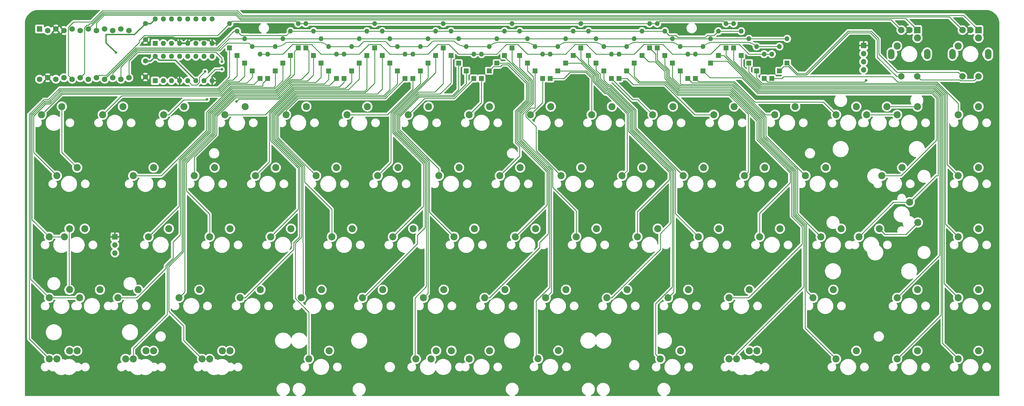
<source format=gbl>
G04 #@! TF.GenerationSoftware,KiCad,Pcbnew,(6.0.0-0)*
G04 #@! TF.CreationDate,2022-11-14T08:41:49+01:00*
G04 #@! TF.ProjectId,lagom,6c61676f-6d2e-46b6-9963-61645f706362,rev?*
G04 #@! TF.SameCoordinates,Original*
G04 #@! TF.FileFunction,Copper,L2,Bot*
G04 #@! TF.FilePolarity,Positive*
%FSLAX46Y46*%
G04 Gerber Fmt 4.6, Leading zero omitted, Abs format (unit mm)*
G04 Created by KiCad (PCBNEW (6.0.0-0)) date 2022-11-14 08:41:49*
%MOMM*%
%LPD*%
G01*
G04 APERTURE LIST*
G04 #@! TA.AperFunction,ComponentPad*
%ADD10C,2.200000*%
G04 #@! TD*
G04 #@! TA.AperFunction,ComponentPad*
%ADD11C,1.600000*%
G04 #@! TD*
G04 #@! TA.AperFunction,ComponentPad*
%ADD12R,1.500000X1.500000*%
G04 #@! TD*
G04 #@! TA.AperFunction,ComponentPad*
%ADD13O,1.500000X1.500000*%
G04 #@! TD*
G04 #@! TA.AperFunction,ComponentPad*
%ADD14R,1.600000X1.600000*%
G04 #@! TD*
G04 #@! TA.AperFunction,ComponentPad*
%ADD15O,1.600000X1.600000*%
G04 #@! TD*
G04 #@! TA.AperFunction,ComponentPad*
%ADD16R,1.700000X1.700000*%
G04 #@! TD*
G04 #@! TA.AperFunction,ComponentPad*
%ADD17O,1.700000X1.700000*%
G04 #@! TD*
G04 #@! TA.AperFunction,WasherPad*
%ADD18O,2.000000X3.200000*%
G04 #@! TD*
G04 #@! TA.AperFunction,ComponentPad*
%ADD19R,2.000000X2.000000*%
G04 #@! TD*
G04 #@! TA.AperFunction,ComponentPad*
%ADD20C,2.000000*%
G04 #@! TD*
G04 #@! TA.AperFunction,ComponentPad*
%ADD21R,1.752600X1.752600*%
G04 #@! TD*
G04 #@! TA.AperFunction,ComponentPad*
%ADD22C,1.752600*%
G04 #@! TD*
G04 #@! TA.AperFunction,ViaPad*
%ADD23C,0.800000*%
G04 #@! TD*
G04 #@! TA.AperFunction,Conductor*
%ADD24C,0.381000*%
G04 #@! TD*
G04 #@! TA.AperFunction,Conductor*
%ADD25C,0.254000*%
G04 #@! TD*
G04 APERTURE END LIST*
D10*
X274715000Y-66545000D03*
X268365000Y-69085000D03*
X332015000Y-142945000D03*
X325665000Y-145485000D03*
D11*
X90725000Y-40587500D03*
X90725000Y-45587500D03*
D10*
X150412500Y-85645000D03*
X144062500Y-88185000D03*
X322465000Y-66545000D03*
X316115000Y-69085000D03*
X193540000Y-104745000D03*
X187190000Y-107285000D03*
X112365000Y-85645000D03*
X106015000Y-88185000D03*
X305752500Y-123845000D03*
X299402500Y-126385000D03*
D12*
X260237500Y-57757500D03*
D13*
X260237500Y-50137500D03*
D10*
X312915000Y-66545000D03*
X306565000Y-69085000D03*
D14*
X93762500Y-46775000D03*
D15*
X96302500Y-46775000D03*
X98842500Y-46775000D03*
X101382500Y-46775000D03*
X103922500Y-46775000D03*
X106462500Y-46775000D03*
X109002500Y-46775000D03*
X111542500Y-46775000D03*
X111542500Y-39155000D03*
X109002500Y-39155000D03*
X106462500Y-39155000D03*
X103922500Y-39155000D03*
X101382500Y-39155000D03*
X98842500Y-39155000D03*
X96302500Y-39155000D03*
X93762500Y-39155000D03*
D10*
X351115000Y-104745000D03*
X344765000Y-107285000D03*
D16*
X315175000Y-47445000D03*
D17*
X315175000Y-49985000D03*
X315175000Y-52525000D03*
X315175000Y-55065000D03*
D12*
X288887500Y-55370000D03*
D13*
X288887500Y-47750000D03*
D12*
X219650000Y-55370000D03*
D13*
X219650000Y-47750000D03*
D12*
X212487500Y-55370000D03*
D13*
X212487500Y-47750000D03*
D10*
X107590000Y-123845000D03*
X101240000Y-126385000D03*
D12*
X157575000Y-52982500D03*
D13*
X157575000Y-45362500D03*
D12*
X210100000Y-52982500D03*
D13*
X210100000Y-45362500D03*
D10*
X289040000Y-104745000D03*
X282690000Y-107285000D03*
D14*
X93762500Y-58487500D03*
D15*
X96302500Y-58487500D03*
X98842500Y-58487500D03*
X101382500Y-58487500D03*
X103922500Y-58487500D03*
X106462500Y-58487500D03*
X109002500Y-58487500D03*
X111542500Y-58487500D03*
X111542500Y-50867500D03*
X109002500Y-50867500D03*
X106462500Y-50867500D03*
X103922500Y-50867500D03*
X101382500Y-50867500D03*
X98842500Y-50867500D03*
X96302500Y-50867500D03*
X93762500Y-50867500D03*
D12*
X243525000Y-52982500D03*
D13*
X243525000Y-45362500D03*
D12*
X286500000Y-57757500D03*
D13*
X286500000Y-50137500D03*
D10*
X164890000Y-123845000D03*
X158540000Y-126385000D03*
X169665000Y-85645000D03*
X163315000Y-88185000D03*
X64615000Y-66545000D03*
X58265000Y-69085000D03*
X121915000Y-66545000D03*
X115565000Y-69085000D03*
X67002500Y-123845000D03*
X60652500Y-126385000D03*
D12*
X253075000Y-50595000D03*
D13*
X253075000Y-42975000D03*
D10*
X279490000Y-142945000D03*
X273140000Y-145485000D03*
D12*
X248300000Y-48207500D03*
D13*
X248300000Y-40587500D03*
D12*
X167125000Y-52982500D03*
D13*
X167125000Y-45362500D03*
D10*
X303365000Y-85645000D03*
X297015000Y-88185000D03*
X136240000Y-104745000D03*
X129890000Y-107285000D03*
D12*
X124150000Y-55370000D03*
D13*
X124150000Y-47750000D03*
D10*
X117140000Y-142945000D03*
X110790000Y-145485000D03*
D12*
X121762500Y-52982500D03*
D13*
X121762500Y-45362500D03*
D10*
X155340000Y-104745000D03*
X148990000Y-107285000D03*
X148177500Y-142920000D03*
X141827500Y-145460000D03*
X160115000Y-66545000D03*
X153765000Y-69085000D03*
D12*
X152800000Y-57757500D03*
D13*
X152800000Y-50137500D03*
D10*
X114758750Y-142945000D03*
X108408750Y-145485000D03*
X236515000Y-66545000D03*
X230165000Y-69085000D03*
D12*
X164737500Y-50595000D03*
D13*
X164737500Y-42975000D03*
D10*
X88490000Y-123845000D03*
X82140000Y-126385000D03*
X83715000Y-66545000D03*
X77365000Y-69085000D03*
D12*
X179062500Y-52982500D03*
D13*
X179062500Y-45362500D03*
D12*
X193387500Y-57757500D03*
D13*
X193387500Y-50137500D03*
D10*
X188765000Y-85645000D03*
X182415000Y-88185000D03*
D12*
X140862500Y-48207500D03*
D13*
X140862500Y-40587500D03*
D12*
X195775000Y-57757500D03*
D13*
X195775000Y-50137500D03*
D10*
X179215000Y-66545000D03*
X172865000Y-69085000D03*
D12*
X272175000Y-48207500D03*
D13*
X272175000Y-40587500D03*
D12*
X276950000Y-50595000D03*
D13*
X276950000Y-42975000D03*
D12*
X176675000Y-55370000D03*
D13*
X176675000Y-47750000D03*
D10*
X351115000Y-123845000D03*
X344765000Y-126385000D03*
X174440000Y-104745000D03*
X168090000Y-107285000D03*
D12*
X241137500Y-55370000D03*
D13*
X241137500Y-47750000D03*
D12*
X138475000Y-48207500D03*
D13*
X138475000Y-40587500D03*
D10*
X186377500Y-142920000D03*
X180027500Y-145460000D03*
X260390000Y-123845000D03*
X254040000Y-126385000D03*
X293815000Y-66545000D03*
X287465000Y-69085000D03*
D12*
X231587500Y-52982500D03*
D13*
X231587500Y-45362500D03*
D10*
X332015000Y-45057500D03*
X325665000Y-47597500D03*
X183990000Y-123845000D03*
X177640000Y-126385000D03*
D12*
X145637500Y-52982500D03*
D13*
X145637500Y-45362500D03*
D12*
X265012500Y-55370000D03*
D13*
X265012500Y-47750000D03*
D12*
X214875000Y-57757500D03*
D13*
X214875000Y-50137500D03*
D10*
X351115000Y-45057500D03*
X344765000Y-47597500D03*
D12*
X148025000Y-55370000D03*
D13*
X148025000Y-47750000D03*
D12*
X198162500Y-55370000D03*
D13*
X198162500Y-47750000D03*
D10*
X332015000Y-123845000D03*
X325665000Y-126385000D03*
X312915000Y-142945000D03*
X306565000Y-145485000D03*
X258002500Y-142945000D03*
X251652500Y-145485000D03*
D12*
X269787500Y-50595000D03*
D13*
X269787500Y-42975000D03*
D10*
X141015000Y-66545000D03*
X134665000Y-69085000D03*
X250840000Y-104745000D03*
X244490000Y-107285000D03*
D12*
X200550000Y-52982500D03*
D13*
X200550000Y-45362500D03*
D12*
X255462500Y-52982500D03*
D13*
X255462500Y-45362500D03*
D12*
X191000000Y-55370000D03*
D13*
X191000000Y-47750000D03*
D10*
X90877500Y-142945000D03*
X84527500Y-145485000D03*
D12*
X186225000Y-50595000D03*
D13*
X186225000Y-42975000D03*
D10*
X241290000Y-123845000D03*
X234940000Y-126385000D03*
D12*
X162350000Y-48207500D03*
D13*
X162350000Y-40587500D03*
D12*
X279337500Y-52982500D03*
D13*
X279337500Y-45362500D03*
D10*
X308140000Y-104745000D03*
X301790000Y-107285000D03*
X332015000Y-66545000D03*
X325665000Y-69085000D03*
X351115000Y-66545000D03*
X344765000Y-69085000D03*
D12*
X171900000Y-57757500D03*
D13*
X171900000Y-50137500D03*
D12*
X217262500Y-57757500D03*
D13*
X217262500Y-50137500D03*
D10*
X145790000Y-123845000D03*
X139440000Y-126385000D03*
X327240000Y-85645000D03*
X320890000Y-88185000D03*
X332167500Y-102815000D03*
X329627500Y-96465000D03*
D12*
X133700000Y-52982500D03*
D13*
X133700000Y-45362500D03*
D12*
X224425000Y-50595000D03*
D13*
X224425000Y-42975000D03*
D10*
X320077500Y-104745000D03*
X313727500Y-107285000D03*
X255615000Y-66545000D03*
X249265000Y-69085000D03*
X102815000Y-66545000D03*
X96465000Y-69085000D03*
D12*
X233975000Y-55370000D03*
D13*
X233975000Y-47750000D03*
D10*
X98040000Y-104745000D03*
X91690000Y-107285000D03*
D12*
X262625000Y-57757500D03*
D13*
X262625000Y-50137500D03*
D10*
X222190000Y-123845000D03*
X215840000Y-126385000D03*
X198315000Y-66545000D03*
X191965000Y-69085000D03*
D12*
X250687500Y-48207500D03*
D13*
X250687500Y-40587500D03*
D18*
X323875000Y-50137500D03*
X335075000Y-50137500D03*
D19*
X331975000Y-42637500D03*
D20*
X326975000Y-42637500D03*
X329475000Y-42637500D03*
X326975000Y-57137500D03*
X331975000Y-57137500D03*
D18*
X342975000Y-50137500D03*
X354175000Y-50137500D03*
D19*
X351075000Y-42637500D03*
D20*
X346075000Y-42637500D03*
X348575000Y-42637500D03*
X346075000Y-57137500D03*
X351075000Y-57137500D03*
D12*
X202937500Y-50595000D03*
D13*
X202937500Y-42975000D03*
D12*
X116987500Y-48207500D03*
D13*
X116987500Y-40587500D03*
D10*
X126690000Y-123845000D03*
X120340000Y-126385000D03*
X217415000Y-66545000D03*
X211065000Y-69085000D03*
D12*
X205325000Y-48207500D03*
D13*
X205325000Y-40587500D03*
D12*
X143250000Y-50595000D03*
D13*
X143250000Y-42975000D03*
D10*
X284265000Y-85645000D03*
X277915000Y-88185000D03*
X265165000Y-85645000D03*
X258815000Y-88185000D03*
X67002500Y-104745000D03*
X60652500Y-107285000D03*
D12*
X131312500Y-55370000D03*
D13*
X131312500Y-47750000D03*
D10*
X198315000Y-142920000D03*
X191965000Y-145460000D03*
X212640000Y-104745000D03*
X206290000Y-107285000D03*
X231740000Y-104745000D03*
X225390000Y-107285000D03*
X207865000Y-85645000D03*
X201515000Y-88185000D03*
X351115000Y-85645000D03*
X344765000Y-88185000D03*
X281877500Y-142945000D03*
X275527500Y-145485000D03*
X69390000Y-142945000D03*
X63040000Y-145485000D03*
X76552500Y-123845000D03*
X70202500Y-126385000D03*
D12*
X159962500Y-50595000D03*
D13*
X159962500Y-42975000D03*
D10*
X279490000Y-123845000D03*
X273140000Y-126385000D03*
X226965000Y-85645000D03*
X220615000Y-88185000D03*
D12*
X281725000Y-55370000D03*
D13*
X281725000Y-47750000D03*
D12*
X126537500Y-57757500D03*
D13*
X126537500Y-50137500D03*
D10*
X131465000Y-85645000D03*
X125115000Y-88185000D03*
D12*
X229200000Y-50595000D03*
D13*
X229200000Y-42975000D03*
D12*
X284112500Y-57757500D03*
D13*
X284112500Y-50137500D03*
D12*
X183837500Y-48207500D03*
D13*
X183837500Y-40587500D03*
D12*
X169512500Y-55370000D03*
D13*
X169512500Y-47750000D03*
D12*
X291275000Y-52982500D03*
D13*
X291275000Y-45362500D03*
D10*
X351115000Y-142945000D03*
X344765000Y-145485000D03*
X269940000Y-104745000D03*
X263590000Y-107285000D03*
D12*
X222037500Y-52982500D03*
D13*
X222037500Y-45362500D03*
D12*
X267400000Y-52982500D03*
D13*
X267400000Y-45362500D03*
D10*
X93265000Y-142945000D03*
X86915000Y-145485000D03*
D12*
X128925000Y-57757500D03*
D13*
X128925000Y-50137500D03*
D11*
X90725000Y-52300000D03*
X90725000Y-57300000D03*
D10*
X246065000Y-85645000D03*
X239715000Y-88185000D03*
X181602500Y-142945000D03*
X175252500Y-145485000D03*
X203090000Y-123845000D03*
X196740000Y-126385000D03*
D12*
X226812500Y-48207500D03*
D13*
X226812500Y-40587500D03*
D12*
X257850000Y-55370000D03*
D13*
X257850000Y-47750000D03*
D10*
X69390000Y-85645000D03*
X63040000Y-88185000D03*
X67002500Y-142945000D03*
X60652500Y-145485000D03*
D12*
X136087500Y-50595000D03*
D13*
X136087500Y-42975000D03*
D12*
X274562500Y-48207500D03*
D13*
X274562500Y-40587500D03*
D12*
X181450000Y-50595000D03*
D13*
X181450000Y-42975000D03*
D12*
X155187500Y-55370000D03*
D13*
X155187500Y-47750000D03*
D12*
X236362500Y-57757500D03*
D13*
X236362500Y-50137500D03*
D12*
X207712500Y-50595000D03*
D13*
X207712500Y-42975000D03*
D12*
X238750000Y-57757500D03*
D13*
X238750000Y-50137500D03*
D10*
X71777500Y-104745000D03*
X65427500Y-107285000D03*
D12*
X150412500Y-57757500D03*
D13*
X150412500Y-50137500D03*
D12*
X188612500Y-52982500D03*
D13*
X188612500Y-45362500D03*
D12*
X174287500Y-57757500D03*
D13*
X174287500Y-50137500D03*
D10*
X219802500Y-142890000D03*
X213452500Y-145430000D03*
X93265000Y-85645000D03*
X86915000Y-88185000D03*
D12*
X119375000Y-50595000D03*
D13*
X119375000Y-42975000D03*
D10*
X117140000Y-104745000D03*
X110790000Y-107285000D03*
D12*
X245912500Y-50595000D03*
D13*
X245912500Y-42975000D03*
D21*
X57655000Y-42288900D03*
D22*
X60195000Y-42746100D03*
X62735000Y-42288900D03*
X65275000Y-42746100D03*
X67815000Y-42288900D03*
X70355000Y-42746100D03*
X72895000Y-42288900D03*
X75435000Y-42746100D03*
X77975000Y-42288900D03*
X80515000Y-42746100D03*
X83055000Y-42288900D03*
X85595000Y-42746100D03*
X85595000Y-57528900D03*
X83055000Y-57986100D03*
X80515000Y-57528900D03*
X77975000Y-57986100D03*
X75435000Y-57528900D03*
X72895000Y-57986100D03*
X70355000Y-57528900D03*
X67815000Y-57986100D03*
X65275000Y-57528900D03*
X62735000Y-57986100D03*
X60195000Y-57528900D03*
X57655000Y-57986100D03*
D16*
X81175000Y-107285000D03*
D17*
X81175000Y-109825000D03*
X81175000Y-112365000D03*
D23*
X81490000Y-49670000D03*
X114600000Y-52525000D03*
X109996682Y-64290818D03*
X119200000Y-65000000D03*
X316000000Y-58400000D03*
X114600000Y-54912500D03*
X109400000Y-55600000D03*
D24*
X100032511Y-52057511D02*
X106462500Y-58487500D01*
X78427589Y-44012411D02*
X78427589Y-46607589D01*
X90725000Y-52300000D02*
X92330000Y-52300000D01*
X92330000Y-52300000D02*
X93762500Y-50867500D01*
X90725000Y-40587500D02*
X92330000Y-40587500D01*
X93762500Y-50867500D02*
X94952511Y-52057511D01*
X94952511Y-52057511D02*
X100032511Y-52057511D01*
X78427589Y-46607589D02*
X81490000Y-49670000D01*
X87300089Y-44012411D02*
X90725000Y-40587500D01*
X92330000Y-40587500D02*
X93762500Y-39155000D01*
X78427589Y-44012411D02*
X87300089Y-44012411D01*
X110352489Y-45584989D02*
X105112511Y-45584989D01*
X91524999Y-56500001D02*
X99395001Y-56500001D01*
X99395001Y-56500001D02*
X101382500Y-58487500D01*
X91524999Y-44787501D02*
X99395001Y-44787501D01*
X111542500Y-46775000D02*
X110352489Y-45584989D01*
X329475000Y-42917522D02*
X329475000Y-42637500D01*
X105112511Y-45584989D02*
X103922500Y-46775000D01*
X90725000Y-57300000D02*
X91524999Y-56500001D01*
X101382500Y-46775000D02*
X103922500Y-46775000D01*
X90725000Y-45587500D02*
X91524999Y-44787501D01*
X99395001Y-44787501D02*
X101382500Y-46775000D01*
D25*
X262625000Y-50137500D02*
X267400000Y-50137500D01*
X171900000Y-50137500D02*
X167125000Y-50137500D01*
X133700000Y-50137500D02*
X136706511Y-47130989D01*
X207093489Y-47130989D02*
X210100000Y-50137500D01*
X142630989Y-47130989D02*
X145637500Y-50137500D01*
X126537500Y-50137500D02*
X128925000Y-50137500D01*
X114600000Y-51450000D02*
X112750000Y-49600000D01*
X185605989Y-47130989D02*
X188612500Y-50137500D01*
X157575000Y-50137500D02*
X152800000Y-50137500D01*
X252455989Y-47130989D02*
X255462500Y-50137500D01*
X179062500Y-50137500D02*
X182069011Y-47130989D01*
X267400000Y-50137500D02*
X270406511Y-47130989D01*
X182069011Y-47130989D02*
X185605989Y-47130989D01*
X85595000Y-57528900D02*
X85595000Y-52290222D01*
X238750000Y-50137500D02*
X243525000Y-50137500D01*
X203556511Y-47130989D02*
X207093489Y-47130989D01*
X210100000Y-50137500D02*
X214875000Y-50137500D01*
X228580989Y-47130989D02*
X231587500Y-50137500D01*
X188612500Y-50137500D02*
X193387500Y-50137500D01*
X255462500Y-50137500D02*
X260237500Y-50137500D01*
X193387500Y-50137500D02*
X195775000Y-50137500D01*
X260237500Y-50137500D02*
X262625000Y-50137500D01*
X114600000Y-52525000D02*
X114600000Y-51450000D01*
X200550000Y-50137500D02*
X203556511Y-47130989D01*
X88285222Y-49600000D02*
X112750000Y-49600000D01*
X174287500Y-50137500D02*
X179062500Y-50137500D01*
X136706511Y-47130989D02*
X142630989Y-47130989D01*
X276330989Y-47130989D02*
X279337500Y-50137500D01*
X231587500Y-50137500D02*
X236362500Y-50137500D01*
X145637500Y-50137500D02*
X150412500Y-50137500D01*
X171900000Y-50137500D02*
X174287500Y-50137500D01*
X160581511Y-47130989D02*
X157575000Y-50137500D01*
X164118489Y-47130989D02*
X160581511Y-47130989D01*
X195775000Y-50137500D02*
X200550000Y-50137500D01*
X236362500Y-50137500D02*
X238750000Y-50137500D01*
X85595000Y-52290222D02*
X88285222Y-49600000D01*
X222037500Y-50137500D02*
X225044011Y-47130989D01*
X243525000Y-50137500D02*
X246531511Y-47130989D01*
X167125000Y-50137500D02*
X164118489Y-47130989D01*
X270406511Y-47130989D02*
X276330989Y-47130989D01*
X150412500Y-50137500D02*
X152800000Y-50137500D01*
X217262500Y-50137500D02*
X222037500Y-50137500D01*
X284112500Y-50137500D02*
X286500000Y-50137500D01*
X246531511Y-47130989D02*
X252455989Y-47130989D01*
X128925000Y-50137500D02*
X133700000Y-50137500D01*
X225044011Y-47130989D02*
X228580989Y-47130989D01*
X214875000Y-50137500D02*
X217262500Y-50137500D01*
X279337500Y-50137500D02*
X284112500Y-50137500D01*
X64652712Y-62697288D02*
X58265000Y-69085000D01*
X124630200Y-59664800D02*
X117195442Y-59664800D01*
X124630200Y-59664800D02*
X126537500Y-57757500D01*
X117195442Y-59664800D02*
X114162954Y-62697288D01*
X114162954Y-62697288D02*
X64652712Y-62697288D01*
X83299192Y-63150808D02*
X77365000Y-69085000D01*
X127400000Y-59282500D02*
X127400000Y-60118320D01*
X117383296Y-60118320D02*
X114350808Y-63150808D01*
X128925000Y-57757500D02*
X127400000Y-59282500D01*
X114350808Y-63150808D02*
X83299192Y-63150808D01*
X127400000Y-60118320D02*
X117383296Y-60118320D01*
X148400000Y-59770000D02*
X150412500Y-57757500D01*
X120000000Y-64200000D02*
X132401616Y-64200000D01*
X148400000Y-59918320D02*
X148400000Y-59770000D01*
X109996682Y-64290818D02*
X109825000Y-64462500D01*
X136683296Y-59918320D02*
X148400000Y-59918320D01*
X109825000Y-64462500D02*
X102662500Y-64462500D01*
X102662500Y-64462500D02*
X98040000Y-69085000D01*
X98040000Y-69085000D02*
X96465000Y-69085000D01*
X119200000Y-65000000D02*
X120000000Y-64200000D01*
X132401616Y-64200000D02*
X136683296Y-59918320D01*
X152800000Y-58971840D02*
X151400000Y-60371840D01*
X136871150Y-60371840D02*
X128157990Y-69085000D01*
X128157990Y-69085000D02*
X115565000Y-69085000D01*
X152800000Y-57757500D02*
X152800000Y-58971840D01*
X151400000Y-60371840D02*
X136871150Y-60371840D01*
X171900000Y-57757500D02*
X165657500Y-64000000D01*
X138373982Y-64000000D02*
X134665000Y-67708982D01*
X134665000Y-67708982D02*
X134665000Y-69085000D01*
X165657500Y-64000000D02*
X138373982Y-64000000D01*
X174287500Y-61155490D02*
X166357990Y-69085000D01*
X174287500Y-57757500D02*
X174287500Y-61155490D01*
X166357990Y-69085000D02*
X153765000Y-69085000D01*
X172865000Y-69085000D02*
X177950000Y-64000000D01*
X187145000Y-64000000D02*
X193387500Y-57757500D01*
X177950000Y-64000000D02*
X187145000Y-64000000D01*
X195775000Y-57757500D02*
X195775000Y-65275000D01*
X195775000Y-65275000D02*
X191965000Y-69085000D01*
X214875000Y-57757500D02*
X214875000Y-65275000D01*
X214875000Y-65275000D02*
X211065000Y-69085000D01*
X244580000Y-64400000D02*
X249265000Y-69085000D01*
X243005000Y-64400000D02*
X244580000Y-64400000D01*
X236362500Y-57757500D02*
X243005000Y-64400000D01*
X243196020Y-59687500D02*
X253075000Y-59687500D01*
X238750000Y-57757500D02*
X241266020Y-57757500D01*
X262472500Y-69085000D02*
X268365000Y-69085000D01*
X241266020Y-57757500D02*
X243196020Y-59687500D01*
X253075000Y-59687500D02*
X262472500Y-69085000D01*
X228416484Y-55823520D02*
X223400000Y-55823520D01*
X221466020Y-57757500D02*
X217262500Y-57757500D01*
X223400000Y-55823520D02*
X221466020Y-57757500D01*
X230165000Y-57572036D02*
X228416484Y-55823520D01*
X230165000Y-69085000D02*
X230165000Y-57572036D01*
X281159863Y-65118489D02*
X302598489Y-65118489D01*
X263581147Y-58713647D02*
X274755021Y-58713647D01*
X302598489Y-65118489D02*
X306565000Y-69085000D01*
X262625000Y-57757500D02*
X263581147Y-58713647D01*
X274755021Y-58713647D02*
X281159863Y-65118489D01*
X316115000Y-69085000D02*
X325665000Y-69085000D01*
X285189011Y-58834011D02*
X284112500Y-57757500D01*
X315565989Y-58834011D02*
X285189011Y-58834011D01*
X316000000Y-58400000D02*
X315565989Y-58834011D01*
X284485000Y-69085000D02*
X274567167Y-59167167D01*
X287465000Y-69085000D02*
X284485000Y-69085000D01*
X274567167Y-59167167D02*
X261647167Y-59167167D01*
X261647167Y-59167167D02*
X260237500Y-57757500D01*
X325834011Y-58834011D02*
X324148551Y-57148551D01*
X324148551Y-57148551D02*
X290251449Y-57148551D01*
X289642500Y-57757500D02*
X286500000Y-57757500D01*
X338075385Y-58834011D02*
X325834011Y-58834011D01*
X344765000Y-65523626D02*
X338075385Y-58834011D01*
X344765000Y-69085000D02*
X344765000Y-65523626D01*
X290251449Y-57148551D02*
X289642500Y-57757500D01*
X167359478Y-47750000D02*
X165957601Y-46348123D01*
X135015159Y-46439011D02*
X144859993Y-46439011D01*
X83055000Y-54188848D02*
X88164535Y-49079313D01*
X124150000Y-47750000D02*
X123077469Y-46677469D01*
X123077469Y-46677469D02*
X116281157Y-46677469D01*
X222815007Y-46439011D02*
X230809993Y-46439011D01*
X124150000Y-47750000D02*
X131312500Y-47750000D01*
X281725000Y-47750000D02*
X288887500Y-47750000D01*
X212487500Y-47750000D02*
X219650000Y-47750000D01*
X201327507Y-46439011D02*
X209322493Y-46439011D01*
X268177507Y-46439011D02*
X278559993Y-46439011D01*
X131312500Y-47750000D02*
X131850153Y-47750000D01*
X187096978Y-46000000D02*
X187324561Y-46227583D01*
X169512500Y-47750000D02*
X167359478Y-47750000D01*
X176675000Y-47750000D02*
X178828022Y-47750000D01*
X181200000Y-46000000D02*
X187096978Y-46000000D01*
X257850000Y-47750000D02*
X265012500Y-47750000D01*
X159200000Y-46200000D02*
X165600000Y-46200000D01*
X191000000Y-47750000D02*
X198162500Y-47750000D01*
X233975000Y-47750000D02*
X241137500Y-47750000D01*
X254684993Y-46439011D02*
X244302507Y-46439011D01*
X116281157Y-46677469D02*
X113879313Y-49079313D01*
X178828022Y-47750000D02*
X180138217Y-46439805D01*
X148025000Y-47750000D02*
X155187500Y-47750000D01*
X113879313Y-49079313D02*
X88164535Y-49079313D01*
X83055000Y-54188848D02*
X83055000Y-57986100D01*
X157340522Y-47750000D02*
X158671688Y-46418834D01*
X169512500Y-47750000D02*
X176675000Y-47750000D01*
X155187500Y-47750000D02*
X157340522Y-47750000D01*
X281725000Y-47750000D02*
G75*
G03*
X278559993Y-46439011I-3165008J-3165009D01*
G01*
X254684993Y-46439012D02*
G75*
G02*
X257849999Y-47750001I-1J-4475997D01*
G01*
X181200000Y-46000000D02*
G75*
G03*
X180138217Y-46439805I0J-1501587D01*
G01*
X134607761Y-46607761D02*
G75*
G02*
X131850153Y-47750000I-2757604J2757596D01*
G01*
X233975000Y-47750000D02*
G75*
G03*
X230809993Y-46439011I-3165006J-3165005D01*
G01*
X159200000Y-46200001D02*
G75*
G03*
X158671689Y-46418835I-2J-747141D01*
G01*
X148025000Y-47750000D02*
G75*
G03*
X144859993Y-46439011I-3165008J-3165009D01*
G01*
X201327507Y-46439012D02*
G75*
G03*
X198162500Y-47750000I-1J-4475993D01*
G01*
X165600000Y-46200000D02*
G75*
G02*
X165957601Y-46348123I1J-505722D01*
G01*
X212487500Y-47750000D02*
G75*
G03*
X209322493Y-46439011I-3165008J-3165009D01*
G01*
X241137500Y-47750000D02*
G75*
G02*
X244302507Y-46439011I3165004J-3164998D01*
G01*
X135015159Y-46439012D02*
G75*
G03*
X134607761Y-46607761I-3J-576140D01*
G01*
X191000000Y-47749999D02*
G75*
G02*
X187324562Y-46227582I-3J5197847D01*
G01*
X268177507Y-46439012D02*
G75*
G03*
X265012500Y-47750000I-1J-4475993D01*
G01*
X222815007Y-46439012D02*
G75*
G03*
X219650000Y-47750000I-1J-4475993D01*
G01*
X59578295Y-65754313D02*
X55768479Y-69564129D01*
X124150000Y-55370000D02*
X124150000Y-57461280D01*
X60954313Y-65754313D02*
X59578295Y-65754313D01*
X64464858Y-62243768D02*
X60954313Y-65754313D01*
X117007588Y-59211280D02*
X113975100Y-62243768D01*
X113975100Y-62243768D02*
X64464858Y-62243768D01*
X124150000Y-57461280D02*
X122400000Y-59211280D01*
X55768479Y-80913479D02*
X63040000Y-88185000D01*
X55768479Y-69564129D02*
X55768479Y-80913479D01*
X122400000Y-59211280D02*
X117007588Y-59211280D01*
X118886128Y-63746480D02*
X113000000Y-69632608D01*
X136495442Y-59464800D02*
X132213762Y-63746480D01*
X113000000Y-69632608D02*
X113000000Y-75327118D01*
X132213762Y-63746480D02*
X118886128Y-63746480D01*
X113000000Y-75327118D02*
X106015000Y-82312118D01*
X148025000Y-58039800D02*
X146600000Y-59464800D01*
X146600000Y-59464800D02*
X136495442Y-59464800D01*
X106015000Y-82312118D02*
X106015000Y-88185000D01*
X148025000Y-55370000D02*
X148025000Y-58039800D01*
X155187500Y-58837860D02*
X155187500Y-55370000D01*
X137059004Y-60825360D02*
X153200000Y-60825360D01*
X129447359Y-68437005D02*
X137059004Y-60825360D01*
X153200000Y-60825360D02*
X155187500Y-58837860D01*
X125115000Y-88185000D02*
X129447359Y-83852641D01*
X129447359Y-83852641D02*
X129447359Y-68437005D01*
X117571150Y-60571840D02*
X109825360Y-68317630D01*
X109825360Y-68317630D02*
X109825360Y-74012140D01*
X131312500Y-60158124D02*
X130898784Y-60571840D01*
X109825360Y-74012140D02*
X95652500Y-88185000D01*
X130898784Y-60571840D02*
X117571150Y-60571840D01*
X95652500Y-88185000D02*
X86915000Y-88185000D01*
X131312500Y-55370000D02*
X131312500Y-60158124D01*
X169512500Y-55370000D02*
X169512500Y-59503626D01*
X169512500Y-59503626D02*
X165469646Y-63546480D01*
X165469646Y-63546480D02*
X138186128Y-63546480D01*
X132168479Y-69564129D02*
X132168479Y-76290979D01*
X138186128Y-63546480D02*
X132168479Y-69564129D01*
X132168479Y-76290979D02*
X144062500Y-88185000D01*
X167478880Y-68605484D02*
X176675000Y-59409364D01*
X167478880Y-84021120D02*
X167478880Y-68605484D01*
X163315000Y-88185000D02*
X167478880Y-84021120D01*
X176675000Y-59409364D02*
X176675000Y-55370000D01*
X209766380Y-59265501D02*
X209766380Y-64517984D01*
X202249502Y-53436020D02*
X203936899Y-53436020D01*
X206300879Y-77756333D02*
X207712500Y-79167954D01*
X201626511Y-54059011D02*
X202249502Y-53436020D01*
X209766380Y-64517984D02*
X206300879Y-67983485D01*
X207712500Y-81987500D02*
X201515000Y-88185000D01*
X199473489Y-54059011D02*
X201626511Y-54059011D01*
X206300879Y-67983485D02*
X206300879Y-77756333D01*
X198162500Y-55370000D02*
X199473489Y-54059011D01*
X207712500Y-79167954D02*
X207712500Y-81987500D01*
X203936899Y-53436020D02*
X209766380Y-59265501D01*
X212487500Y-55370000D02*
X212487500Y-67021126D01*
X209638489Y-68494119D02*
X209638489Y-69675881D01*
X209638489Y-69675881D02*
X212800000Y-72837392D01*
X211111482Y-67021126D02*
X209638489Y-68494119D01*
X212487500Y-67021126D02*
X211111482Y-67021126D01*
X212800000Y-80370000D02*
X220615000Y-88185000D01*
X212800000Y-72837392D02*
X212800000Y-80370000D01*
X191000000Y-59503626D02*
X186957146Y-63546480D01*
X176386128Y-63546480D02*
X170200000Y-69732608D01*
X182415000Y-86015000D02*
X182415000Y-88185000D01*
X170200000Y-69732608D02*
X170200000Y-73800000D01*
X186957146Y-63546480D02*
X176386128Y-63546480D01*
X170200000Y-73800000D02*
X182415000Y-86015000D01*
X191000000Y-55370000D02*
X191000000Y-59503626D01*
X230618520Y-57384182D02*
X230618520Y-58718520D01*
X235024592Y-62528520D02*
X241278880Y-68782808D01*
X234428520Y-62528520D02*
X235024592Y-62528520D01*
X219650000Y-55370000D02*
X228604338Y-55370000D01*
X230618520Y-58718520D02*
X234428520Y-62528520D01*
X241278880Y-86621120D02*
X239715000Y-88185000D01*
X228604338Y-55370000D02*
X230618520Y-57384182D01*
X241278880Y-68782808D02*
X241278880Y-86621120D01*
X236151716Y-59807400D02*
X235555644Y-59807400D01*
X233975000Y-58226756D02*
X233975000Y-55370000D01*
X244000000Y-73370000D02*
X244000000Y-67655684D01*
X235555644Y-59807400D02*
X233975000Y-58226756D01*
X258815000Y-88185000D02*
X244000000Y-73370000D01*
X244000000Y-67655684D02*
X236151716Y-59807400D01*
X336572553Y-62462171D02*
X338058193Y-63947811D01*
X338058193Y-76992716D02*
X326865909Y-88185000D01*
X326865909Y-88185000D02*
X321224021Y-88185000D01*
X267192500Y-57550000D02*
X277200000Y-57550000D01*
X338058193Y-63947811D02*
X338058193Y-76992716D01*
X277200000Y-57550000D02*
X282112171Y-62462171D01*
X265012500Y-55370000D02*
X267192500Y-57550000D01*
X282112171Y-62462171D02*
X336572553Y-62462171D01*
X281725000Y-57585382D02*
X281725000Y-55370000D01*
X337887531Y-59287531D02*
X283427149Y-59287531D01*
X283427149Y-59287531D02*
X281725000Y-57585382D01*
X341279313Y-84699313D02*
X341279313Y-62679313D01*
X344765000Y-88185000D02*
X341279313Y-84699313D01*
X341279313Y-62679313D02*
X337887531Y-59287531D01*
X253262854Y-59233980D02*
X257082394Y-63053520D01*
X279096565Y-68903435D02*
X279096565Y-87003435D01*
X279096565Y-87003435D02*
X277915000Y-88185000D01*
X273246650Y-63053520D02*
X279096565Y-68903435D01*
X241137500Y-55370000D02*
X245001480Y-59233980D01*
X245001480Y-59233980D02*
X253262854Y-59233980D01*
X257082394Y-63053520D02*
X273246650Y-63053520D01*
X258139179Y-59620687D02*
X274379313Y-59620687D01*
X257850000Y-59331508D02*
X258139179Y-59620687D01*
X274379313Y-59620687D02*
X284600000Y-69841374D01*
X284600000Y-75770000D02*
X297015000Y-88185000D01*
X257850000Y-55370000D02*
X257850000Y-59331508D01*
X284600000Y-69841374D02*
X284600000Y-75770000D01*
X288887500Y-55370000D02*
X290198489Y-54059011D01*
X319471480Y-51071480D02*
X325537500Y-57137500D01*
X291710137Y-54059011D02*
X294346157Y-56695031D01*
X294346157Y-56695031D02*
X297296343Y-56695031D01*
X290198489Y-54059011D02*
X291710137Y-54059011D01*
X317349646Y-43428520D02*
X319471480Y-45550354D01*
X325537500Y-57137500D02*
X326975000Y-57137500D01*
X310562854Y-43428520D02*
X317349646Y-43428520D01*
X319471480Y-45550354D02*
X319471480Y-51071480D01*
X297296343Y-56695031D02*
X310562854Y-43428520D01*
X210100000Y-45362500D02*
X200550000Y-45362500D01*
X179062500Y-45362500D02*
X167125000Y-45362500D01*
X116837500Y-45362500D02*
X121762500Y-45362500D01*
X279337500Y-45362500D02*
X267400000Y-45362500D01*
X87976681Y-48625793D02*
X113574207Y-48625793D01*
X80515000Y-56087474D02*
X87976681Y-48625793D01*
X255462500Y-45362500D02*
X243525000Y-45362500D01*
X188612500Y-45362500D02*
X179062500Y-45362500D01*
X145637500Y-45362500D02*
X133700000Y-45362500D01*
X133700000Y-45362500D02*
X121762500Y-45362500D01*
X243525000Y-45362500D02*
X222037500Y-45362500D01*
X291275000Y-45362500D02*
X279337500Y-45362500D01*
X200550000Y-45362500D02*
X188612500Y-45362500D01*
X222037500Y-45362500D02*
X210100000Y-45362500D01*
X167125000Y-45362500D02*
X157575000Y-45362500D01*
X267400000Y-45362500D02*
X255462500Y-45362500D01*
X157575000Y-45362500D02*
X145637500Y-45362500D01*
X113574207Y-48625793D02*
X116837500Y-45362500D01*
X80515000Y-57528900D02*
X80515000Y-56087474D01*
X281878880Y-76897124D02*
X292250879Y-87269123D01*
X245189334Y-58780460D02*
X243525000Y-57116126D01*
X243525000Y-52982500D02*
X243525000Y-57116126D01*
X282690000Y-99960879D02*
X282690000Y-107285000D01*
X292250879Y-87269123D02*
X292250879Y-90400000D01*
X257270248Y-62600000D02*
X273434504Y-62600000D01*
X273434504Y-62600000D02*
X281878880Y-71044376D01*
X281878880Y-71044376D02*
X281878880Y-76897124D01*
X292250879Y-90400000D02*
X282690000Y-99960879D01*
X253450708Y-58780460D02*
X257270248Y-62600000D01*
X245189334Y-58780460D02*
X253450708Y-58780460D01*
X235963862Y-60260920D02*
X243546480Y-67843538D01*
X243546480Y-73557854D02*
X256400000Y-86411374D01*
X256318479Y-87281521D02*
X256318479Y-100013479D01*
X256400000Y-87200000D02*
X256318479Y-87281521D01*
X256400000Y-86411374D02*
X256400000Y-87200000D01*
X243546480Y-67843538D02*
X243546480Y-73557854D01*
X231587500Y-52982500D02*
X231587500Y-55146292D01*
X232886120Y-57779250D02*
X235367790Y-60260920D01*
X231587500Y-55146292D02*
X232886120Y-56444912D01*
X256318479Y-100013479D02*
X263590000Y-107285000D01*
X235367790Y-60260920D02*
X235963862Y-60260920D01*
X232886120Y-56444912D02*
X232886120Y-57779250D01*
X55314959Y-69376275D02*
X55314959Y-101947459D01*
X116819734Y-58757760D02*
X113787246Y-61790248D01*
X55314959Y-101947459D02*
X60652500Y-107285000D01*
X121762500Y-52982500D02*
X121762500Y-56995260D01*
X113787246Y-61790248D02*
X64277004Y-61790248D01*
X121762500Y-56995260D02*
X120000000Y-58757760D01*
X60652500Y-107285000D02*
X65427500Y-107285000D01*
X59390441Y-65300793D02*
X55314959Y-69376275D01*
X60766459Y-65300793D02*
X59390441Y-65300793D01*
X120000000Y-58757760D02*
X116819734Y-58757760D01*
X64277004Y-61790248D02*
X60766459Y-65300793D01*
X101250879Y-97724121D02*
X91690000Y-107285000D01*
X133700000Y-58411998D02*
X131086638Y-61025360D01*
X133700000Y-52982500D02*
X133700000Y-58411998D01*
X131086638Y-61025360D02*
X117759004Y-61025360D01*
X117759004Y-61025360D02*
X110278880Y-68505484D01*
X110278880Y-68505484D02*
X110278880Y-74199994D01*
X110278880Y-74199994D02*
X101250879Y-83227995D01*
X101250879Y-83227995D02*
X101250879Y-97724121D01*
X132025908Y-63292960D02*
X136318868Y-59000000D01*
X103518479Y-84167265D02*
X112546480Y-75139264D01*
X103518479Y-92918479D02*
X103518479Y-84167265D01*
X145637500Y-57362500D02*
X145637500Y-52982500D01*
X110790000Y-107285000D02*
X110790000Y-100190000D01*
X110790000Y-100190000D02*
X103518479Y-92918479D01*
X112546480Y-69444754D02*
X118698274Y-63292960D01*
X118698274Y-63292960D02*
X132025908Y-63292960D01*
X136318868Y-59000000D02*
X144000000Y-59000000D01*
X144000000Y-59000000D02*
X145637500Y-57362500D01*
X112546480Y-75139264D02*
X112546480Y-69444754D01*
X148990000Y-98657064D02*
X148990000Y-107285000D01*
X167125000Y-52982500D02*
X167125000Y-61249752D01*
X165281792Y-63092960D02*
X137998274Y-63092960D01*
X140418063Y-85181937D02*
X140418063Y-90085127D01*
X140418063Y-90085127D02*
X148990000Y-98657064D01*
X167125000Y-61249752D02*
X165281792Y-63092960D01*
X131714959Y-76478833D02*
X140418063Y-85181937D01*
X137998274Y-63092960D02*
X131714959Y-69376275D01*
X131714959Y-69376275D02*
X131714959Y-76478833D01*
X177600000Y-84406870D02*
X177600000Y-97775000D01*
X179062500Y-57663238D02*
X167932400Y-68793338D01*
X177600000Y-97775000D02*
X168090000Y-107285000D01*
X167932400Y-68793338D02*
X167932400Y-74739270D01*
X179062500Y-52982500D02*
X179062500Y-57663238D01*
X167932400Y-74739270D02*
X177600000Y-84406870D01*
X154200000Y-61278880D02*
X157575000Y-57903880D01*
X129890000Y-107285000D02*
X138502482Y-98672518D01*
X138502482Y-85831852D02*
X129900879Y-77230249D01*
X129900879Y-77230249D02*
X129900879Y-68624859D01*
X138502482Y-98672518D02*
X138502482Y-85831852D01*
X157575000Y-57903880D02*
X157575000Y-52982500D01*
X137246858Y-61278880D02*
X154200000Y-61278880D01*
X129900879Y-68624859D02*
X137246858Y-61278880D01*
X188612500Y-52982500D02*
X188612500Y-61249752D01*
X169746480Y-73987854D02*
X179479313Y-83720687D01*
X176198274Y-63092960D02*
X169746480Y-69544754D01*
X179479313Y-83720687D02*
X179479313Y-99574313D01*
X186769292Y-63092960D02*
X176198274Y-63092960D01*
X179479313Y-99574313D02*
X187190000Y-107285000D01*
X188612500Y-61249752D02*
X186769292Y-63092960D01*
X169746480Y-69544754D02*
X169746480Y-73987854D01*
X208568479Y-76779853D02*
X208568479Y-68922755D01*
X225390000Y-107285000D02*
X225390000Y-99190000D01*
X218000000Y-91800000D02*
X218000000Y-86211374D01*
X212033980Y-57300000D02*
X210100000Y-55366020D01*
X210100000Y-55366020D02*
X210100000Y-52982500D01*
X225390000Y-99190000D02*
X218000000Y-91800000D01*
X218000000Y-86211374D02*
X208568479Y-76779853D01*
X208568479Y-68922755D02*
X212033980Y-65457254D01*
X212033980Y-65457254D02*
X212033980Y-57300000D01*
X254504399Y-87081269D02*
X254504399Y-89400000D01*
X222037500Y-52982500D02*
X226858212Y-52982500D01*
X234616374Y-62075000D02*
X235212446Y-62075000D01*
X231072040Y-57196328D02*
X231072040Y-58530666D01*
X244490000Y-99414399D02*
X244490000Y-107285000D01*
X254504399Y-89400000D02*
X244490000Y-99414399D01*
X231072040Y-58530666D02*
X234616374Y-62075000D01*
X235212446Y-62075000D02*
X241732400Y-68594954D01*
X226858212Y-52982500D02*
X231072040Y-57196328D01*
X241732400Y-74309270D02*
X254504399Y-87081269D01*
X241732400Y-68594954D02*
X241732400Y-74309270D01*
X216185920Y-87000000D02*
X216185920Y-97389080D01*
X216185920Y-97389080D02*
X206290000Y-107285000D01*
X204182500Y-52982500D02*
X210219900Y-59019900D01*
X210219900Y-59019900D02*
X210219900Y-64705838D01*
X206754399Y-68171339D02*
X206754399Y-77568479D01*
X210219900Y-64705838D02*
X206754399Y-68171339D01*
X206754399Y-77568479D02*
X216185920Y-87000000D01*
X200550000Y-52982500D02*
X204182500Y-52982500D01*
X294518479Y-100013479D02*
X294518479Y-86329853D01*
X294518479Y-86329853D02*
X284146480Y-75957854D01*
X301790000Y-107285000D02*
X294518479Y-100013479D01*
X274217252Y-60100000D02*
X257977118Y-60100000D01*
X255462500Y-57585382D02*
X255462500Y-52982500D01*
X257977118Y-60100000D02*
X255462500Y-57585382D01*
X284146480Y-75957854D02*
X284146480Y-70029228D01*
X284146480Y-70029228D02*
X274217252Y-60100000D01*
X282300025Y-62008651D02*
X336760407Y-62008651D01*
X337892500Y-88200000D02*
X329627500Y-96465000D01*
X324547500Y-96465000D02*
X329627500Y-96465000D01*
X338511713Y-88200000D02*
X337892500Y-88200000D01*
X267400000Y-52982500D02*
X268042500Y-52340000D01*
X313727500Y-107285000D02*
X324547500Y-96465000D01*
X338511713Y-63759957D02*
X338511713Y-88200000D01*
X336760407Y-62008651D02*
X338511713Y-63759957D01*
X268042500Y-52340000D02*
X272631374Y-52340000D01*
X272631374Y-52340000D02*
X282300025Y-62008651D01*
X279337500Y-55839256D02*
X283239295Y-59741051D01*
X340779313Y-62820687D02*
X340779313Y-103299313D01*
X283239295Y-59741051D02*
X337699677Y-59741051D01*
X340779313Y-103299313D02*
X344765000Y-107285000D01*
X337699677Y-59741051D02*
X340779313Y-62820687D01*
X279337500Y-52982500D02*
X279337500Y-55839256D01*
X297108489Y-56241511D02*
X310375000Y-42975000D01*
X344737500Y-55800000D02*
X346075000Y-57137500D01*
X319925000Y-45362500D02*
X319925000Y-50137500D01*
X310375000Y-42975000D02*
X317537500Y-42975000D01*
X294534011Y-56241511D02*
X297108489Y-56241511D01*
X317537500Y-42975000D02*
X319925000Y-45362500D01*
X319925000Y-50137500D02*
X325587500Y-55800000D01*
X325587500Y-55800000D02*
X344737500Y-55800000D01*
X291275000Y-52982500D02*
X294534011Y-56241511D01*
X134776511Y-44285989D02*
X136087500Y-42975000D01*
X224425000Y-42975000D02*
X229200000Y-42975000D01*
X78163191Y-57236809D02*
X77975000Y-57425000D01*
X257162002Y-44908980D02*
X265700498Y-44908980D01*
X181450000Y-42975000D02*
X186225000Y-42975000D01*
X143250000Y-42975000D02*
X159962500Y-42975000D01*
X202937500Y-42975000D02*
X207712500Y-42975000D01*
X164737500Y-42975000D02*
X181450000Y-42975000D01*
X77975000Y-57425000D02*
X77975000Y-57986100D01*
X256539011Y-44285989D02*
X257162002Y-44908980D01*
X78724291Y-57236809D02*
X78163191Y-57236809D01*
X132623489Y-44285989D02*
X134776511Y-44285989D01*
X254385989Y-44285989D02*
X256539011Y-44285989D01*
X119375000Y-42975000D02*
X120685989Y-44285989D01*
X265700498Y-44908980D02*
X266323489Y-44285989D01*
X120685989Y-44285989D02*
X122805000Y-44285989D01*
X113173727Y-48172273D02*
X87788827Y-48172273D01*
X118371000Y-42975000D02*
X113173727Y-48172273D01*
X132589478Y-44320000D02*
X132623489Y-44285989D01*
X122805000Y-44285989D02*
X122839011Y-44320000D01*
X229200000Y-42975000D02*
X245912500Y-42975000D01*
X266323489Y-44285989D02*
X268476511Y-44285989D01*
X159962500Y-42975000D02*
X164737500Y-42975000D01*
X268476511Y-44285989D02*
X269787500Y-42975000D01*
X136087500Y-42975000D02*
X143250000Y-42975000D01*
X119375000Y-42975000D02*
X118371000Y-42975000D01*
X269787500Y-42975000D02*
X276950000Y-42975000D01*
X186225000Y-42975000D02*
X202937500Y-42975000D01*
X245912500Y-42975000D02*
X253075000Y-42975000D01*
X253075000Y-42975000D02*
X254385989Y-44285989D01*
X122839011Y-44320000D02*
X132589478Y-44320000D01*
X87788827Y-48172273D02*
X78724291Y-57236809D01*
X207712500Y-42975000D02*
X224425000Y-42975000D01*
X292704399Y-87081269D02*
X292704399Y-100828521D01*
X245912500Y-50595000D02*
X246070617Y-50595000D01*
X248000617Y-52525000D02*
X250000878Y-52525000D01*
X282332400Y-76709270D02*
X292704399Y-87081269D01*
X250000878Y-52525000D02*
X253075000Y-55599122D01*
X295998939Y-104123061D02*
X295998939Y-109600000D01*
X253075000Y-57763378D02*
X257365142Y-62053520D01*
X246070617Y-50595000D02*
X248000617Y-52525000D01*
X273529398Y-62053520D02*
X282332400Y-70856522D01*
X253075000Y-55599122D02*
X253075000Y-57763378D01*
X282332400Y-70856522D02*
X282332400Y-76709270D01*
X295998939Y-109600000D02*
X279213939Y-126385000D01*
X279213939Y-126385000D02*
X273140000Y-126385000D01*
X292704399Y-100828521D02*
X295998939Y-104123061D01*
X257365142Y-62053520D02*
X273529398Y-62053520D01*
X283692960Y-76145708D02*
X283692960Y-70292960D01*
X274000000Y-60600000D02*
X257835744Y-60600000D01*
X254435560Y-57199816D02*
X254435560Y-55035560D01*
X297400000Y-103600000D02*
X294064959Y-100264959D01*
X297359499Y-124341999D02*
X299402500Y-126385000D01*
X294064959Y-100264959D02*
X294064959Y-86517707D01*
X253075000Y-53675000D02*
X253075000Y-50595000D01*
X294064959Y-86517707D02*
X283692960Y-76145708D01*
X254435560Y-55035560D02*
X253075000Y-53675000D01*
X257835744Y-60600000D02*
X254435560Y-57199816D01*
X297359499Y-103559499D02*
X297359499Y-124341999D01*
X283692960Y-70292960D02*
X274000000Y-60600000D01*
X271527748Y-50595000D02*
X282487879Y-61555131D01*
X338965233Y-63572103D02*
X338965233Y-113084767D01*
X336948261Y-61555131D02*
X338965233Y-63572103D01*
X338965233Y-113084767D02*
X325665000Y-126385000D01*
X282487879Y-61555131D02*
X336948261Y-61555131D01*
X269787500Y-50595000D02*
X271527748Y-50595000D01*
X59202587Y-64847273D02*
X54861439Y-69188421D01*
X119375000Y-56929240D02*
X118000000Y-58304240D01*
X54861439Y-120593939D02*
X60652500Y-126385000D01*
X54861439Y-69188421D02*
X54861439Y-120593939D01*
X119375000Y-50595000D02*
X119375000Y-56929240D01*
X118000000Y-58304240D02*
X116631880Y-58304240D01*
X113599392Y-61336728D02*
X64089150Y-61336728D01*
X60578605Y-64847273D02*
X59202587Y-64847273D01*
X116631880Y-58304240D02*
X113599392Y-61336728D01*
X64089150Y-61336728D02*
X60578605Y-64847273D01*
X60652500Y-126385000D02*
X70202500Y-126385000D01*
X110732400Y-68693338D02*
X110732400Y-74387848D01*
X97092960Y-116235730D02*
X97092960Y-117200000D01*
X101704399Y-83415849D02*
X101704399Y-106600000D01*
X97092960Y-117200000D02*
X91492960Y-122800000D01*
X117946858Y-61478880D02*
X110732400Y-68693338D01*
X131274492Y-61478880D02*
X117946858Y-61478880D01*
X101704399Y-106600000D02*
X99353479Y-108950920D01*
X136087500Y-56665872D02*
X131274492Y-61478880D01*
X91492960Y-122800000D02*
X91492960Y-122859432D01*
X91492960Y-122859432D02*
X87967392Y-126385000D01*
X99353479Y-113975211D02*
X97092960Y-116235730D01*
X99353479Y-108950920D02*
X99353479Y-113975211D01*
X136087500Y-50595000D02*
X136087500Y-56665872D01*
X110732400Y-74387848D02*
X101704399Y-83415849D01*
X87967392Y-126385000D02*
X82140000Y-126385000D01*
X143250000Y-50595000D02*
X143250000Y-56696480D01*
X141400000Y-58546480D02*
X136131014Y-58546480D01*
X118510420Y-62839440D02*
X112092960Y-69256900D01*
X103064959Y-124560041D02*
X101240000Y-126385000D01*
X136131014Y-58546480D02*
X131838054Y-62839440D01*
X143250000Y-56696480D02*
X141400000Y-58546480D01*
X131838054Y-62839440D02*
X118510420Y-62839440D01*
X103064959Y-83979411D02*
X103064959Y-124560041D01*
X112092960Y-69256900D02*
X112092960Y-74951410D01*
X112092960Y-74951410D02*
X103064959Y-83979411D01*
X163200000Y-62639440D02*
X137810420Y-62639440D01*
X139964543Y-85369791D02*
X139964543Y-109274979D01*
X140006521Y-109316957D02*
X140006521Y-125818479D01*
X137810420Y-62639440D02*
X131261439Y-69188421D01*
X131261439Y-69188421D02*
X131261439Y-76666687D01*
X131261439Y-76666687D02*
X139964543Y-85369791D01*
X164737500Y-61101940D02*
X163200000Y-62639440D01*
X140006521Y-125818479D02*
X139440000Y-126385000D01*
X164737500Y-50595000D02*
X164737500Y-61101940D01*
X139964543Y-109274979D02*
X140006521Y-109316957D01*
X168385920Y-68981192D02*
X168385920Y-74551416D01*
X175753479Y-106765274D02*
X175753479Y-109446521D01*
X178118753Y-84284249D02*
X178118753Y-104400000D01*
X175753479Y-109446521D02*
X158815000Y-126385000D01*
X168385920Y-74551416D02*
X178118753Y-84284249D01*
X178118753Y-104400000D02*
X175753479Y-106765274D01*
X181450000Y-55917112D02*
X168385920Y-68981192D01*
X158815000Y-126385000D02*
X158540000Y-126385000D01*
X181450000Y-50595000D02*
X181450000Y-55917112D01*
X137099959Y-111180675D02*
X137099959Y-109129103D01*
X130354399Y-77042395D02*
X138956002Y-85643998D01*
X120340000Y-126385000D02*
X121895634Y-126385000D01*
X137434712Y-61732400D02*
X130354399Y-68812713D01*
X121895634Y-126385000D02*
X137099959Y-111180675D01*
X159962500Y-60982046D02*
X159212146Y-61732400D01*
X159962500Y-50595000D02*
X159962500Y-60982046D01*
X138956002Y-107273060D02*
X137099959Y-109129103D01*
X130354399Y-68812713D02*
X130354399Y-77042395D01*
X138956002Y-85643998D02*
X138956002Y-107273060D01*
X159212146Y-61732400D02*
X137434712Y-61732400D01*
X182800000Y-62639440D02*
X176010420Y-62639440D01*
X169292960Y-74175708D02*
X179025793Y-83908541D01*
X176010420Y-62639440D02*
X169292960Y-69356900D01*
X186225000Y-59214440D02*
X182800000Y-62639440D01*
X186225000Y-50595000D02*
X186225000Y-59214440D01*
X179025793Y-124999207D02*
X177640000Y-126385000D01*
X179025793Y-83908541D02*
X179025793Y-124999207D01*
X169292960Y-69356900D02*
X169292960Y-74175708D01*
X210673420Y-58641209D02*
X210673420Y-64893692D01*
X213953479Y-110727155D02*
X198295634Y-126385000D01*
X207207919Y-77343415D02*
X216639440Y-86774936D01*
X213953479Y-109046521D02*
X213953479Y-110727155D01*
X216639440Y-86774936D02*
X216639440Y-106360560D01*
X216639440Y-106360560D02*
X213953479Y-109046521D01*
X210673420Y-64893692D02*
X207207919Y-68359193D01*
X207207919Y-68359193D02*
X207207919Y-77343415D01*
X198295634Y-126385000D02*
X196740000Y-126385000D01*
X202937500Y-50595000D02*
X202937500Y-50905289D01*
X202937500Y-50905289D02*
X210673420Y-58641209D01*
X207712500Y-50595000D02*
X207712500Y-54397540D01*
X208114959Y-76967707D02*
X217546480Y-86399228D01*
X207712500Y-54397540D02*
X211580460Y-58265500D01*
X211580460Y-58265500D02*
X211580460Y-65269400D01*
X208114959Y-68734901D02*
X208114959Y-76967707D01*
X217546480Y-86399228D02*
X217546480Y-124678520D01*
X211580460Y-65269400D02*
X208114959Y-68734901D01*
X217546480Y-124678520D02*
X215840000Y-126385000D01*
X225112086Y-50595000D02*
X224425000Y-50595000D01*
X231525560Y-58342812D02*
X231525560Y-57008474D01*
X242185920Y-68407100D02*
X235400300Y-61621480D01*
X235400300Y-61621480D02*
X234804228Y-61621480D01*
X254957919Y-86893415D02*
X242185920Y-74121416D01*
X242185920Y-74121416D02*
X242185920Y-68407100D01*
X236495634Y-126385000D02*
X251680634Y-111200000D01*
X231525560Y-57008474D02*
X225112086Y-50595000D01*
X234804228Y-61621480D02*
X231525560Y-58342812D01*
X251680634Y-106277285D02*
X254957919Y-103000000D01*
X234940000Y-126385000D02*
X236495634Y-126385000D01*
X251680634Y-111200000D02*
X251680634Y-106277285D01*
X254957919Y-103000000D02*
X254957919Y-86893415D01*
X243092960Y-68031392D02*
X243092960Y-73745708D01*
X255864959Y-86517707D02*
X255864959Y-124560041D01*
X232432600Y-56632766D02*
X232432600Y-57967104D01*
X229200000Y-53400166D02*
X232432600Y-56632766D01*
X232432600Y-57967104D02*
X235179936Y-60714440D01*
X235179936Y-60714440D02*
X235776008Y-60714440D01*
X255864959Y-124560041D02*
X254040000Y-126385000D01*
X243092960Y-73745708D02*
X255864959Y-86517707D01*
X235776008Y-60714440D02*
X243092960Y-68031392D01*
X229200000Y-50595000D02*
X229200000Y-53400166D01*
X283051441Y-60194571D02*
X337511823Y-60194571D01*
X337511823Y-60194571D02*
X340325793Y-63008541D01*
X276950000Y-50595000D02*
X276950000Y-54093130D01*
X340325793Y-121945793D02*
X344765000Y-126385000D01*
X340325793Y-63008541D02*
X340325793Y-121945793D01*
X276950000Y-54093130D02*
X283051441Y-60194571D01*
X271441020Y-39853520D02*
X251421480Y-39853520D01*
X120178626Y-39820000D02*
X117755000Y-39820000D01*
X88800000Y-45919372D02*
X90448891Y-44270481D01*
X205325000Y-40587500D02*
X183837500Y-40587500D01*
X226812500Y-40587500D02*
X205325000Y-40587500D01*
X76180611Y-56783289D02*
X78536437Y-56783289D01*
X117755000Y-39820000D02*
X116987500Y-40587500D01*
X75435000Y-57528900D02*
X76180611Y-56783289D01*
X183837500Y-40587500D02*
X162350000Y-40587500D01*
X248300000Y-40587500D02*
X226812500Y-40587500D01*
X140862500Y-40587500D02*
X138475000Y-40587500D01*
X120212146Y-39853520D02*
X120178626Y-39820000D01*
X138475000Y-40587500D02*
X137741020Y-39853520D01*
X251421480Y-39853520D02*
X250687500Y-40587500D01*
X162350000Y-40587500D02*
X140862500Y-40587500D01*
X137741020Y-39853520D02*
X120212146Y-39853520D01*
X274562500Y-40587500D02*
X272175000Y-40587500D01*
X113304519Y-44270481D02*
X116987500Y-40587500D01*
X272175000Y-40587500D02*
X271441020Y-39853520D01*
X90448891Y-44270481D02*
X113304519Y-44270481D01*
X88800000Y-46519726D02*
X88800000Y-45919372D01*
X250687500Y-40587500D02*
X248300000Y-40587500D01*
X78536437Y-56783289D02*
X88800000Y-46519726D01*
X116987500Y-57307246D02*
X113411538Y-60883208D01*
X63901296Y-60883208D02*
X60390751Y-64393753D01*
X113411538Y-60883208D02*
X63901296Y-60883208D01*
X116987500Y-48207500D02*
X116987500Y-57307246D01*
X54407919Y-139240419D02*
X60652500Y-145485000D01*
X60652500Y-145485000D02*
X63040000Y-145485000D01*
X59014733Y-64393753D02*
X54407919Y-69000567D01*
X54407919Y-69000567D02*
X54407919Y-139240419D01*
X60390751Y-64393753D02*
X59014733Y-64393753D01*
X118134712Y-61932400D02*
X131462346Y-61932400D01*
X136120560Y-57639440D02*
X137340000Y-56420000D01*
X86915000Y-142265000D02*
X97546480Y-131633520D01*
X111185920Y-68881192D02*
X118134712Y-61932400D01*
X86915000Y-145485000D02*
X86915000Y-142265000D01*
X86915000Y-145485000D02*
X84527500Y-145485000D01*
X111185920Y-74575702D02*
X111185920Y-68881192D01*
X137340000Y-49342500D02*
X138475000Y-48207500D01*
X97546480Y-116423584D02*
X102157919Y-111812146D01*
X131462346Y-61932400D02*
X135755306Y-57639440D01*
X135755306Y-57639440D02*
X136120560Y-57639440D01*
X102157919Y-83603703D02*
X111185920Y-74575702D01*
X137340000Y-56420000D02*
X137340000Y-49342500D01*
X97546480Y-131633520D02*
X97546480Y-116423584D01*
X102157919Y-111812146D02*
X102157919Y-83603703D01*
X98000000Y-130600000D02*
X102673479Y-135273479D01*
X140862500Y-48207500D02*
X141790000Y-49135000D01*
X135943160Y-58092960D02*
X131650200Y-62385920D01*
X102673479Y-139749729D02*
X108408750Y-145485000D01*
X118322566Y-62385920D02*
X111639440Y-69069046D01*
X98000000Y-116611438D02*
X98000000Y-130600000D01*
X102611439Y-112000000D02*
X98000000Y-116611438D01*
X108408750Y-145485000D02*
X110790000Y-145485000D01*
X141790000Y-49135000D02*
X141790000Y-55702960D01*
X102673479Y-135273479D02*
X102673479Y-139749729D01*
X139400000Y-58092960D02*
X135943160Y-58092960D01*
X102611439Y-83791557D02*
X102611439Y-112000000D01*
X111639440Y-69069046D02*
X111639440Y-74763556D01*
X141790000Y-55702960D02*
X139400000Y-58092960D01*
X131650200Y-62385920D02*
X118322566Y-62385920D01*
X111639440Y-74763556D02*
X102611439Y-83791557D01*
X162350000Y-48207500D02*
X162350000Y-59235920D01*
X139511023Y-85557645D02*
X139511023Y-107359413D01*
X140873479Y-129873479D02*
X140873479Y-129909388D01*
X162350000Y-59235920D02*
X159400000Y-62185920D01*
X137622566Y-62185920D02*
X130807919Y-69000567D01*
X141827500Y-130863409D02*
X141827500Y-145460000D01*
X137553479Y-126553479D02*
X140873479Y-129873479D01*
X130807919Y-76854541D02*
X139511023Y-85557645D01*
X159400000Y-62185920D02*
X137622566Y-62185920D01*
X140873479Y-129909388D02*
X141827500Y-130863409D01*
X130807919Y-69000567D02*
X130807919Y-76854541D01*
X137553479Y-109316957D02*
X137553479Y-126553479D01*
X139511023Y-107359413D02*
X137553479Y-109316957D01*
X178572273Y-84096395D02*
X178572273Y-122827727D01*
X168839440Y-74363562D02*
X178572273Y-84096395D01*
X168839440Y-69169046D02*
X168839440Y-74363562D01*
X181200000Y-62000000D02*
X176008486Y-62000000D01*
X175000000Y-145232500D02*
X175252500Y-145485000D01*
X176008486Y-62000000D02*
X168839440Y-69169046D01*
X183837500Y-59362500D02*
X181200000Y-62000000D01*
X178572273Y-122827727D02*
X175000000Y-126400000D01*
X183837500Y-48207500D02*
X183837500Y-59362500D01*
X175000000Y-126400000D02*
X175000000Y-145232500D01*
X242639440Y-68219246D02*
X242639440Y-73933562D01*
X226812500Y-51654040D02*
X231979080Y-56820620D01*
X231979080Y-56820620D02*
X231979080Y-58154958D01*
X231979080Y-58154958D02*
X234992082Y-61167960D01*
X226812500Y-48207500D02*
X226812500Y-51654040D01*
X250200000Y-144032500D02*
X251652500Y-145485000D01*
X250200000Y-128207608D02*
X250200000Y-144032500D01*
X255411439Y-86705561D02*
X255411439Y-122996169D01*
X242639440Y-73933562D02*
X255411439Y-86705561D01*
X234992082Y-61167960D02*
X235588154Y-61167960D01*
X255411439Y-122996169D02*
X250200000Y-128207608D01*
X235588154Y-61167960D02*
X242639440Y-68219246D01*
X253528520Y-55411268D02*
X253528520Y-57575524D01*
X293157919Y-86893415D02*
X293157919Y-100640667D01*
X257552996Y-61600000D02*
X273717252Y-61600000D01*
X248300000Y-48207500D02*
X250233980Y-50141480D01*
X296452459Y-123004407D02*
X275527500Y-143929366D01*
X282785920Y-76521416D02*
X293157919Y-86893415D01*
X273717252Y-61600000D02*
X282785920Y-70668668D01*
X282785920Y-70668668D02*
X282785920Y-76521416D01*
X293157919Y-100640667D02*
X296452459Y-103935207D01*
X253528520Y-57575524D02*
X257552996Y-61600000D01*
X250188732Y-50186728D02*
X250188732Y-52071480D01*
X275527500Y-145485000D02*
X273140000Y-145485000D01*
X275527500Y-143929366D02*
X275527500Y-145485000D01*
X250233980Y-50141480D02*
X250188732Y-50186728D01*
X250188732Y-52071480D02*
X253528520Y-55411268D01*
X296452459Y-103935207D02*
X296452459Y-123004407D01*
X217092960Y-123114648D02*
X212800000Y-127407608D01*
X211126940Y-58453355D02*
X211126940Y-65081546D01*
X205325000Y-52651415D02*
X211126940Y-58453355D01*
X207661439Y-68547047D02*
X207661439Y-77155561D01*
X211126940Y-65081546D02*
X207661439Y-68547047D01*
X207661439Y-77155561D02*
X217092960Y-86587082D01*
X212800000Y-144777500D02*
X213452500Y-145430000D01*
X212800000Y-127407608D02*
X212800000Y-144777500D01*
X205325000Y-48207500D02*
X205325000Y-52651415D01*
X217092960Y-86587082D02*
X217092960Y-123114648D01*
X293611439Y-100452813D02*
X293611439Y-86705561D01*
X257647890Y-61053520D02*
X253982040Y-57387670D01*
X253982040Y-57387670D02*
X253982040Y-55223414D01*
X273812146Y-61053520D02*
X257647890Y-61053520D01*
X306565000Y-145485000D02*
X296905979Y-135825979D01*
X296905979Y-103747353D02*
X293611439Y-100452813D01*
X253982040Y-55223414D02*
X250687500Y-51928874D01*
X250687500Y-51928874D02*
X250687500Y-48207500D01*
X293611439Y-86705561D02*
X283239440Y-76333562D01*
X296905979Y-135825979D02*
X296905979Y-103747353D01*
X283239440Y-76333562D02*
X283239440Y-70480814D01*
X283239440Y-70480814D02*
X273812146Y-61053520D01*
X282675733Y-61101611D02*
X337136115Y-61101611D01*
X339418753Y-131731247D02*
X325665000Y-145485000D01*
X272175000Y-48207500D02*
X272175000Y-50600878D01*
X272175000Y-50600878D02*
X282675733Y-61101611D01*
X339418753Y-63384249D02*
X339418753Y-131731247D01*
X337136115Y-61101611D02*
X339418753Y-63384249D01*
X274562500Y-52347004D02*
X282863587Y-60648091D01*
X282863587Y-60648091D02*
X337323969Y-60648091D01*
X337323969Y-60648091D02*
X339872273Y-63196395D01*
X274562500Y-48207500D02*
X274562500Y-52347004D01*
X339872273Y-63196395D02*
X339872273Y-140592273D01*
X339872273Y-140592273D02*
X344765000Y-145485000D01*
X332015000Y-66545000D02*
X322465000Y-66545000D01*
X66860979Y-104886531D02*
X66860979Y-123703486D01*
X64615000Y-66545000D02*
X64615000Y-80870000D01*
X64615000Y-80870000D02*
X69390000Y-85645000D01*
X109002500Y-58487500D02*
X112577500Y-54912500D01*
X112577500Y-54912500D02*
X114600000Y-54912500D01*
X328400979Y-106581521D02*
X332167500Y-102815000D01*
X320077500Y-104745000D02*
X321914021Y-106581521D01*
X321914021Y-106581521D02*
X328400979Y-106581521D01*
X349748489Y-58464011D02*
X345525540Y-58464011D01*
X345525540Y-58464011D02*
X345261529Y-58200000D01*
X333037500Y-58200000D02*
X331975000Y-57137500D01*
X351075000Y-57137500D02*
X349748489Y-58464011D01*
X345261529Y-58200000D02*
X333037500Y-58200000D01*
X120587854Y-38946480D02*
X119187854Y-37546480D01*
X77637420Y-37546480D02*
X72895000Y-42288900D01*
X331975000Y-42637500D02*
X328283980Y-38946480D01*
X328283980Y-38946480D02*
X120587854Y-38946480D01*
X119187854Y-37546480D02*
X77637420Y-37546480D01*
X323737500Y-39400000D02*
X326975000Y-42637500D01*
X120400000Y-39400000D02*
X323737500Y-39400000D01*
X75435000Y-40390274D02*
X75435000Y-42746100D01*
X75435000Y-40390274D02*
X77825274Y-38000000D01*
X77825274Y-38000000D02*
X119000000Y-38000000D01*
X119000000Y-38000000D02*
X120400000Y-39400000D01*
X66612189Y-56783289D02*
X67815000Y-57986100D01*
X77261712Y-36639440D02*
X73783409Y-40117743D01*
X351075000Y-42637500D02*
X346476940Y-38039440D01*
X68285124Y-40117743D02*
X66612189Y-41790678D01*
X120987854Y-38039440D02*
X119587854Y-36639440D01*
X73783409Y-40117743D02*
X68285124Y-40117743D01*
X346476940Y-38039440D02*
X120987854Y-38039440D01*
X119587854Y-36639440D02*
X77261712Y-36639440D01*
X66612189Y-41790678D02*
X66612189Y-56783289D01*
X120800000Y-38492960D02*
X119400000Y-37092960D01*
X71692189Y-41790678D02*
X71692189Y-56191711D01*
X72894633Y-41086089D02*
X72396778Y-41086089D01*
X73393222Y-40587500D02*
X72894633Y-41086089D01*
X119400000Y-37092960D02*
X77449566Y-37092960D01*
X346075000Y-42637500D02*
X341930460Y-38492960D01*
X73955026Y-40587500D02*
X73393222Y-40587500D01*
X72396778Y-41086089D02*
X71692189Y-41790678D01*
X341930460Y-38492960D02*
X120800000Y-38492960D01*
X77449566Y-37092960D02*
X73955026Y-40587500D01*
X71692189Y-56191711D02*
X70355000Y-57528900D01*
X107589011Y-57410989D02*
X107589011Y-58954117D01*
X107589011Y-58954117D02*
X106743128Y-59800000D01*
X109400000Y-55600000D02*
X107589011Y-57410989D01*
X105235000Y-59800000D02*
X103922500Y-58487500D01*
X106743128Y-59800000D02*
X105235000Y-59800000D01*
G04 #@! TA.AperFunction,Conductor*
G36*
X76445850Y-36340502D02*
G01*
X76492343Y-36394158D01*
X76502447Y-36464432D01*
X76472953Y-36529012D01*
X76466824Y-36535595D01*
X73557081Y-39445338D01*
X73494769Y-39479364D01*
X73467986Y-39482243D01*
X68364144Y-39482243D01*
X68352915Y-39481714D01*
X68345405Y-39480035D01*
X68337479Y-39480284D01*
X68337478Y-39480284D01*
X68277126Y-39482181D01*
X68273168Y-39482243D01*
X68245141Y-39482243D01*
X68241095Y-39482754D01*
X68229267Y-39483685D01*
X68184919Y-39485079D01*
X68177301Y-39487292D01*
X68177302Y-39487292D01*
X68165378Y-39490756D01*
X68146018Y-39494765D01*
X68133690Y-39496322D01*
X68133687Y-39496323D01*
X68125825Y-39497316D01*
X68118459Y-39500233D01*
X68118453Y-39500234D01*
X68084563Y-39513652D01*
X68073336Y-39517496D01*
X68030731Y-39529874D01*
X68023912Y-39533907D01*
X68023907Y-39533909D01*
X68013215Y-39540233D01*
X67995465Y-39548930D01*
X67976536Y-39556424D01*
X67940920Y-39582301D01*
X67940643Y-39582502D01*
X67930719Y-39589021D01*
X67899348Y-39607573D01*
X67899343Y-39607577D01*
X67892525Y-39611609D01*
X67878138Y-39625996D01*
X67863104Y-39638837D01*
X67846637Y-39650801D01*
X67841584Y-39656909D01*
X67818352Y-39684992D01*
X67810362Y-39693772D01*
X66218706Y-41285428D01*
X66210380Y-41293004D01*
X66203886Y-41297125D01*
X66198463Y-41302900D01*
X66157104Y-41346943D01*
X66154349Y-41349785D01*
X66134550Y-41369584D01*
X66132126Y-41372709D01*
X66132118Y-41372718D01*
X66132052Y-41372804D01*
X66124344Y-41381829D01*
X66093972Y-41414172D01*
X66090154Y-41421116D01*
X66090153Y-41421118D01*
X66084167Y-41432007D01*
X66073316Y-41448525D01*
X66060839Y-41464611D01*
X66060838Y-41464613D01*
X66060476Y-41464333D01*
X66012340Y-41509278D01*
X65942489Y-41521983D01*
X65894885Y-41506994D01*
X65848932Y-41481626D01*
X65839523Y-41477398D01*
X65634697Y-41404865D01*
X65624734Y-41402233D01*
X65410810Y-41364127D01*
X65400557Y-41363158D01*
X65183274Y-41360503D01*
X65172991Y-41361223D01*
X64958205Y-41394090D01*
X64948177Y-41396479D01*
X64741638Y-41463986D01*
X64732141Y-41467978D01*
X64539400Y-41568311D01*
X64530672Y-41573808D01*
X64505889Y-41592415D01*
X64497436Y-41603740D01*
X64504180Y-41616070D01*
X65545115Y-42657005D01*
X65579141Y-42719317D01*
X65574076Y-42790132D01*
X65545115Y-42835195D01*
X64502510Y-43877800D01*
X64495750Y-43890180D01*
X64501031Y-43897234D01*
X64670353Y-43996178D01*
X64679640Y-44000628D01*
X64882638Y-44078145D01*
X64892540Y-44081022D01*
X65105456Y-44124340D01*
X65115708Y-44125563D01*
X65332847Y-44133525D01*
X65343133Y-44133058D01*
X65558670Y-44105447D01*
X65568748Y-44103305D01*
X65776877Y-44040863D01*
X65786474Y-44037102D01*
X65795255Y-44032800D01*
X65865229Y-44020793D01*
X65930587Y-44048522D01*
X65970577Y-44107185D01*
X65976689Y-44145951D01*
X65976689Y-56129953D01*
X65956687Y-56198074D01*
X65903031Y-56244567D01*
X65832757Y-56254671D01*
X65808629Y-56248726D01*
X65634829Y-56187180D01*
X65634825Y-56187179D01*
X65629954Y-56185454D01*
X65624861Y-56184547D01*
X65624858Y-56184546D01*
X65410857Y-56146427D01*
X65410851Y-56146426D01*
X65405768Y-56145521D01*
X65318698Y-56144457D01*
X65183239Y-56142802D01*
X65183237Y-56142802D01*
X65178070Y-56142739D01*
X64952976Y-56177183D01*
X64736529Y-56247929D01*
X64698146Y-56267910D01*
X64557721Y-56341011D01*
X64534544Y-56353076D01*
X64530411Y-56356179D01*
X64530408Y-56356181D01*
X64370716Y-56476081D01*
X64352444Y-56489800D01*
X64327516Y-56515886D01*
X64205682Y-56643378D01*
X64195120Y-56654430D01*
X64192206Y-56658702D01*
X64192205Y-56658703D01*
X64158905Y-56707519D01*
X64066797Y-56842545D01*
X64064622Y-56847231D01*
X64064615Y-56847243D01*
X63977751Y-57034375D01*
X63930927Y-57087742D01*
X63862684Y-57107322D01*
X63794688Y-57086898D01*
X63770270Y-57066123D01*
X63686149Y-56973674D01*
X63686140Y-56973665D01*
X63682668Y-56969850D01*
X63503963Y-56828718D01*
X63304607Y-56718667D01*
X63187664Y-56677255D01*
X63094829Y-56644380D01*
X63094825Y-56644379D01*
X63089954Y-56642654D01*
X63084861Y-56641747D01*
X63084858Y-56641746D01*
X62870857Y-56603627D01*
X62870851Y-56603626D01*
X62865768Y-56602721D01*
X62778698Y-56601657D01*
X62643239Y-56600002D01*
X62643237Y-56600002D01*
X62638070Y-56599939D01*
X62412976Y-56634383D01*
X62196529Y-56705129D01*
X62191937Y-56707519D01*
X62191938Y-56707519D01*
X62012934Y-56800703D01*
X61994544Y-56810276D01*
X61990411Y-56813379D01*
X61990408Y-56813381D01*
X61816579Y-56943895D01*
X61812444Y-56947000D01*
X61808872Y-56950738D01*
X61695437Y-57069440D01*
X61633912Y-57104870D01*
X61563000Y-57101413D01*
X61505214Y-57060167D01*
X61488793Y-57032631D01*
X61421229Y-56877243D01*
X61416362Y-56868168D01*
X61347083Y-56761078D01*
X61336398Y-56751875D01*
X61326831Y-56756279D01*
X60567022Y-57516088D01*
X60559408Y-57530032D01*
X60559539Y-57531865D01*
X60563790Y-57538480D01*
X61324322Y-58299012D01*
X61344552Y-58310059D01*
X61394753Y-58360262D01*
X61407080Y-58392940D01*
X61407674Y-58395572D01*
X61409039Y-58401631D01*
X61410981Y-58406413D01*
X61410982Y-58406417D01*
X61492767Y-58607828D01*
X61494711Y-58612615D01*
X61559925Y-58719035D01*
X61604881Y-58792395D01*
X61613692Y-58806774D01*
X61762786Y-58978893D01*
X61879731Y-59075982D01*
X61926967Y-59115198D01*
X61937989Y-59124349D01*
X61942441Y-59126951D01*
X61942446Y-59126954D01*
X62130139Y-59236633D01*
X62134597Y-59239238D01*
X62347329Y-59320472D01*
X62352395Y-59321503D01*
X62352396Y-59321503D01*
X62381032Y-59327329D01*
X62570472Y-59365871D01*
X62698288Y-59370558D01*
X62792870Y-59374027D01*
X62792875Y-59374027D01*
X62798034Y-59374216D01*
X62803154Y-59373560D01*
X62803156Y-59373560D01*
X62875344Y-59364312D01*
X63023903Y-59345281D01*
X63028852Y-59343796D01*
X63028858Y-59343795D01*
X63181809Y-59297907D01*
X63242013Y-59279845D01*
X63253316Y-59274308D01*
X63350558Y-59226669D01*
X63446507Y-59179664D01*
X63450711Y-59176666D01*
X63450715Y-59176663D01*
X63551952Y-59104451D01*
X63631893Y-59047430D01*
X63793193Y-58886692D01*
X63926073Y-58701769D01*
X63936101Y-58681480D01*
X64024673Y-58502268D01*
X64024674Y-58502266D01*
X64026967Y-58497626D01*
X64028474Y-58492667D01*
X64030200Y-58488309D01*
X64073876Y-58432337D01*
X64140880Y-58408862D01*
X64209938Y-58425339D01*
X64242587Y-58452197D01*
X64302786Y-58521693D01*
X64414216Y-58614204D01*
X64457667Y-58650277D01*
X64477989Y-58667149D01*
X64482441Y-58669751D01*
X64482446Y-58669754D01*
X64628409Y-58755048D01*
X64674597Y-58782038D01*
X64887329Y-58863272D01*
X64892395Y-58864303D01*
X64892396Y-58864303D01*
X64931492Y-58872257D01*
X65110472Y-58908671D01*
X65238288Y-58913358D01*
X65332870Y-58916827D01*
X65332875Y-58916827D01*
X65338034Y-58917016D01*
X65343154Y-58916360D01*
X65343156Y-58916360D01*
X65419451Y-58906586D01*
X65563903Y-58888081D01*
X65568852Y-58886596D01*
X65568858Y-58886595D01*
X65700577Y-58847077D01*
X65782013Y-58822645D01*
X65986507Y-58722464D01*
X65990711Y-58719466D01*
X65990715Y-58719463D01*
X66113284Y-58632035D01*
X66171893Y-58590230D01*
X66317865Y-58444766D01*
X66380235Y-58410851D01*
X66451042Y-58416039D01*
X66507804Y-58458685D01*
X66523547Y-58486614D01*
X66566961Y-58593528D01*
X66574711Y-58612615D01*
X66639925Y-58719035D01*
X66684881Y-58792395D01*
X66693692Y-58806774D01*
X66842786Y-58978893D01*
X66959731Y-59075982D01*
X67006967Y-59115198D01*
X67017989Y-59124349D01*
X67022441Y-59126951D01*
X67022446Y-59126954D01*
X67210139Y-59236633D01*
X67214597Y-59239238D01*
X67427329Y-59320472D01*
X67432395Y-59321503D01*
X67432396Y-59321503D01*
X67461032Y-59327329D01*
X67650472Y-59365871D01*
X67778288Y-59370558D01*
X67872870Y-59374027D01*
X67872875Y-59374027D01*
X67878034Y-59374216D01*
X67883154Y-59373560D01*
X67883156Y-59373560D01*
X67955344Y-59364312D01*
X68103903Y-59345281D01*
X68108852Y-59343796D01*
X68108858Y-59343795D01*
X68261809Y-59297907D01*
X68322013Y-59279845D01*
X68333316Y-59274308D01*
X68430558Y-59226669D01*
X68526507Y-59179664D01*
X68530711Y-59176666D01*
X68530715Y-59176663D01*
X68631952Y-59104451D01*
X68711893Y-59047430D01*
X68873193Y-58886692D01*
X69006073Y-58701769D01*
X69016101Y-58681480D01*
X69104673Y-58502268D01*
X69104674Y-58502266D01*
X69106967Y-58497626D01*
X69108474Y-58492667D01*
X69110200Y-58488309D01*
X69153876Y-58432337D01*
X69220880Y-58408862D01*
X69289938Y-58425339D01*
X69322587Y-58452197D01*
X69382786Y-58521693D01*
X69494216Y-58614204D01*
X69537667Y-58650277D01*
X69557989Y-58667149D01*
X69562441Y-58669751D01*
X69562446Y-58669754D01*
X69708409Y-58755048D01*
X69754597Y-58782038D01*
X69967329Y-58863272D01*
X69972395Y-58864303D01*
X69972396Y-58864303D01*
X70011492Y-58872257D01*
X70190472Y-58908671D01*
X70318288Y-58913358D01*
X70412870Y-58916827D01*
X70412875Y-58916827D01*
X70418034Y-58917016D01*
X70423154Y-58916360D01*
X70423156Y-58916360D01*
X70499451Y-58906586D01*
X70643903Y-58888081D01*
X70648852Y-58886596D01*
X70648858Y-58886595D01*
X70780577Y-58847077D01*
X70862013Y-58822645D01*
X71066507Y-58722464D01*
X71070711Y-58719466D01*
X71070715Y-58719463D01*
X71193284Y-58632035D01*
X71251893Y-58590230D01*
X71397865Y-58444766D01*
X71460235Y-58410851D01*
X71531042Y-58416039D01*
X71587804Y-58458685D01*
X71603547Y-58486614D01*
X71646961Y-58593528D01*
X71654711Y-58612615D01*
X71719925Y-58719035D01*
X71764881Y-58792395D01*
X71773692Y-58806774D01*
X71922786Y-58978893D01*
X72039731Y-59075982D01*
X72086967Y-59115198D01*
X72097989Y-59124349D01*
X72102441Y-59126951D01*
X72102446Y-59126954D01*
X72290139Y-59236633D01*
X72294597Y-59239238D01*
X72507329Y-59320472D01*
X72512395Y-59321503D01*
X72512396Y-59321503D01*
X72541032Y-59327329D01*
X72730472Y-59365871D01*
X72858288Y-59370558D01*
X72952870Y-59374027D01*
X72952875Y-59374027D01*
X72958034Y-59374216D01*
X72963154Y-59373560D01*
X72963156Y-59373560D01*
X73035344Y-59364312D01*
X73183903Y-59345281D01*
X73188852Y-59343796D01*
X73188858Y-59343795D01*
X73341809Y-59297907D01*
X73402013Y-59279845D01*
X73413316Y-59274308D01*
X73510558Y-59226669D01*
X73606507Y-59179664D01*
X73610711Y-59176666D01*
X73610715Y-59176663D01*
X73711952Y-59104451D01*
X73791893Y-59047430D01*
X73953193Y-58886692D01*
X74086073Y-58701769D01*
X74096101Y-58681480D01*
X74184673Y-58502268D01*
X74184674Y-58502266D01*
X74186967Y-58497626D01*
X74188474Y-58492667D01*
X74190200Y-58488309D01*
X74233876Y-58432337D01*
X74300880Y-58408862D01*
X74369938Y-58425339D01*
X74402587Y-58452197D01*
X74462786Y-58521693D01*
X74574216Y-58614204D01*
X74617667Y-58650277D01*
X74637989Y-58667149D01*
X74642441Y-58669751D01*
X74642446Y-58669754D01*
X74788409Y-58755048D01*
X74834597Y-58782038D01*
X75047329Y-58863272D01*
X75052395Y-58864303D01*
X75052396Y-58864303D01*
X75091492Y-58872257D01*
X75270472Y-58908671D01*
X75398288Y-58913358D01*
X75492870Y-58916827D01*
X75492875Y-58916827D01*
X75498034Y-58917016D01*
X75503154Y-58916360D01*
X75503156Y-58916360D01*
X75579451Y-58906586D01*
X75723903Y-58888081D01*
X75728852Y-58886596D01*
X75728858Y-58886595D01*
X75860577Y-58847077D01*
X75942013Y-58822645D01*
X76146507Y-58722464D01*
X76150711Y-58719466D01*
X76150715Y-58719463D01*
X76273284Y-58632035D01*
X76331893Y-58590230D01*
X76477865Y-58444766D01*
X76540235Y-58410851D01*
X76611042Y-58416039D01*
X76667804Y-58458685D01*
X76683547Y-58486614D01*
X76726961Y-58593528D01*
X76734711Y-58612615D01*
X76799925Y-58719035D01*
X76844881Y-58792395D01*
X76853692Y-58806774D01*
X77002786Y-58978893D01*
X77119731Y-59075982D01*
X77166967Y-59115198D01*
X77177989Y-59124349D01*
X77182441Y-59126951D01*
X77182446Y-59126954D01*
X77370139Y-59236633D01*
X77374597Y-59239238D01*
X77587329Y-59320472D01*
X77592395Y-59321503D01*
X77592396Y-59321503D01*
X77621032Y-59327329D01*
X77810472Y-59365871D01*
X77938288Y-59370558D01*
X78032870Y-59374027D01*
X78032875Y-59374027D01*
X78038034Y-59374216D01*
X78043154Y-59373560D01*
X78043156Y-59373560D01*
X78115344Y-59364312D01*
X78263903Y-59345281D01*
X78268852Y-59343796D01*
X78268858Y-59343795D01*
X78421809Y-59297907D01*
X78482013Y-59279845D01*
X78493316Y-59274308D01*
X78590558Y-59226669D01*
X78686507Y-59179664D01*
X78690711Y-59176666D01*
X78690715Y-59176663D01*
X78791952Y-59104451D01*
X78871893Y-59047430D01*
X79033193Y-58886692D01*
X79166073Y-58701769D01*
X79176101Y-58681480D01*
X79264673Y-58502268D01*
X79264674Y-58502266D01*
X79266967Y-58497626D01*
X79268474Y-58492667D01*
X79270200Y-58488309D01*
X79313876Y-58432337D01*
X79380880Y-58408862D01*
X79449938Y-58425339D01*
X79482587Y-58452197D01*
X79542786Y-58521693D01*
X79654216Y-58614204D01*
X79697667Y-58650277D01*
X79717989Y-58667149D01*
X79722441Y-58669751D01*
X79722446Y-58669754D01*
X79868409Y-58755048D01*
X79914597Y-58782038D01*
X80127329Y-58863272D01*
X80132395Y-58864303D01*
X80132396Y-58864303D01*
X80171492Y-58872257D01*
X80350472Y-58908671D01*
X80478288Y-58913358D01*
X80572870Y-58916827D01*
X80572875Y-58916827D01*
X80578034Y-58917016D01*
X80583154Y-58916360D01*
X80583156Y-58916360D01*
X80659451Y-58906586D01*
X80803903Y-58888081D01*
X80808852Y-58886596D01*
X80808858Y-58886595D01*
X80940577Y-58847077D01*
X81022013Y-58822645D01*
X81226507Y-58722464D01*
X81230711Y-58719466D01*
X81230715Y-58719463D01*
X81353284Y-58632035D01*
X81411893Y-58590230D01*
X81557865Y-58444766D01*
X81620235Y-58410851D01*
X81691042Y-58416039D01*
X81747804Y-58458685D01*
X81763547Y-58486614D01*
X81806961Y-58593528D01*
X81814711Y-58612615D01*
X81879925Y-58719035D01*
X81924881Y-58792395D01*
X81933692Y-58806774D01*
X82082786Y-58978893D01*
X82199731Y-59075982D01*
X82246967Y-59115198D01*
X82257989Y-59124349D01*
X82262441Y-59126951D01*
X82262446Y-59126954D01*
X82450139Y-59236633D01*
X82454597Y-59239238D01*
X82667329Y-59320472D01*
X82672395Y-59321503D01*
X82672396Y-59321503D01*
X82701032Y-59327329D01*
X82890472Y-59365871D01*
X83018288Y-59370558D01*
X83112870Y-59374027D01*
X83112875Y-59374027D01*
X83118034Y-59374216D01*
X83123154Y-59373560D01*
X83123156Y-59373560D01*
X83195344Y-59364312D01*
X83343903Y-59345281D01*
X83348852Y-59343796D01*
X83348858Y-59343795D01*
X83376060Y-59335634D01*
X92454000Y-59335634D01*
X92460755Y-59397816D01*
X92511885Y-59534205D01*
X92599239Y-59650761D01*
X92715795Y-59738115D01*
X92852184Y-59789245D01*
X92914366Y-59796000D01*
X94610634Y-59796000D01*
X94672816Y-59789245D01*
X94809205Y-59738115D01*
X94925761Y-59650761D01*
X95013115Y-59534205D01*
X95064245Y-59397816D01*
X95065417Y-59387026D01*
X95066303Y-59384894D01*
X95066925Y-59382278D01*
X95067348Y-59382379D01*
X95092655Y-59321465D01*
X95151017Y-59281037D01*
X95221971Y-59278578D01*
X95282990Y-59314871D01*
X95289989Y-59323531D01*
X95293143Y-59327289D01*
X95296302Y-59331800D01*
X95458200Y-59493698D01*
X95462708Y-59496855D01*
X95462711Y-59496857D01*
X95508236Y-59528734D01*
X95645751Y-59625023D01*
X95650733Y-59627346D01*
X95650738Y-59627349D01*
X95835318Y-59713419D01*
X95853257Y-59721784D01*
X95858565Y-59723206D01*
X95858567Y-59723207D01*
X96069098Y-59779619D01*
X96069100Y-59779619D01*
X96074413Y-59781043D01*
X96302500Y-59800998D01*
X96530587Y-59781043D01*
X96535900Y-59779619D01*
X96535902Y-59779619D01*
X96746433Y-59723207D01*
X96746435Y-59723206D01*
X96751743Y-59721784D01*
X96769682Y-59713419D01*
X96954262Y-59627349D01*
X96954267Y-59627346D01*
X96959249Y-59625023D01*
X97096764Y-59528734D01*
X97142289Y-59496857D01*
X97142292Y-59496855D01*
X97146800Y-59493698D01*
X97308698Y-59331800D01*
X97314247Y-59323876D01*
X97395634Y-59207643D01*
X97440023Y-59144249D01*
X97442346Y-59139267D01*
X97442349Y-59139262D01*
X97458305Y-59105043D01*
X97505222Y-59051758D01*
X97573499Y-59032297D01*
X97641459Y-59052839D01*
X97686695Y-59105043D01*
X97702651Y-59139262D01*
X97702654Y-59139267D01*
X97704977Y-59144249D01*
X97749366Y-59207643D01*
X97830754Y-59323876D01*
X97836302Y-59331800D01*
X97998200Y-59493698D01*
X98002708Y-59496855D01*
X98002711Y-59496857D01*
X98048236Y-59528734D01*
X98185751Y-59625023D01*
X98190733Y-59627346D01*
X98190738Y-59627349D01*
X98375318Y-59713419D01*
X98393257Y-59721784D01*
X98398565Y-59723206D01*
X98398567Y-59723207D01*
X98609098Y-59779619D01*
X98609100Y-59779619D01*
X98614413Y-59781043D01*
X98842500Y-59800998D01*
X99070587Y-59781043D01*
X99075900Y-59779619D01*
X99075902Y-59779619D01*
X99286433Y-59723207D01*
X99286435Y-59723206D01*
X99291743Y-59721784D01*
X99309682Y-59713419D01*
X99494262Y-59627349D01*
X99494267Y-59627346D01*
X99499249Y-59625023D01*
X99636764Y-59528734D01*
X99682289Y-59496857D01*
X99682292Y-59496855D01*
X99686800Y-59493698D01*
X99848698Y-59331800D01*
X99854247Y-59323876D01*
X99935634Y-59207643D01*
X99980023Y-59144249D01*
X99982346Y-59139267D01*
X99982349Y-59139262D01*
X99998581Y-59104451D01*
X100045498Y-59051166D01*
X100113775Y-59031705D01*
X100181735Y-59052247D01*
X100226971Y-59104451D01*
X100243086Y-59139011D01*
X100248569Y-59148507D01*
X100373528Y-59326967D01*
X100380584Y-59335375D01*
X100534625Y-59489416D01*
X100543033Y-59496472D01*
X100721493Y-59621431D01*
X100730989Y-59626914D01*
X100928447Y-59718990D01*
X100938739Y-59722736D01*
X101111003Y-59768894D01*
X101125099Y-59768558D01*
X101128500Y-59760616D01*
X101128500Y-57219533D01*
X101124527Y-57206002D01*
X101115978Y-57204773D01*
X100938739Y-57252264D01*
X100928447Y-57256010D01*
X100730989Y-57348086D01*
X100721493Y-57353569D01*
X100543033Y-57478528D01*
X100534625Y-57485584D01*
X100380584Y-57639625D01*
X100373528Y-57648033D01*
X100248569Y-57826493D01*
X100243086Y-57835989D01*
X100226971Y-57870549D01*
X100180054Y-57923834D01*
X100111777Y-57943295D01*
X100043817Y-57922753D01*
X99998581Y-57870549D01*
X99982349Y-57835738D01*
X99982346Y-57835733D01*
X99980023Y-57830751D01*
X99891722Y-57704645D01*
X99851857Y-57647711D01*
X99851855Y-57647708D01*
X99848698Y-57643200D01*
X99686800Y-57481302D01*
X99682292Y-57478145D01*
X99682289Y-57478143D01*
X99583664Y-57409085D01*
X99499249Y-57349977D01*
X99494267Y-57347654D01*
X99494262Y-57347651D01*
X99296725Y-57255539D01*
X99296724Y-57255539D01*
X99291743Y-57253216D01*
X99286435Y-57251794D01*
X99286433Y-57251793D01*
X99075902Y-57195381D01*
X99075900Y-57195381D01*
X99070587Y-57193957D01*
X98842500Y-57174002D01*
X98614413Y-57193957D01*
X98609100Y-57195381D01*
X98609098Y-57195381D01*
X98398567Y-57251793D01*
X98398565Y-57251794D01*
X98393257Y-57253216D01*
X98388276Y-57255539D01*
X98388275Y-57255539D01*
X98190738Y-57347651D01*
X98190733Y-57347654D01*
X98185751Y-57349977D01*
X98101336Y-57409085D01*
X98002711Y-57478143D01*
X98002708Y-57478145D01*
X97998200Y-57481302D01*
X97836302Y-57643200D01*
X97833145Y-57647708D01*
X97833143Y-57647711D01*
X97793278Y-57704645D01*
X97704977Y-57830751D01*
X97702654Y-57835733D01*
X97702651Y-57835738D01*
X97686695Y-57869957D01*
X97639778Y-57923242D01*
X97571501Y-57942703D01*
X97503541Y-57922161D01*
X97458305Y-57869957D01*
X97442349Y-57835738D01*
X97442346Y-57835733D01*
X97440023Y-57830751D01*
X97351722Y-57704645D01*
X97311857Y-57647711D01*
X97311855Y-57647708D01*
X97308698Y-57643200D01*
X97146800Y-57481302D01*
X97142292Y-57478145D01*
X97142289Y-57478143D01*
X97043664Y-57409085D01*
X96959249Y-57349977D01*
X96954267Y-57347654D01*
X96954262Y-57347651D01*
X96756725Y-57255539D01*
X96756724Y-57255539D01*
X96751743Y-57253216D01*
X96746435Y-57251794D01*
X96746433Y-57251793D01*
X96535902Y-57195381D01*
X96535900Y-57195381D01*
X96530587Y-57193957D01*
X96302500Y-57174002D01*
X96074413Y-57193957D01*
X96069100Y-57195381D01*
X96069098Y-57195381D01*
X95858567Y-57251793D01*
X95858565Y-57251794D01*
X95853257Y-57253216D01*
X95848276Y-57255539D01*
X95848275Y-57255539D01*
X95650738Y-57347651D01*
X95650733Y-57347654D01*
X95645751Y-57349977D01*
X95561336Y-57409085D01*
X95462711Y-57478143D01*
X95462708Y-57478145D01*
X95458200Y-57481302D01*
X95296302Y-57643200D01*
X95293143Y-57647711D01*
X95289608Y-57651924D01*
X95288474Y-57650973D01*
X95238429Y-57690971D01*
X95167810Y-57698276D01*
X95104451Y-57666242D01*
X95068470Y-57605038D01*
X95065418Y-57587983D01*
X95064245Y-57577184D01*
X95013115Y-57440795D01*
X94925761Y-57324239D01*
X94809205Y-57236885D01*
X94672816Y-57185755D01*
X94610634Y-57179000D01*
X92914366Y-57179000D01*
X92852184Y-57185755D01*
X92715795Y-57236885D01*
X92599239Y-57324239D01*
X92511885Y-57440795D01*
X92460755Y-57577184D01*
X92454000Y-57639366D01*
X92454000Y-59335634D01*
X83376060Y-59335634D01*
X83501809Y-59297907D01*
X83562013Y-59279845D01*
X83573316Y-59274308D01*
X83670558Y-59226669D01*
X83766507Y-59179664D01*
X83770711Y-59176666D01*
X83770715Y-59176663D01*
X83871952Y-59104451D01*
X83951893Y-59047430D01*
X84113193Y-58886692D01*
X84246073Y-58701769D01*
X84256101Y-58681480D01*
X84344673Y-58502268D01*
X84344674Y-58502266D01*
X84346967Y-58497626D01*
X84348474Y-58492667D01*
X84350200Y-58488309D01*
X84393876Y-58432337D01*
X84460880Y-58408862D01*
X84529938Y-58425339D01*
X84562587Y-58452197D01*
X84622786Y-58521693D01*
X84734216Y-58614204D01*
X84777667Y-58650277D01*
X84797989Y-58667149D01*
X84802441Y-58669751D01*
X84802446Y-58669754D01*
X84948409Y-58755048D01*
X84994597Y-58782038D01*
X85207329Y-58863272D01*
X85212395Y-58864303D01*
X85212396Y-58864303D01*
X85251492Y-58872257D01*
X85430472Y-58908671D01*
X85558288Y-58913358D01*
X85652870Y-58916827D01*
X85652875Y-58916827D01*
X85658034Y-58917016D01*
X85663154Y-58916360D01*
X85663156Y-58916360D01*
X85739451Y-58906586D01*
X85883903Y-58888081D01*
X85888852Y-58886596D01*
X85888858Y-58886595D01*
X86020577Y-58847077D01*
X86102013Y-58822645D01*
X86306507Y-58722464D01*
X86310711Y-58719466D01*
X86310715Y-58719463D01*
X86433284Y-58632035D01*
X86491893Y-58590230D01*
X86653193Y-58429492D01*
X86669771Y-58406422D01*
X86684401Y-58386062D01*
X90003493Y-58386062D01*
X90012789Y-58398077D01*
X90063994Y-58433931D01*
X90073489Y-58439414D01*
X90270947Y-58531490D01*
X90281239Y-58535236D01*
X90491688Y-58591625D01*
X90502481Y-58593528D01*
X90719525Y-58612517D01*
X90730475Y-58612517D01*
X90947519Y-58593528D01*
X90958312Y-58591625D01*
X91168761Y-58535236D01*
X91179053Y-58531490D01*
X91376511Y-58439414D01*
X91386006Y-58433931D01*
X91438048Y-58397491D01*
X91446424Y-58387012D01*
X91439356Y-58373566D01*
X90737812Y-57672022D01*
X90723868Y-57664408D01*
X90722035Y-57664539D01*
X90715420Y-57668790D01*
X90009923Y-58374287D01*
X90003493Y-58386062D01*
X86684401Y-58386062D01*
X86783055Y-58248769D01*
X86786073Y-58244569D01*
X86793718Y-58229102D01*
X86884673Y-58045068D01*
X86884674Y-58045066D01*
X86886967Y-58040426D01*
X86939364Y-57867966D01*
X86951662Y-57827490D01*
X86951662Y-57827489D01*
X86953164Y-57822546D01*
X86955012Y-57808509D01*
X86982450Y-57600101D01*
X86982451Y-57600094D01*
X86982887Y-57596779D01*
X86982969Y-57593427D01*
X86984464Y-57532265D01*
X86984464Y-57532260D01*
X86984546Y-57528900D01*
X86976784Y-57434485D01*
X86966311Y-57307102D01*
X86966310Y-57307096D01*
X86966177Y-57305475D01*
X89412483Y-57305475D01*
X89431472Y-57522519D01*
X89433375Y-57533312D01*
X89489764Y-57743761D01*
X89493510Y-57754053D01*
X89585586Y-57951511D01*
X89591069Y-57961006D01*
X89627509Y-58013048D01*
X89637988Y-58021424D01*
X89651434Y-58014356D01*
X90352978Y-57312812D01*
X90359356Y-57301132D01*
X91089408Y-57301132D01*
X91089539Y-57302965D01*
X91093790Y-57309580D01*
X91799287Y-58015077D01*
X91811062Y-58021507D01*
X91823077Y-58012211D01*
X91858931Y-57961006D01*
X91864414Y-57951511D01*
X91956490Y-57754053D01*
X91960236Y-57743761D01*
X92016625Y-57533312D01*
X92018528Y-57522519D01*
X92037517Y-57305475D01*
X92037517Y-57294525D01*
X92018528Y-57077481D01*
X92016625Y-57066688D01*
X91960236Y-56856239D01*
X91956490Y-56845947D01*
X91864414Y-56648489D01*
X91858931Y-56638994D01*
X91822491Y-56586952D01*
X91812012Y-56578576D01*
X91798566Y-56585644D01*
X91097022Y-57287188D01*
X91089408Y-57301132D01*
X90359356Y-57301132D01*
X90360592Y-57298868D01*
X90360461Y-57297035D01*
X90356210Y-57290420D01*
X89650713Y-56584923D01*
X89638938Y-56578493D01*
X89626923Y-56587789D01*
X89591069Y-56638994D01*
X89585586Y-56648489D01*
X89493510Y-56845947D01*
X89489764Y-56856239D01*
X89433375Y-57066688D01*
X89431472Y-57077481D01*
X89412483Y-57294525D01*
X89412483Y-57305475D01*
X86966177Y-57305475D01*
X86965887Y-57301951D01*
X86937398Y-57188529D01*
X86911672Y-57086108D01*
X86911671Y-57086104D01*
X86910413Y-57081097D01*
X86907522Y-57074448D01*
X86821672Y-56877006D01*
X86821670Y-56877003D01*
X86819612Y-56872269D01*
X86721350Y-56720379D01*
X86698731Y-56685415D01*
X86698729Y-56685412D01*
X86695923Y-56681075D01*
X86542668Y-56512650D01*
X86363963Y-56371518D01*
X86295605Y-56333782D01*
X86245636Y-56283351D01*
X86230500Y-56223475D01*
X86230500Y-56212988D01*
X90003576Y-56212988D01*
X90010644Y-56226434D01*
X90712188Y-56927978D01*
X90726132Y-56935592D01*
X90727965Y-56935461D01*
X90734580Y-56931210D01*
X91440077Y-56225713D01*
X91446507Y-56213938D01*
X91437211Y-56201923D01*
X91386006Y-56166069D01*
X91376511Y-56160586D01*
X91179053Y-56068510D01*
X91168761Y-56064764D01*
X90958312Y-56008375D01*
X90947519Y-56006472D01*
X90730475Y-55987483D01*
X90719525Y-55987483D01*
X90502481Y-56006472D01*
X90491688Y-56008375D01*
X90281239Y-56064764D01*
X90270947Y-56068510D01*
X90073489Y-56160586D01*
X90063994Y-56166069D01*
X90011952Y-56202509D01*
X90003576Y-56212988D01*
X86230500Y-56212988D01*
X86230500Y-52605644D01*
X86250502Y-52537523D01*
X86267405Y-52516549D01*
X88511549Y-50272405D01*
X88573861Y-50238379D01*
X88600644Y-50235500D01*
X92415657Y-50235500D01*
X92483778Y-50255502D01*
X92530271Y-50309158D01*
X92540375Y-50379432D01*
X92531889Y-50407910D01*
X92532422Y-50408104D01*
X92530543Y-50413268D01*
X92528216Y-50418257D01*
X92524996Y-50430273D01*
X92478302Y-50604539D01*
X92468957Y-50639413D01*
X92449002Y-50867500D01*
X92449481Y-50872975D01*
X92468478Y-51090107D01*
X92468957Y-51095587D01*
X92469378Y-51097160D01*
X92461641Y-51166531D01*
X92434520Y-51206945D01*
X92077370Y-51564095D01*
X92015058Y-51598121D01*
X91988275Y-51601000D01*
X91898530Y-51601000D01*
X91830409Y-51580998D01*
X91795317Y-51547271D01*
X91734357Y-51460211D01*
X91734355Y-51460208D01*
X91731198Y-51455700D01*
X91569300Y-51293802D01*
X91564792Y-51290645D01*
X91564789Y-51290643D01*
X91461152Y-51218076D01*
X91381749Y-51162477D01*
X91376767Y-51160154D01*
X91376762Y-51160151D01*
X91179225Y-51068039D01*
X91179224Y-51068039D01*
X91174243Y-51065716D01*
X91168935Y-51064294D01*
X91168933Y-51064293D01*
X90958402Y-51007881D01*
X90958400Y-51007881D01*
X90953087Y-51006457D01*
X90725000Y-50986502D01*
X90496913Y-51006457D01*
X90491600Y-51007881D01*
X90491598Y-51007881D01*
X90281067Y-51064293D01*
X90281065Y-51064294D01*
X90275757Y-51065716D01*
X90270776Y-51068039D01*
X90270775Y-51068039D01*
X90073238Y-51160151D01*
X90073233Y-51160154D01*
X90068251Y-51162477D01*
X89988848Y-51218076D01*
X89885211Y-51290643D01*
X89885208Y-51290645D01*
X89880700Y-51293802D01*
X89718802Y-51455700D01*
X89715645Y-51460208D01*
X89715643Y-51460211D01*
X89675768Y-51517159D01*
X89587477Y-51643251D01*
X89585154Y-51648233D01*
X89585151Y-51648238D01*
X89493039Y-51845775D01*
X89490716Y-51850757D01*
X89489294Y-51856065D01*
X89489293Y-51856067D01*
X89453911Y-51988114D01*
X89431457Y-52071913D01*
X89411502Y-52300000D01*
X89431457Y-52528087D01*
X89432881Y-52533400D01*
X89432881Y-52533402D01*
X89488112Y-52739523D01*
X89490716Y-52749243D01*
X89493039Y-52754224D01*
X89493039Y-52754225D01*
X89585151Y-52951762D01*
X89585154Y-52951767D01*
X89587477Y-52956749D01*
X89641134Y-53033379D01*
X89713644Y-53136933D01*
X89718802Y-53144300D01*
X89880700Y-53306198D01*
X89885208Y-53309355D01*
X89885211Y-53309357D01*
X89907852Y-53325210D01*
X90068251Y-53437523D01*
X90073233Y-53439846D01*
X90073238Y-53439849D01*
X90270775Y-53531961D01*
X90275757Y-53534284D01*
X90281065Y-53535706D01*
X90281067Y-53535707D01*
X90491598Y-53592119D01*
X90491600Y-53592119D01*
X90496913Y-53593543D01*
X90725000Y-53613498D01*
X90953087Y-53593543D01*
X90958400Y-53592119D01*
X90958402Y-53592119D01*
X91168933Y-53535707D01*
X91168935Y-53535706D01*
X91174243Y-53534284D01*
X91179225Y-53531961D01*
X91376762Y-53439849D01*
X91376767Y-53439846D01*
X91381749Y-53437523D01*
X91542148Y-53325210D01*
X91564789Y-53309357D01*
X91564792Y-53309355D01*
X91569300Y-53306198D01*
X91731198Y-53144300D01*
X91734478Y-53139616D01*
X91795317Y-53052729D01*
X91850774Y-53008401D01*
X91898530Y-52999000D01*
X92301401Y-52999000D01*
X92309971Y-52999292D01*
X92359277Y-53002654D01*
X92359281Y-53002654D01*
X92366852Y-53003170D01*
X92374328Y-53001865D01*
X92374332Y-53001865D01*
X92428924Y-52992337D01*
X92435449Y-52991374D01*
X92490418Y-52984722D01*
X92490420Y-52984721D01*
X92497960Y-52983809D01*
X92505062Y-52981125D01*
X92508500Y-52980281D01*
X92522623Y-52976417D01*
X92526034Y-52975387D01*
X92533517Y-52974081D01*
X92591197Y-52948761D01*
X92597304Y-52946270D01*
X92649117Y-52926691D01*
X92649118Y-52926690D01*
X92656222Y-52924006D01*
X92662477Y-52919707D01*
X92665618Y-52918065D01*
X92678372Y-52910967D01*
X92681478Y-52909130D01*
X92688433Y-52906077D01*
X92694460Y-52901452D01*
X92694464Y-52901450D01*
X92738402Y-52867735D01*
X92743720Y-52863871D01*
X92795652Y-52828179D01*
X92836519Y-52782311D01*
X92841499Y-52777036D01*
X93423055Y-52195480D01*
X93485367Y-52161454D01*
X93532461Y-52160520D01*
X93534413Y-52161043D01*
X93539884Y-52161522D01*
X93539886Y-52161522D01*
X93757025Y-52180519D01*
X93762500Y-52180998D01*
X93990587Y-52161043D01*
X93992159Y-52160622D01*
X94061528Y-52168358D01*
X94101944Y-52195480D01*
X94438021Y-52531557D01*
X94443874Y-52537822D01*
X94481353Y-52580785D01*
X94532894Y-52617009D01*
X94538179Y-52620934D01*
X94587751Y-52659803D01*
X94594669Y-52662927D01*
X94597690Y-52664756D01*
X94610409Y-52672011D01*
X94613557Y-52673699D01*
X94619772Y-52678067D01*
X94678461Y-52700949D01*
X94684506Y-52703489D01*
X94741946Y-52729424D01*
X94749419Y-52730809D01*
X94752837Y-52731880D01*
X94766826Y-52735865D01*
X94770318Y-52736762D01*
X94777400Y-52739523D01*
X94784933Y-52740515D01*
X94784934Y-52740515D01*
X94839841Y-52747744D01*
X94846354Y-52748776D01*
X94900829Y-52758872D01*
X94900831Y-52758872D01*
X94908298Y-52760256D01*
X94915878Y-52759819D01*
X94915879Y-52759819D01*
X94969623Y-52756720D01*
X94976876Y-52756511D01*
X99690786Y-52756511D01*
X99758907Y-52776513D01*
X99779881Y-52793416D01*
X103950256Y-56963792D01*
X103984282Y-57026104D01*
X103979217Y-57096920D01*
X103936670Y-57153755D01*
X103872143Y-57178408D01*
X103816143Y-57183307D01*
X103699894Y-57193477D01*
X103699889Y-57193478D01*
X103694413Y-57193957D01*
X103689100Y-57195381D01*
X103689098Y-57195381D01*
X103478567Y-57251793D01*
X103478565Y-57251794D01*
X103473257Y-57253216D01*
X103468276Y-57255539D01*
X103468275Y-57255539D01*
X103270738Y-57347651D01*
X103270733Y-57347654D01*
X103265751Y-57349977D01*
X103181336Y-57409085D01*
X103082711Y-57478143D01*
X103082708Y-57478145D01*
X103078200Y-57481302D01*
X102916302Y-57643200D01*
X102913145Y-57647708D01*
X102913143Y-57647711D01*
X102873278Y-57704645D01*
X102784977Y-57830751D01*
X102782654Y-57835733D01*
X102782651Y-57835738D01*
X102766419Y-57870549D01*
X102719502Y-57923834D01*
X102651225Y-57943295D01*
X102583265Y-57922753D01*
X102538029Y-57870549D01*
X102521914Y-57835989D01*
X102516431Y-57826493D01*
X102391472Y-57648033D01*
X102384416Y-57639625D01*
X102230375Y-57485584D01*
X102221967Y-57478528D01*
X102043507Y-57353569D01*
X102034011Y-57348086D01*
X101836553Y-57256010D01*
X101826261Y-57252264D01*
X101653997Y-57206106D01*
X101639901Y-57206442D01*
X101636500Y-57214384D01*
X101636500Y-59755467D01*
X101640473Y-59768998D01*
X101649022Y-59770227D01*
X101826261Y-59722736D01*
X101836553Y-59718990D01*
X102034011Y-59626914D01*
X102043507Y-59621431D01*
X102221967Y-59496472D01*
X102230375Y-59489416D01*
X102384416Y-59335375D01*
X102391472Y-59326967D01*
X102516431Y-59148507D01*
X102521914Y-59139011D01*
X102538029Y-59104451D01*
X102584946Y-59051166D01*
X102653223Y-59031705D01*
X102721183Y-59052247D01*
X102766419Y-59104451D01*
X102782651Y-59139262D01*
X102782654Y-59139267D01*
X102784977Y-59144249D01*
X102829366Y-59207643D01*
X102910754Y-59323876D01*
X102916302Y-59331800D01*
X103078200Y-59493698D01*
X103082708Y-59496855D01*
X103082711Y-59496857D01*
X103128236Y-59528734D01*
X103265751Y-59625023D01*
X103270733Y-59627346D01*
X103270738Y-59627349D01*
X103455318Y-59713419D01*
X103473257Y-59721784D01*
X103478565Y-59723206D01*
X103478567Y-59723207D01*
X103689098Y-59779619D01*
X103689100Y-59779619D01*
X103694413Y-59781043D01*
X103922500Y-59800998D01*
X104150587Y-59781043D01*
X104155900Y-59779619D01*
X104155902Y-59779619D01*
X104211812Y-59764638D01*
X104282789Y-59766328D01*
X104333518Y-59797250D01*
X104568881Y-60032613D01*
X104602907Y-60094925D01*
X104597842Y-60165740D01*
X104555295Y-60222576D01*
X104488775Y-60247387D01*
X104479786Y-60247708D01*
X63980316Y-60247708D01*
X63969087Y-60247179D01*
X63961577Y-60245500D01*
X63953651Y-60245749D01*
X63953650Y-60245749D01*
X63893298Y-60247646D01*
X63889340Y-60247708D01*
X63861313Y-60247708D01*
X63857267Y-60248219D01*
X63845439Y-60249150D01*
X63801091Y-60250544D01*
X63793473Y-60252757D01*
X63793474Y-60252757D01*
X63781550Y-60256221D01*
X63762190Y-60260230D01*
X63749862Y-60261787D01*
X63749859Y-60261788D01*
X63741997Y-60262781D01*
X63734631Y-60265698D01*
X63734625Y-60265699D01*
X63700735Y-60279117D01*
X63689508Y-60282961D01*
X63646903Y-60295339D01*
X63640084Y-60299372D01*
X63640079Y-60299374D01*
X63629387Y-60305698D01*
X63611637Y-60314395D01*
X63592708Y-60321889D01*
X63586292Y-60326550D01*
X63586291Y-60326551D01*
X63556815Y-60347967D01*
X63546891Y-60354486D01*
X63515520Y-60373038D01*
X63515515Y-60373042D01*
X63508697Y-60377074D01*
X63494310Y-60391461D01*
X63479276Y-60404302D01*
X63462809Y-60416266D01*
X63457756Y-60422374D01*
X63434524Y-60450457D01*
X63426534Y-60459237D01*
X60164423Y-63721348D01*
X60102111Y-63755374D01*
X60075328Y-63758253D01*
X59093765Y-63758253D01*
X59082526Y-63757723D01*
X59075014Y-63756044D01*
X59067089Y-63756293D01*
X59067088Y-63756293D01*
X59006703Y-63758191D01*
X59002745Y-63758253D01*
X58974750Y-63758253D01*
X58970816Y-63758750D01*
X58970814Y-63758750D01*
X58970727Y-63758761D01*
X58958893Y-63759693D01*
X58914528Y-63761088D01*
X58906915Y-63763300D01*
X58906914Y-63763300D01*
X58894985Y-63766766D01*
X58875621Y-63770776D01*
X58863293Y-63772333D01*
X58863291Y-63772333D01*
X58855434Y-63773326D01*
X58848070Y-63776242D01*
X58848065Y-63776243D01*
X58814177Y-63789660D01*
X58802948Y-63793505D01*
X58786268Y-63798351D01*
X58760340Y-63805884D01*
X58753513Y-63809922D01*
X58753510Y-63809923D01*
X58742827Y-63816241D01*
X58725069Y-63824941D01*
X58713518Y-63829514D01*
X58713512Y-63829518D01*
X58706145Y-63832434D01*
X58699734Y-63837092D01*
X58699732Y-63837093D01*
X58670245Y-63858517D01*
X58660323Y-63865034D01*
X58628965Y-63883579D01*
X58628961Y-63883582D01*
X58622135Y-63887619D01*
X58607751Y-63902003D01*
X58592717Y-63914844D01*
X58576246Y-63926811D01*
X58571193Y-63932919D01*
X58547956Y-63961008D01*
X58539966Y-63969788D01*
X54014436Y-68495317D01*
X54006110Y-68502893D01*
X53999616Y-68507014D01*
X53994193Y-68512789D01*
X53952834Y-68556832D01*
X53950079Y-68559674D01*
X53930280Y-68579473D01*
X53927856Y-68582598D01*
X53927848Y-68582607D01*
X53927782Y-68582693D01*
X53920074Y-68591718D01*
X53889702Y-68624061D01*
X53885884Y-68631005D01*
X53885883Y-68631007D01*
X53879897Y-68641896D01*
X53869046Y-68658414D01*
X53856569Y-68674500D01*
X53838943Y-68715233D01*
X53833726Y-68725881D01*
X53812350Y-68764764D01*
X53810379Y-68772439D01*
X53810377Y-68772445D01*
X53807288Y-68784478D01*
X53800885Y-68803180D01*
X53792802Y-68821859D01*
X53790320Y-68837531D01*
X53785859Y-68865694D01*
X53783454Y-68877307D01*
X53772419Y-68920285D01*
X53772419Y-68940632D01*
X53770868Y-68960343D01*
X53767684Y-68980446D01*
X53768430Y-68988338D01*
X53771860Y-69024623D01*
X53772419Y-69036481D01*
X53772419Y-139161399D01*
X53771889Y-139172633D01*
X53770211Y-139180138D01*
X53771228Y-139212502D01*
X53772357Y-139248431D01*
X53772419Y-139252388D01*
X53772419Y-139280402D01*
X53772915Y-139284327D01*
X53772915Y-139284328D01*
X53772927Y-139284423D01*
X53773860Y-139296268D01*
X53775254Y-139340624D01*
X53777466Y-139348236D01*
X53780932Y-139360167D01*
X53784942Y-139379531D01*
X53787492Y-139399718D01*
X53790408Y-139407082D01*
X53790409Y-139407087D01*
X53803826Y-139440975D01*
X53807671Y-139452204D01*
X53812517Y-139468884D01*
X53820050Y-139494812D01*
X53824088Y-139501639D01*
X53824089Y-139501642D01*
X53830407Y-139512325D01*
X53839107Y-139530083D01*
X53843680Y-139541634D01*
X53843684Y-139541640D01*
X53846600Y-139549007D01*
X53851258Y-139555418D01*
X53851259Y-139555420D01*
X53872683Y-139584907D01*
X53879200Y-139594829D01*
X53897745Y-139626187D01*
X53897748Y-139626191D01*
X53901785Y-139633017D01*
X53916169Y-139647401D01*
X53929010Y-139662435D01*
X53940977Y-139678906D01*
X53947085Y-139683959D01*
X53975174Y-139707196D01*
X53983954Y-139715186D01*
X59098642Y-144829875D01*
X59132668Y-144892187D01*
X59125957Y-144967185D01*
X59119891Y-144981831D01*
X59117995Y-144986409D01*
X59116840Y-144991221D01*
X59064893Y-145207597D01*
X59058891Y-145232597D01*
X59039026Y-145485000D01*
X59058891Y-145737403D01*
X59060045Y-145742210D01*
X59060046Y-145742216D01*
X59090245Y-145868003D01*
X59117995Y-145983591D01*
X59119888Y-145988162D01*
X59119889Y-145988164D01*
X59206277Y-146196722D01*
X59214884Y-146217502D01*
X59347172Y-146433376D01*
X59350379Y-146437131D01*
X59350382Y-146437135D01*
X59371904Y-146462333D01*
X59400935Y-146527122D01*
X59390330Y-146597322D01*
X59343456Y-146650645D01*
X59286747Y-146669713D01*
X59241850Y-146673522D01*
X59158091Y-146680629D01*
X59158087Y-146680630D01*
X59152780Y-146681080D01*
X59147625Y-146682418D01*
X59147619Y-146682419D01*
X58934797Y-146737657D01*
X58934793Y-146737658D01*
X58929628Y-146738999D01*
X58924762Y-146741191D01*
X58924759Y-146741192D01*
X58816480Y-146789968D01*
X58719425Y-146833688D01*
X58528181Y-146962441D01*
X58524324Y-146966120D01*
X58524322Y-146966122D01*
X58492386Y-146996588D01*
X58361365Y-147121576D01*
X58223746Y-147306542D01*
X58221330Y-147311293D01*
X58221328Y-147311297D01*
X58181712Y-147389217D01*
X58119260Y-147512051D01*
X58117678Y-147517145D01*
X58117677Y-147517148D01*
X58069554Y-147672129D01*
X58050893Y-147732227D01*
X58050192Y-147737516D01*
X58023209Y-147941105D01*
X58020602Y-147960774D01*
X58020802Y-147966103D01*
X58020802Y-147966105D01*
X58023558Y-148039511D01*
X58029251Y-148191158D01*
X58076593Y-148416791D01*
X58078551Y-148421750D01*
X58078552Y-148421752D01*
X58153205Y-148610783D01*
X58161276Y-148631221D01*
X58164043Y-148635780D01*
X58164044Y-148635783D01*
X58191633Y-148681248D01*
X58280877Y-148828317D01*
X58284374Y-148832347D01*
X58427825Y-148997660D01*
X58431977Y-149002445D01*
X58436108Y-149005832D01*
X58606127Y-149145240D01*
X58606133Y-149145244D01*
X58610255Y-149148624D01*
X58614891Y-149151263D01*
X58614894Y-149151265D01*
X58723922Y-149213327D01*
X58810614Y-149262675D01*
X59027325Y-149341337D01*
X59032574Y-149342286D01*
X59032577Y-149342287D01*
X59250108Y-149381623D01*
X59250115Y-149381624D01*
X59254192Y-149382361D01*
X59271914Y-149383197D01*
X59276856Y-149383430D01*
X59276863Y-149383430D01*
X59278344Y-149383500D01*
X59440390Y-149383500D01*
X59507309Y-149377822D01*
X59606909Y-149369371D01*
X59606913Y-149369370D01*
X59612220Y-149368920D01*
X59617375Y-149367582D01*
X59617381Y-149367581D01*
X59830203Y-149312343D01*
X59830207Y-149312342D01*
X59835372Y-149311001D01*
X59840238Y-149308809D01*
X59840241Y-149308808D01*
X60040702Y-149218507D01*
X60045575Y-149216312D01*
X60236819Y-149087559D01*
X60240824Y-149083739D01*
X60352573Y-148977135D01*
X60403635Y-148928424D01*
X60441819Y-148877103D01*
X60472399Y-148836003D01*
X60529110Y-148793290D01*
X60599910Y-148788018D01*
X60662322Y-148821860D01*
X60668651Y-148828633D01*
X60707519Y-148873424D01*
X60815325Y-148997660D01*
X60819477Y-149002445D01*
X60823608Y-149005832D01*
X60993627Y-149145240D01*
X60993633Y-149145244D01*
X60997755Y-149148624D01*
X61002391Y-149151263D01*
X61002394Y-149151265D01*
X61111422Y-149213327D01*
X61198114Y-149262675D01*
X61414825Y-149341337D01*
X61420074Y-149342286D01*
X61420077Y-149342287D01*
X61637608Y-149381623D01*
X61637615Y-149381624D01*
X61641692Y-149382361D01*
X61659414Y-149383197D01*
X61664356Y-149383430D01*
X61664363Y-149383430D01*
X61665844Y-149383500D01*
X61827890Y-149383500D01*
X61894809Y-149377822D01*
X61994409Y-149369371D01*
X61994413Y-149369370D01*
X61999720Y-149368920D01*
X62004875Y-149367582D01*
X62004881Y-149367581D01*
X62201991Y-149316421D01*
X62272952Y-149318668D01*
X62331433Y-149358923D01*
X62339111Y-149369587D01*
X62340316Y-149371779D01*
X62525846Y-149627140D01*
X62692641Y-149804758D01*
X62720813Y-149834758D01*
X62741918Y-149857233D01*
X62985125Y-150058432D01*
X63251631Y-150227562D01*
X63255210Y-150229246D01*
X63255217Y-150229250D01*
X63533644Y-150360267D01*
X63533648Y-150360269D01*
X63537234Y-150361956D01*
X63837428Y-150459495D01*
X64147480Y-150518641D01*
X64383662Y-150533500D01*
X64541338Y-150533500D01*
X64777520Y-150518641D01*
X65087572Y-150459495D01*
X65387766Y-150361956D01*
X65391352Y-150360269D01*
X65391356Y-150360267D01*
X65602602Y-150260863D01*
X65672756Y-150249957D01*
X65709898Y-150260863D01*
X65921144Y-150360267D01*
X65921148Y-150360269D01*
X65924734Y-150361956D01*
X66224928Y-150459495D01*
X66534980Y-150518641D01*
X66771162Y-150533500D01*
X66928838Y-150533500D01*
X67165020Y-150518641D01*
X67475072Y-150459495D01*
X67775266Y-150361956D01*
X67778852Y-150360269D01*
X67778856Y-150360267D01*
X68057283Y-150229250D01*
X68057290Y-150229246D01*
X68060869Y-150227562D01*
X68327375Y-150058432D01*
X68570582Y-149857233D01*
X68591688Y-149834758D01*
X68619859Y-149804758D01*
X68786654Y-149627140D01*
X68972184Y-149371779D01*
X68973796Y-149368846D01*
X69027084Y-149322138D01*
X69097299Y-149311634D01*
X69123064Y-149318012D01*
X69187325Y-149341337D01*
X69192574Y-149342286D01*
X69192577Y-149342287D01*
X69410108Y-149381623D01*
X69410115Y-149381624D01*
X69414192Y-149382361D01*
X69431914Y-149383197D01*
X69436856Y-149383430D01*
X69436863Y-149383430D01*
X69438344Y-149383500D01*
X69600390Y-149383500D01*
X69667309Y-149377822D01*
X69766909Y-149369371D01*
X69766913Y-149369370D01*
X69772220Y-149368920D01*
X69777375Y-149367582D01*
X69777381Y-149367581D01*
X69990203Y-149312343D01*
X69990207Y-149312342D01*
X69995372Y-149311001D01*
X70000238Y-149308809D01*
X70000241Y-149308808D01*
X70200702Y-149218507D01*
X70205575Y-149216312D01*
X70396819Y-149087559D01*
X70400824Y-149083739D01*
X70512573Y-148977135D01*
X70563635Y-148928424D01*
X70601819Y-148877103D01*
X70632399Y-148836003D01*
X70689110Y-148793290D01*
X70759910Y-148788018D01*
X70822322Y-148821860D01*
X70828651Y-148828633D01*
X70867519Y-148873424D01*
X70975325Y-148997660D01*
X70979477Y-149002445D01*
X70983608Y-149005832D01*
X71153627Y-149145240D01*
X71153633Y-149145244D01*
X71157755Y-149148624D01*
X71162391Y-149151263D01*
X71162394Y-149151265D01*
X71271422Y-149213327D01*
X71358114Y-149262675D01*
X71574825Y-149341337D01*
X71580074Y-149342286D01*
X71580077Y-149342287D01*
X71797608Y-149381623D01*
X71797615Y-149381624D01*
X71801692Y-149382361D01*
X71819414Y-149383197D01*
X71824356Y-149383430D01*
X71824363Y-149383430D01*
X71825844Y-149383500D01*
X71987890Y-149383500D01*
X72054809Y-149377822D01*
X72154409Y-149369371D01*
X72154413Y-149369370D01*
X72159720Y-149368920D01*
X72164875Y-149367582D01*
X72164881Y-149367581D01*
X72377703Y-149312343D01*
X72377707Y-149312342D01*
X72382872Y-149311001D01*
X72387738Y-149308809D01*
X72387741Y-149308808D01*
X72588202Y-149218507D01*
X72593075Y-149216312D01*
X72784319Y-149087559D01*
X72788324Y-149083739D01*
X72900073Y-148977135D01*
X72951135Y-148928424D01*
X73088754Y-148743458D01*
X73103883Y-148713703D01*
X73171462Y-148580783D01*
X73193240Y-148537949D01*
X73196279Y-148528164D01*
X73260024Y-148322871D01*
X73261607Y-148317773D01*
X73266958Y-148277403D01*
X73291198Y-148094511D01*
X73291198Y-148094506D01*
X73291898Y-148089226D01*
X73290960Y-148064226D01*
X73287276Y-147966105D01*
X73283249Y-147858842D01*
X73280584Y-147846138D01*
X73237002Y-147638428D01*
X73235907Y-147633209D01*
X73224075Y-147603248D01*
X73153185Y-147423744D01*
X73153184Y-147423742D01*
X73151224Y-147418779D01*
X73139067Y-147398744D01*
X73047773Y-147248298D01*
X73031623Y-147221683D01*
X73025417Y-147214531D01*
X72884023Y-147051588D01*
X72884021Y-147051586D01*
X72880523Y-147047555D01*
X72787349Y-146971157D01*
X72706373Y-146904760D01*
X72706367Y-146904756D01*
X72702245Y-146901376D01*
X72697609Y-146898737D01*
X72697606Y-146898735D01*
X72511697Y-146792910D01*
X72501886Y-146787325D01*
X72285175Y-146708663D01*
X72279926Y-146707714D01*
X72279923Y-146707713D01*
X72062392Y-146668377D01*
X72062385Y-146668376D01*
X72058308Y-146667639D01*
X72040586Y-146666803D01*
X72035644Y-146666570D01*
X72035637Y-146666570D01*
X72034156Y-146666500D01*
X71872110Y-146666500D01*
X71805191Y-146672178D01*
X71705591Y-146680629D01*
X71705587Y-146680630D01*
X71700280Y-146681080D01*
X71695125Y-146682418D01*
X71695119Y-146682419D01*
X71482297Y-146737657D01*
X71482293Y-146737658D01*
X71477128Y-146738999D01*
X71472262Y-146741191D01*
X71472259Y-146741192D01*
X71363980Y-146789968D01*
X71266925Y-146833688D01*
X71075681Y-146962441D01*
X71071824Y-146966120D01*
X71071822Y-146966122D01*
X71039886Y-146996588D01*
X70908865Y-147121576D01*
X70905684Y-147125852D01*
X70905682Y-147125854D01*
X70840101Y-147213997D01*
X70783390Y-147256710D01*
X70712590Y-147261982D01*
X70650178Y-147228140D01*
X70643846Y-147221364D01*
X70622808Y-147197119D01*
X70560967Y-147125854D01*
X70496523Y-147051588D01*
X70496521Y-147051586D01*
X70493023Y-147047555D01*
X70399849Y-146971157D01*
X70318873Y-146904760D01*
X70318867Y-146904756D01*
X70314745Y-146901376D01*
X70310109Y-146898737D01*
X70310106Y-146898735D01*
X70124197Y-146792910D01*
X70114386Y-146787325D01*
X69897675Y-146708663D01*
X69892426Y-146707714D01*
X69892423Y-146707713D01*
X69674892Y-146668377D01*
X69674885Y-146668376D01*
X69670808Y-146667639D01*
X69653086Y-146666803D01*
X69648144Y-146666570D01*
X69648137Y-146666570D01*
X69646656Y-146666500D01*
X69484610Y-146666500D01*
X69417691Y-146672178D01*
X69318091Y-146680629D01*
X69318087Y-146680630D01*
X69312780Y-146681080D01*
X69307625Y-146682418D01*
X69307619Y-146682419D01*
X69110509Y-146733579D01*
X69039548Y-146731332D01*
X68981067Y-146691077D01*
X68973389Y-146680413D01*
X68972184Y-146678221D01*
X68797169Y-146437333D01*
X68788982Y-146426064D01*
X68788981Y-146426062D01*
X68786654Y-146422860D01*
X68593810Y-146217502D01*
X68573297Y-146195658D01*
X68573296Y-146195657D01*
X68570582Y-146192767D01*
X68501047Y-146135242D01*
X68448978Y-146092167D01*
X68327375Y-145991568D01*
X68060869Y-145822438D01*
X68057290Y-145820754D01*
X68057283Y-145820750D01*
X67778856Y-145689733D01*
X67778852Y-145689731D01*
X67775266Y-145688044D01*
X67475072Y-145590505D01*
X67165020Y-145531359D01*
X66928838Y-145516500D01*
X66771162Y-145516500D01*
X66534980Y-145531359D01*
X66224928Y-145590505D01*
X65924734Y-145688044D01*
X65921148Y-145689731D01*
X65921144Y-145689733D01*
X65709898Y-145789137D01*
X65639744Y-145800043D01*
X65602602Y-145789137D01*
X65391356Y-145689733D01*
X65391352Y-145689731D01*
X65387766Y-145688044D01*
X65087572Y-145590505D01*
X64777520Y-145531359D01*
X64765646Y-145530612D01*
X64698915Y-145506373D01*
X64655883Y-145449904D01*
X64647945Y-145414747D01*
X64633997Y-145237531D01*
X64633609Y-145232597D01*
X64627608Y-145207597D01*
X64575660Y-144991221D01*
X64574505Y-144986409D01*
X64564150Y-144961409D01*
X64479511Y-144757072D01*
X64479509Y-144757068D01*
X64477616Y-144752498D01*
X64345328Y-144536624D01*
X64190231Y-144355030D01*
X64184106Y-144347858D01*
X64180898Y-144344102D01*
X63988376Y-144179672D01*
X63772502Y-144047384D01*
X63767932Y-144045491D01*
X63767928Y-144045489D01*
X63543164Y-143952389D01*
X63543162Y-143952388D01*
X63538591Y-143950495D01*
X63432646Y-143925060D01*
X63297216Y-143892546D01*
X63297210Y-143892545D01*
X63292403Y-143891391D01*
X63040000Y-143871526D01*
X62787597Y-143891391D01*
X62782790Y-143892545D01*
X62782784Y-143892546D01*
X62647354Y-143925060D01*
X62541409Y-143950495D01*
X62536838Y-143952388D01*
X62536836Y-143952389D01*
X62312072Y-144045489D01*
X62312068Y-144045491D01*
X62307498Y-144047384D01*
X62091624Y-144179672D01*
X62087870Y-144182879D01*
X62087858Y-144182887D01*
X61928080Y-144319351D01*
X61863291Y-144348382D01*
X61793091Y-144337777D01*
X61764420Y-144319351D01*
X61604642Y-144182887D01*
X61604630Y-144182879D01*
X61600876Y-144179672D01*
X61385002Y-144047384D01*
X61380432Y-144045491D01*
X61380428Y-144045489D01*
X61155664Y-143952389D01*
X61155662Y-143952388D01*
X61151091Y-143950495D01*
X61045146Y-143925060D01*
X60909716Y-143892546D01*
X60909710Y-143892545D01*
X60904903Y-143891391D01*
X60652500Y-143871526D01*
X60400097Y-143891391D01*
X60395290Y-143892545D01*
X60395284Y-143892546D01*
X60259854Y-143925060D01*
X60153909Y-143950495D01*
X60149334Y-143952390D01*
X60149331Y-143952391D01*
X60134685Y-143958457D01*
X60064095Y-143966044D01*
X59997375Y-143931142D01*
X59011233Y-142945000D01*
X65389026Y-142945000D01*
X65408891Y-143197403D01*
X65467995Y-143443591D01*
X65469888Y-143448162D01*
X65469889Y-143448164D01*
X65556277Y-143656722D01*
X65564884Y-143677502D01*
X65697172Y-143893376D01*
X65822839Y-144040512D01*
X65857947Y-144081618D01*
X65861602Y-144085898D01*
X66054124Y-144250328D01*
X66269998Y-144382616D01*
X66274568Y-144384509D01*
X66274572Y-144384511D01*
X66499336Y-144477611D01*
X66503909Y-144479505D01*
X66586266Y-144499277D01*
X66745284Y-144537454D01*
X66745290Y-144537455D01*
X66750097Y-144538609D01*
X67002500Y-144558474D01*
X67254903Y-144538609D01*
X67259710Y-144537455D01*
X67259716Y-144537454D01*
X67418734Y-144499277D01*
X67501091Y-144479505D01*
X67505664Y-144477611D01*
X67730428Y-144384511D01*
X67730432Y-144384509D01*
X67735002Y-144382616D01*
X67950876Y-144250328D01*
X67954636Y-144247117D01*
X67954642Y-144247113D01*
X68114420Y-144110649D01*
X68179209Y-144081618D01*
X68249409Y-144092223D01*
X68278080Y-144110649D01*
X68437858Y-144247113D01*
X68437864Y-144247117D01*
X68441624Y-144250328D01*
X68657498Y-144382616D01*
X68662068Y-144384509D01*
X68662072Y-144384511D01*
X68886836Y-144477611D01*
X68891409Y-144479505D01*
X68973766Y-144499277D01*
X69132784Y-144537454D01*
X69132790Y-144537455D01*
X69137597Y-144538609D01*
X69390000Y-144558474D01*
X69642403Y-144538609D01*
X69647210Y-144537455D01*
X69647216Y-144537454D01*
X69806234Y-144499277D01*
X69888591Y-144479505D01*
X69893164Y-144477611D01*
X70117928Y-144384511D01*
X70117932Y-144384509D01*
X70122502Y-144382616D01*
X70338376Y-144250328D01*
X70530898Y-144085898D01*
X70534554Y-144081618D01*
X70569661Y-144040512D01*
X70695328Y-143893376D01*
X70827616Y-143677502D01*
X70836224Y-143656722D01*
X70922611Y-143448164D01*
X70922612Y-143448162D01*
X70924505Y-143443591D01*
X70983609Y-143197403D01*
X71003474Y-142945000D01*
X70983609Y-142692597D01*
X70977608Y-142667597D01*
X70925660Y-142451221D01*
X70924505Y-142446409D01*
X70914150Y-142421409D01*
X70829511Y-142217072D01*
X70829509Y-142217068D01*
X70827616Y-142212498D01*
X70695328Y-141996624D01*
X70545557Y-141821265D01*
X70534106Y-141807858D01*
X70530898Y-141804102D01*
X70338376Y-141639672D01*
X70122502Y-141507384D01*
X70117932Y-141505491D01*
X70117928Y-141505489D01*
X69893164Y-141412389D01*
X69893162Y-141412388D01*
X69888591Y-141410495D01*
X69779647Y-141384340D01*
X69647216Y-141352546D01*
X69647210Y-141352545D01*
X69642403Y-141351391D01*
X69390000Y-141331526D01*
X69137597Y-141351391D01*
X69132790Y-141352545D01*
X69132784Y-141352546D01*
X69000353Y-141384340D01*
X68891409Y-141410495D01*
X68886838Y-141412388D01*
X68886836Y-141412389D01*
X68662072Y-141505489D01*
X68662068Y-141505491D01*
X68657498Y-141507384D01*
X68441624Y-141639672D01*
X68437870Y-141642879D01*
X68437858Y-141642887D01*
X68278080Y-141779351D01*
X68213291Y-141808382D01*
X68143091Y-141797777D01*
X68114420Y-141779351D01*
X67954642Y-141642887D01*
X67954630Y-141642879D01*
X67950876Y-141639672D01*
X67735002Y-141507384D01*
X67730432Y-141505491D01*
X67730428Y-141505489D01*
X67505664Y-141412389D01*
X67505662Y-141412388D01*
X67501091Y-141410495D01*
X67392147Y-141384340D01*
X67259716Y-141352546D01*
X67259710Y-141352545D01*
X67254903Y-141351391D01*
X67002500Y-141331526D01*
X66750097Y-141351391D01*
X66745290Y-141352545D01*
X66745284Y-141352546D01*
X66612853Y-141384340D01*
X66503909Y-141410495D01*
X66499338Y-141412388D01*
X66499336Y-141412389D01*
X66274572Y-141505489D01*
X66274568Y-141505491D01*
X66269998Y-141507384D01*
X66054124Y-141639672D01*
X65861602Y-141804102D01*
X65858394Y-141807858D01*
X65846943Y-141821265D01*
X65697172Y-141996624D01*
X65564884Y-142212498D01*
X65562991Y-142217068D01*
X65562989Y-142217072D01*
X65478350Y-142421409D01*
X65467995Y-142446409D01*
X65466840Y-142451221D01*
X65414893Y-142667597D01*
X65408891Y-142692597D01*
X65389026Y-142945000D01*
X59011233Y-142945000D01*
X55080324Y-139014091D01*
X55046298Y-138951779D01*
X55043419Y-138924996D01*
X55043419Y-137322821D01*
X59604000Y-137322821D01*
X59643560Y-137635975D01*
X59722057Y-137941702D01*
X59723510Y-137945371D01*
X59723510Y-137945372D01*
X59831366Y-138217784D01*
X59838253Y-138235179D01*
X59840159Y-138238647D01*
X59840160Y-138238648D01*
X59975556Y-138484930D01*
X59990316Y-138511779D01*
X60175846Y-138767140D01*
X60391918Y-138997233D01*
X60635125Y-139198432D01*
X60901631Y-139367562D01*
X60905210Y-139369246D01*
X60905217Y-139369250D01*
X61183644Y-139500267D01*
X61183648Y-139500269D01*
X61187234Y-139501956D01*
X61487428Y-139599495D01*
X61797480Y-139658641D01*
X62033662Y-139673500D01*
X62191338Y-139673500D01*
X62427520Y-139658641D01*
X62737572Y-139599495D01*
X63037766Y-139501956D01*
X63041352Y-139500269D01*
X63041356Y-139500267D01*
X63319783Y-139369250D01*
X63319790Y-139369246D01*
X63323369Y-139367562D01*
X63589875Y-139198432D01*
X63833082Y-138997233D01*
X64049154Y-138767140D01*
X64234684Y-138511779D01*
X64249445Y-138484930D01*
X64384840Y-138238648D01*
X64384841Y-138238647D01*
X64386747Y-138235179D01*
X64393635Y-138217784D01*
X64501490Y-137945372D01*
X64501490Y-137945371D01*
X64502943Y-137941702D01*
X64581440Y-137635975D01*
X64621000Y-137322821D01*
X83404000Y-137322821D01*
X83443560Y-137635975D01*
X83522057Y-137941702D01*
X83523510Y-137945371D01*
X83523510Y-137945372D01*
X83631366Y-138217784D01*
X83638253Y-138235179D01*
X83640159Y-138238647D01*
X83640160Y-138238648D01*
X83775556Y-138484930D01*
X83790316Y-138511779D01*
X83975846Y-138767140D01*
X84191918Y-138997233D01*
X84435125Y-139198432D01*
X84701631Y-139367562D01*
X84705210Y-139369246D01*
X84705217Y-139369250D01*
X84983644Y-139500267D01*
X84983648Y-139500269D01*
X84987234Y-139501956D01*
X85287428Y-139599495D01*
X85597480Y-139658641D01*
X85833662Y-139673500D01*
X85991338Y-139673500D01*
X86227520Y-139658641D01*
X86537572Y-139599495D01*
X86837766Y-139501956D01*
X86841352Y-139500269D01*
X86841356Y-139500267D01*
X87119783Y-139369250D01*
X87119790Y-139369246D01*
X87123369Y-139367562D01*
X87389875Y-139198432D01*
X87633082Y-138997233D01*
X87849154Y-138767140D01*
X88034684Y-138511779D01*
X88049445Y-138484930D01*
X88184840Y-138238648D01*
X88184841Y-138238647D01*
X88186747Y-138235179D01*
X88193635Y-138217784D01*
X88301490Y-137945372D01*
X88301490Y-137945371D01*
X88302943Y-137941702D01*
X88381440Y-137635975D01*
X88421000Y-137322821D01*
X88421000Y-137007179D01*
X88381440Y-136694025D01*
X88302943Y-136388298D01*
X88268279Y-136300746D01*
X88188202Y-136098495D01*
X88188200Y-136098490D01*
X88186747Y-136094821D01*
X88184840Y-136091352D01*
X88036593Y-135821693D01*
X88036591Y-135821690D01*
X88034684Y-135818221D01*
X87849154Y-135562860D01*
X87633082Y-135332767D01*
X87551748Y-135265481D01*
X87405159Y-135144212D01*
X87389875Y-135131568D01*
X87123369Y-134962438D01*
X87119790Y-134960754D01*
X87119783Y-134960750D01*
X86841356Y-134829733D01*
X86841352Y-134829731D01*
X86837766Y-134828044D01*
X86537572Y-134730505D01*
X86227520Y-134671359D01*
X85991338Y-134656500D01*
X85833662Y-134656500D01*
X85597480Y-134671359D01*
X85287428Y-134730505D01*
X84987234Y-134828044D01*
X84983648Y-134829731D01*
X84983644Y-134829733D01*
X84705217Y-134960750D01*
X84705210Y-134960754D01*
X84701631Y-134962438D01*
X84435125Y-135131568D01*
X84419841Y-135144212D01*
X84273253Y-135265481D01*
X84191918Y-135332767D01*
X83975846Y-135562860D01*
X83790316Y-135818221D01*
X83788409Y-135821690D01*
X83788407Y-135821693D01*
X83640160Y-136091352D01*
X83638253Y-136094821D01*
X83636800Y-136098490D01*
X83636798Y-136098495D01*
X83556721Y-136300746D01*
X83522057Y-136388298D01*
X83443560Y-136694025D01*
X83404000Y-137007179D01*
X83404000Y-137322821D01*
X64621000Y-137322821D01*
X64621000Y-137007179D01*
X64581440Y-136694025D01*
X64502943Y-136388298D01*
X64468279Y-136300746D01*
X64388202Y-136098495D01*
X64388200Y-136098490D01*
X64386747Y-136094821D01*
X64384840Y-136091352D01*
X64236593Y-135821693D01*
X64236591Y-135821690D01*
X64234684Y-135818221D01*
X64049154Y-135562860D01*
X63833082Y-135332767D01*
X63751748Y-135265481D01*
X63605159Y-135144212D01*
X63589875Y-135131568D01*
X63323369Y-134962438D01*
X63319790Y-134960754D01*
X63319783Y-134960750D01*
X63041356Y-134829733D01*
X63041352Y-134829731D01*
X63037766Y-134828044D01*
X62737572Y-134730505D01*
X62427520Y-134671359D01*
X62191338Y-134656500D01*
X62033662Y-134656500D01*
X61797480Y-134671359D01*
X61487428Y-134730505D01*
X61187234Y-134828044D01*
X61183648Y-134829731D01*
X61183644Y-134829733D01*
X60905217Y-134960750D01*
X60905210Y-134960754D01*
X60901631Y-134962438D01*
X60635125Y-135131568D01*
X60619841Y-135144212D01*
X60473253Y-135265481D01*
X60391918Y-135332767D01*
X60175846Y-135562860D01*
X59990316Y-135818221D01*
X59988409Y-135821690D01*
X59988407Y-135821693D01*
X59840160Y-136091352D01*
X59838253Y-136094821D01*
X59836800Y-136098490D01*
X59836798Y-136098495D01*
X59756721Y-136300746D01*
X59722057Y-136388298D01*
X59643560Y-136694025D01*
X59604000Y-137007179D01*
X59604000Y-137322821D01*
X55043419Y-137322821D01*
X55043419Y-121978841D01*
X55063421Y-121910720D01*
X55117077Y-121864227D01*
X55187351Y-121854123D01*
X55251931Y-121883617D01*
X55258513Y-121889745D01*
X57196559Y-123827792D01*
X59098642Y-125729875D01*
X59132668Y-125792187D01*
X59125957Y-125867185D01*
X59119891Y-125881831D01*
X59117995Y-125886409D01*
X59101224Y-125956265D01*
X59060049Y-126127775D01*
X59058891Y-126132597D01*
X59039026Y-126385000D01*
X59058891Y-126637403D01*
X59060045Y-126642210D01*
X59060046Y-126642216D01*
X59088217Y-126759556D01*
X59117995Y-126883591D01*
X59119888Y-126888162D01*
X59119889Y-126888164D01*
X59212988Y-127112924D01*
X59214884Y-127117502D01*
X59347172Y-127333376D01*
X59350379Y-127337131D01*
X59350382Y-127337135D01*
X59371904Y-127362333D01*
X59400935Y-127427122D01*
X59390330Y-127497322D01*
X59343456Y-127550645D01*
X59286747Y-127569713D01*
X59241850Y-127573522D01*
X59158091Y-127580629D01*
X59158087Y-127580630D01*
X59152780Y-127581080D01*
X59147625Y-127582418D01*
X59147619Y-127582419D01*
X58934797Y-127637657D01*
X58934793Y-127637658D01*
X58929628Y-127638999D01*
X58924762Y-127641191D01*
X58924759Y-127641192D01*
X58788975Y-127702358D01*
X58719425Y-127733688D01*
X58528181Y-127862441D01*
X58524324Y-127866120D01*
X58524322Y-127866122D01*
X58490766Y-127898133D01*
X58361365Y-128021576D01*
X58358182Y-128025854D01*
X58318942Y-128078595D01*
X58223746Y-128206542D01*
X58119260Y-128412051D01*
X58117678Y-128417145D01*
X58117677Y-128417148D01*
X58067383Y-128579120D01*
X58050893Y-128632227D01*
X58050192Y-128637516D01*
X58034804Y-128753623D01*
X58020602Y-128860774D01*
X58029251Y-129091158D01*
X58076593Y-129316791D01*
X58078551Y-129321750D01*
X58078552Y-129321752D01*
X58157803Y-129522426D01*
X58161276Y-129531221D01*
X58280877Y-129728317D01*
X58284374Y-129732347D01*
X58370938Y-129832103D01*
X58431977Y-129902445D01*
X58436108Y-129905832D01*
X58606127Y-130045240D01*
X58606133Y-130045244D01*
X58610255Y-130048624D01*
X58614891Y-130051263D01*
X58614894Y-130051265D01*
X58723922Y-130113327D01*
X58810614Y-130162675D01*
X59027325Y-130241337D01*
X59032574Y-130242286D01*
X59032577Y-130242287D01*
X59250108Y-130281623D01*
X59250115Y-130281624D01*
X59254192Y-130282361D01*
X59271914Y-130283197D01*
X59276856Y-130283430D01*
X59276863Y-130283430D01*
X59278344Y-130283500D01*
X59440390Y-130283500D01*
X59507309Y-130277822D01*
X59606909Y-130269371D01*
X59606913Y-130269370D01*
X59612220Y-130268920D01*
X59617375Y-130267582D01*
X59617381Y-130267581D01*
X59830203Y-130212343D01*
X59830207Y-130212342D01*
X59835372Y-130211001D01*
X59840238Y-130208809D01*
X59840241Y-130208808D01*
X60040702Y-130118507D01*
X60045575Y-130116312D01*
X60236819Y-129987559D01*
X60272163Y-129953843D01*
X60399778Y-129832103D01*
X60403635Y-129828424D01*
X60541254Y-129643458D01*
X60645740Y-129437949D01*
X60658774Y-129395975D01*
X60712524Y-129222871D01*
X60714107Y-129217773D01*
X60719045Y-129180516D01*
X60743698Y-128994511D01*
X60743698Y-128994506D01*
X60744398Y-128989226D01*
X60735749Y-128758842D01*
X60688407Y-128533209D01*
X60603724Y-128318779D01*
X60524761Y-128188653D01*
X60506523Y-128120041D01*
X60528274Y-128052459D01*
X60583110Y-128007364D01*
X60642361Y-127997677D01*
X60647561Y-127998086D01*
X60647570Y-127998086D01*
X60652500Y-127998474D01*
X60904903Y-127978609D01*
X60909710Y-127977455D01*
X60909716Y-127977454D01*
X61066468Y-127939821D01*
X61151091Y-127919505D01*
X61155664Y-127917611D01*
X61380428Y-127824511D01*
X61380432Y-127824509D01*
X61385002Y-127822616D01*
X61600876Y-127690328D01*
X61793398Y-127525898D01*
X61957828Y-127333376D01*
X62090116Y-127117502D01*
X62092011Y-127112928D01*
X62092013Y-127112924D01*
X62098077Y-127098283D01*
X62142624Y-127043002D01*
X62214486Y-127020500D01*
X62518612Y-127020500D01*
X62586733Y-127040502D01*
X62633226Y-127094158D01*
X62643330Y-127164432D01*
X62610462Y-127232753D01*
X62528557Y-127319973D01*
X62525846Y-127322860D01*
X62523519Y-127326062D01*
X62523518Y-127326064D01*
X62485326Y-127378631D01*
X62340316Y-127578221D01*
X62338409Y-127581690D01*
X62338407Y-127581693D01*
X62205958Y-127822616D01*
X62188253Y-127854821D01*
X62186800Y-127858490D01*
X62186798Y-127858495D01*
X62084190Y-128117653D01*
X62072057Y-128148298D01*
X61993560Y-128454025D01*
X61954000Y-128767179D01*
X61954000Y-129082821D01*
X61993560Y-129395975D01*
X62072057Y-129701702D01*
X62073510Y-129705371D01*
X62073510Y-129705372D01*
X62186280Y-129990195D01*
X62188253Y-129995179D01*
X62190159Y-129998647D01*
X62190160Y-129998648D01*
X62330474Y-130253876D01*
X62340316Y-130271779D01*
X62525846Y-130527140D01*
X62741918Y-130757233D01*
X62985125Y-130958432D01*
X63251631Y-131127562D01*
X63255210Y-131129246D01*
X63255217Y-131129250D01*
X63533644Y-131260267D01*
X63533648Y-131260269D01*
X63537234Y-131261956D01*
X63837428Y-131359495D01*
X64147480Y-131418641D01*
X64383662Y-131433500D01*
X64541338Y-131433500D01*
X64777520Y-131418641D01*
X65087572Y-131359495D01*
X65387766Y-131261956D01*
X65391352Y-131260269D01*
X65391356Y-131260267D01*
X65669783Y-131129250D01*
X65669790Y-131129246D01*
X65673369Y-131127562D01*
X65939875Y-130958432D01*
X66183082Y-130757233D01*
X66399154Y-130527140D01*
X66584684Y-130271779D01*
X66594527Y-130253876D01*
X66734840Y-129998648D01*
X66734841Y-129998647D01*
X66736747Y-129995179D01*
X66738721Y-129990195D01*
X66851490Y-129705372D01*
X66851490Y-129705371D01*
X66852943Y-129701702D01*
X66931440Y-129395975D01*
X66971000Y-129082821D01*
X66971000Y-128767179D01*
X66931440Y-128454025D01*
X66852943Y-128148298D01*
X66840810Y-128117653D01*
X66738202Y-127858495D01*
X66738200Y-127858490D01*
X66736747Y-127854821D01*
X66719042Y-127822616D01*
X66586593Y-127581693D01*
X66586591Y-127581690D01*
X66584684Y-127578221D01*
X66439674Y-127378631D01*
X66401482Y-127326064D01*
X66401481Y-127326062D01*
X66399154Y-127322860D01*
X66396443Y-127319973D01*
X66314538Y-127232753D01*
X66282487Y-127169403D01*
X66289774Y-127098781D01*
X66334085Y-127043310D01*
X66406388Y-127020500D01*
X68640514Y-127020500D01*
X68708635Y-127040502D01*
X68756923Y-127098283D01*
X68762987Y-127112924D01*
X68762989Y-127112928D01*
X68764884Y-127117502D01*
X68897172Y-127333376D01*
X68900379Y-127337131D01*
X68900382Y-127337135D01*
X68921904Y-127362333D01*
X68950935Y-127427122D01*
X68940330Y-127497322D01*
X68893456Y-127550645D01*
X68836747Y-127569713D01*
X68791850Y-127573522D01*
X68708091Y-127580629D01*
X68708087Y-127580630D01*
X68702780Y-127581080D01*
X68697625Y-127582418D01*
X68697619Y-127582419D01*
X68484797Y-127637657D01*
X68484793Y-127637658D01*
X68479628Y-127638999D01*
X68474762Y-127641191D01*
X68474759Y-127641192D01*
X68338975Y-127702358D01*
X68269425Y-127733688D01*
X68078181Y-127862441D01*
X68074324Y-127866120D01*
X68074322Y-127866122D01*
X68040766Y-127898133D01*
X67911365Y-128021576D01*
X67908182Y-128025854D01*
X67868942Y-128078595D01*
X67773746Y-128206542D01*
X67669260Y-128412051D01*
X67667678Y-128417145D01*
X67667677Y-128417148D01*
X67617383Y-128579120D01*
X67600893Y-128632227D01*
X67600192Y-128637516D01*
X67584804Y-128753623D01*
X67570602Y-128860774D01*
X67579251Y-129091158D01*
X67626593Y-129316791D01*
X67628551Y-129321750D01*
X67628552Y-129321752D01*
X67707803Y-129522426D01*
X67711276Y-129531221D01*
X67830877Y-129728317D01*
X67834374Y-129732347D01*
X67920938Y-129832103D01*
X67981977Y-129902445D01*
X67986108Y-129905832D01*
X68156127Y-130045240D01*
X68156133Y-130045244D01*
X68160255Y-130048624D01*
X68164891Y-130051263D01*
X68164894Y-130051265D01*
X68273922Y-130113327D01*
X68360614Y-130162675D01*
X68577325Y-130241337D01*
X68582574Y-130242286D01*
X68582577Y-130242287D01*
X68800108Y-130281623D01*
X68800115Y-130281624D01*
X68804192Y-130282361D01*
X68821914Y-130283197D01*
X68826856Y-130283430D01*
X68826863Y-130283430D01*
X68828344Y-130283500D01*
X68990390Y-130283500D01*
X69057309Y-130277822D01*
X69156909Y-130269371D01*
X69156913Y-130269370D01*
X69162220Y-130268920D01*
X69208351Y-130256947D01*
X69262422Y-130254917D01*
X69414192Y-130282361D01*
X69418333Y-130282556D01*
X69418339Y-130282557D01*
X69436856Y-130283430D01*
X69436863Y-130283430D01*
X69438344Y-130283500D01*
X69600390Y-130283500D01*
X69667309Y-130277822D01*
X69766909Y-130269371D01*
X69766913Y-130269370D01*
X69772220Y-130268920D01*
X69777375Y-130267582D01*
X69777381Y-130267581D01*
X69990203Y-130212343D01*
X69990207Y-130212342D01*
X69995372Y-130211001D01*
X70000238Y-130208809D01*
X70000241Y-130208808D01*
X70200702Y-130118507D01*
X70205575Y-130116312D01*
X70396819Y-129987559D01*
X70432163Y-129953843D01*
X70559778Y-129832103D01*
X70563635Y-129828424D01*
X70701254Y-129643458D01*
X70805740Y-129437949D01*
X70818774Y-129395975D01*
X70872524Y-129222871D01*
X70874107Y-129217773D01*
X70879045Y-129180516D01*
X70891993Y-129082821D01*
X71504000Y-129082821D01*
X71543560Y-129395975D01*
X71622057Y-129701702D01*
X71623510Y-129705371D01*
X71623510Y-129705372D01*
X71736280Y-129990195D01*
X71738253Y-129995179D01*
X71740159Y-129998647D01*
X71740160Y-129998648D01*
X71880474Y-130253876D01*
X71890316Y-130271779D01*
X72075846Y-130527140D01*
X72291918Y-130757233D01*
X72535125Y-130958432D01*
X72801631Y-131127562D01*
X72805210Y-131129246D01*
X72805217Y-131129250D01*
X73083644Y-131260267D01*
X73083648Y-131260269D01*
X73087234Y-131261956D01*
X73387428Y-131359495D01*
X73697480Y-131418641D01*
X73933662Y-131433500D01*
X74091338Y-131433500D01*
X74327520Y-131418641D01*
X74637572Y-131359495D01*
X74937766Y-131261956D01*
X74941352Y-131260269D01*
X74941356Y-131260267D01*
X75219783Y-131129250D01*
X75219790Y-131129246D01*
X75223369Y-131127562D01*
X75489875Y-130958432D01*
X75733082Y-130757233D01*
X75949154Y-130527140D01*
X76134684Y-130271779D01*
X76144527Y-130253876D01*
X76284840Y-129998648D01*
X76284841Y-129998647D01*
X76286747Y-129995179D01*
X76288721Y-129990195D01*
X76401490Y-129705372D01*
X76401490Y-129705371D01*
X76402943Y-129701702D01*
X76481440Y-129395975D01*
X76521000Y-129082821D01*
X76521000Y-128767179D01*
X76481440Y-128454025D01*
X76402943Y-128148298D01*
X76390810Y-128117653D01*
X76288202Y-127858495D01*
X76288200Y-127858490D01*
X76286747Y-127854821D01*
X76269042Y-127822616D01*
X76136593Y-127581693D01*
X76136591Y-127581690D01*
X76134684Y-127578221D01*
X75989674Y-127378631D01*
X75951482Y-127326064D01*
X75951481Y-127326062D01*
X75949154Y-127322860D01*
X75756310Y-127117502D01*
X75735797Y-127095658D01*
X75735796Y-127095657D01*
X75733082Y-127092767D01*
X75651557Y-127025323D01*
X75547509Y-126939247D01*
X75489875Y-126891568D01*
X75223369Y-126722438D01*
X75219790Y-126720754D01*
X75219783Y-126720750D01*
X74941356Y-126589733D01*
X74941352Y-126589731D01*
X74937766Y-126588044D01*
X74637572Y-126490505D01*
X74327520Y-126431359D01*
X74091338Y-126416500D01*
X73933662Y-126416500D01*
X73697480Y-126431359D01*
X73387428Y-126490505D01*
X73087234Y-126588044D01*
X73083648Y-126589731D01*
X73083644Y-126589733D01*
X72805217Y-126720750D01*
X72805210Y-126720754D01*
X72801631Y-126722438D01*
X72535125Y-126891568D01*
X72477491Y-126939247D01*
X72373444Y-127025323D01*
X72291918Y-127092767D01*
X72289204Y-127095657D01*
X72289203Y-127095658D01*
X72268690Y-127117502D01*
X72075846Y-127322860D01*
X72073519Y-127326062D01*
X72073518Y-127326064D01*
X72035326Y-127378631D01*
X71890316Y-127578221D01*
X71888409Y-127581690D01*
X71888407Y-127581693D01*
X71755958Y-127822616D01*
X71738253Y-127854821D01*
X71736800Y-127858490D01*
X71736798Y-127858495D01*
X71634190Y-128117653D01*
X71622057Y-128148298D01*
X71543560Y-128454025D01*
X71504000Y-128767179D01*
X71504000Y-129082821D01*
X70891993Y-129082821D01*
X70903698Y-128994511D01*
X70903698Y-128994506D01*
X70904398Y-128989226D01*
X70895749Y-128758842D01*
X70848407Y-128533209D01*
X70763724Y-128318779D01*
X70718057Y-128243522D01*
X70646893Y-128126247D01*
X70646890Y-128126243D01*
X70644123Y-128121683D01*
X70640623Y-128117649D01*
X70637523Y-128113399D01*
X70613546Y-128046573D01*
X70629504Y-127977393D01*
X70680330Y-127927823D01*
X70698492Y-127920129D01*
X70701091Y-127919505D01*
X70757458Y-127896157D01*
X70930428Y-127824511D01*
X70930432Y-127824509D01*
X70935002Y-127822616D01*
X71150876Y-127690328D01*
X71343398Y-127525898D01*
X71507828Y-127333376D01*
X71640116Y-127117502D01*
X71642013Y-127112924D01*
X71735111Y-126888164D01*
X71735112Y-126888162D01*
X71737005Y-126883591D01*
X71766783Y-126759556D01*
X71794954Y-126642216D01*
X71794955Y-126642210D01*
X71796109Y-126637403D01*
X71815974Y-126385000D01*
X71796109Y-126132597D01*
X71794952Y-126127775D01*
X71753776Y-125956265D01*
X71737005Y-125886409D01*
X71699803Y-125796595D01*
X71642011Y-125657072D01*
X71642009Y-125657068D01*
X71640116Y-125652498D01*
X71507828Y-125436624D01*
X71343398Y-125244102D01*
X71150876Y-125079672D01*
X70935002Y-124947384D01*
X70930432Y-124945491D01*
X70930428Y-124945489D01*
X70705664Y-124852389D01*
X70705662Y-124852388D01*
X70701091Y-124850495D01*
X70616468Y-124830179D01*
X70459716Y-124792546D01*
X70459710Y-124792545D01*
X70454903Y-124791391D01*
X70202500Y-124771526D01*
X69950097Y-124791391D01*
X69945290Y-124792545D01*
X69945284Y-124792546D01*
X69788532Y-124830179D01*
X69703909Y-124850495D01*
X69699338Y-124852388D01*
X69699336Y-124852389D01*
X69474572Y-124945489D01*
X69474568Y-124945491D01*
X69469998Y-124947384D01*
X69254124Y-125079672D01*
X69061602Y-125244102D01*
X68897172Y-125436624D01*
X68764884Y-125652498D01*
X68762991Y-125657068D01*
X68762987Y-125657076D01*
X68756923Y-125671717D01*
X68712376Y-125726998D01*
X68640514Y-125749500D01*
X62214486Y-125749500D01*
X62146365Y-125729498D01*
X62098077Y-125671717D01*
X62092013Y-125657076D01*
X62092009Y-125657068D01*
X62090116Y-125652498D01*
X61957828Y-125436624D01*
X61793398Y-125244102D01*
X61600876Y-125079672D01*
X61385002Y-124947384D01*
X61380432Y-124945491D01*
X61380428Y-124945489D01*
X61155664Y-124852389D01*
X61155662Y-124852388D01*
X61151091Y-124850495D01*
X61066468Y-124830179D01*
X60909716Y-124792546D01*
X60909710Y-124792545D01*
X60904903Y-124791391D01*
X60652500Y-124771526D01*
X60400097Y-124791391D01*
X60395290Y-124792545D01*
X60395284Y-124792546D01*
X60219588Y-124834727D01*
X60153909Y-124850495D01*
X60149346Y-124852385D01*
X60149337Y-124852388D01*
X60134684Y-124858457D01*
X60064094Y-124866044D01*
X59997374Y-124831142D01*
X57767633Y-122601400D01*
X57020092Y-121853859D01*
X60075276Y-121853859D01*
X60075429Y-121858247D01*
X60075429Y-121858253D01*
X60084991Y-122132050D01*
X60085201Y-122138078D01*
X60085963Y-122142401D01*
X60085964Y-122142408D01*
X60111509Y-122287279D01*
X60134585Y-122418150D01*
X60135940Y-122422321D01*
X60135942Y-122422328D01*
X60208601Y-122645949D01*
X60222467Y-122688623D01*
X60224395Y-122692576D01*
X60224397Y-122692581D01*
X60262080Y-122769841D01*
X60347137Y-122944233D01*
X60349592Y-122947872D01*
X60349595Y-122947878D01*
X60402630Y-123026505D01*
X60506167Y-123180005D01*
X60509111Y-123183274D01*
X60509112Y-123183276D01*
X60548394Y-123226903D01*
X60696463Y-123391350D01*
X60914320Y-123574154D01*
X61155498Y-123724859D01*
X61415304Y-123840531D01*
X61688679Y-123918921D01*
X61693033Y-123919533D01*
X61693038Y-123919534D01*
X61863270Y-123943458D01*
X61970304Y-123958500D01*
X62183518Y-123958500D01*
X62185704Y-123958347D01*
X62185708Y-123958347D01*
X62391815Y-123943935D01*
X62391820Y-123943934D01*
X62396200Y-123943628D01*
X62674377Y-123884499D01*
X62678506Y-123882996D01*
X62678510Y-123882995D01*
X62937474Y-123788740D01*
X62937478Y-123788738D01*
X62941619Y-123787231D01*
X62945509Y-123785163D01*
X62945515Y-123785160D01*
X63188830Y-123655787D01*
X63188836Y-123655783D01*
X63192722Y-123653717D01*
X63196282Y-123651130D01*
X63196286Y-123651128D01*
X63419238Y-123489145D01*
X63419241Y-123489142D01*
X63422801Y-123486556D01*
X63425968Y-123483498D01*
X63624210Y-123292057D01*
X63624214Y-123292053D01*
X63627375Y-123289000D01*
X63648022Y-123262574D01*
X63744314Y-123139326D01*
X63802465Y-123064896D01*
X63872130Y-122944233D01*
X63942456Y-122822425D01*
X63942459Y-122822420D01*
X63944661Y-122818605D01*
X63946311Y-122814521D01*
X63946314Y-122814515D01*
X64049547Y-122559002D01*
X64051196Y-122554921D01*
X64053274Y-122546589D01*
X64118932Y-122283247D01*
X64119997Y-122278976D01*
X64121386Y-122265768D01*
X64149265Y-122000510D01*
X64149265Y-122000507D01*
X64149724Y-121996141D01*
X64149120Y-121978841D01*
X64139953Y-121716319D01*
X64139952Y-121716313D01*
X64139799Y-121711922D01*
X64133228Y-121674651D01*
X64091177Y-121436173D01*
X64090415Y-121431850D01*
X64089060Y-121427679D01*
X64089058Y-121427672D01*
X64003894Y-121165566D01*
X64002533Y-121161377D01*
X63877863Y-120905767D01*
X63875408Y-120902128D01*
X63875405Y-120902122D01*
X63721292Y-120673641D01*
X63718833Y-120669995D01*
X63528537Y-120458650D01*
X63310680Y-120275846D01*
X63069502Y-120125141D01*
X62809696Y-120009469D01*
X62536321Y-119931079D01*
X62531967Y-119930467D01*
X62531962Y-119930466D01*
X62358333Y-119906065D01*
X62254696Y-119891500D01*
X62041482Y-119891500D01*
X62039296Y-119891653D01*
X62039292Y-119891653D01*
X61833185Y-119906065D01*
X61833180Y-119906066D01*
X61828800Y-119906372D01*
X61550623Y-119965501D01*
X61546494Y-119967004D01*
X61546490Y-119967005D01*
X61287526Y-120061260D01*
X61287522Y-120061262D01*
X61283381Y-120062769D01*
X61279491Y-120064837D01*
X61279485Y-120064840D01*
X61036170Y-120194213D01*
X61036164Y-120194217D01*
X61032278Y-120196283D01*
X61028718Y-120198870D01*
X61028714Y-120198872D01*
X60805762Y-120360855D01*
X60802199Y-120363444D01*
X60799035Y-120366500D01*
X60799032Y-120366502D01*
X60600790Y-120557943D01*
X60600786Y-120557947D01*
X60597625Y-120561000D01*
X60594918Y-120564465D01*
X60594916Y-120564467D01*
X60587957Y-120573374D01*
X60422535Y-120785104D01*
X60420332Y-120788920D01*
X60350589Y-120909719D01*
X60280339Y-121031395D01*
X60278689Y-121035479D01*
X60278686Y-121035485D01*
X60200605Y-121228745D01*
X60173804Y-121295079D01*
X60105003Y-121571024D01*
X60104544Y-121575392D01*
X60104543Y-121575397D01*
X60094111Y-121674651D01*
X60075276Y-121853859D01*
X57020092Y-121853859D01*
X55533844Y-120367611D01*
X55499818Y-120305299D01*
X55496939Y-120278516D01*
X55496939Y-103332361D01*
X55516941Y-103264240D01*
X55570597Y-103217747D01*
X55640871Y-103207643D01*
X55705451Y-103237137D01*
X55712033Y-103243265D01*
X57427015Y-104958248D01*
X59098642Y-106629875D01*
X59132668Y-106692187D01*
X59125957Y-106767185D01*
X59119891Y-106781831D01*
X59117995Y-106786409D01*
X59116840Y-106791221D01*
X59060349Y-107026525D01*
X59058891Y-107032597D01*
X59039026Y-107285000D01*
X59058891Y-107537403D01*
X59060045Y-107542210D01*
X59060046Y-107542216D01*
X59087451Y-107656367D01*
X59117995Y-107783591D01*
X59119888Y-107788162D01*
X59119889Y-107788164D01*
X59212988Y-108012924D01*
X59214884Y-108017502D01*
X59347172Y-108233376D01*
X59350379Y-108237131D01*
X59350382Y-108237135D01*
X59371904Y-108262333D01*
X59400935Y-108327122D01*
X59390330Y-108397322D01*
X59343456Y-108450645D01*
X59286747Y-108469713D01*
X59241850Y-108473522D01*
X59158091Y-108480629D01*
X59158087Y-108480630D01*
X59152780Y-108481080D01*
X59147625Y-108482418D01*
X59147619Y-108482419D01*
X58934797Y-108537657D01*
X58934793Y-108537658D01*
X58929628Y-108538999D01*
X58924762Y-108541191D01*
X58924759Y-108541192D01*
X58788025Y-108602786D01*
X58719425Y-108633688D01*
X58528181Y-108762441D01*
X58524324Y-108766120D01*
X58524322Y-108766122D01*
X58484857Y-108803770D01*
X58361365Y-108921576D01*
X58223746Y-109106542D01*
X58221330Y-109111293D01*
X58221328Y-109111297D01*
X58184726Y-109183289D01*
X58119260Y-109312051D01*
X58117678Y-109317145D01*
X58117677Y-109317148D01*
X58055615Y-109517020D01*
X58050893Y-109532227D01*
X58050192Y-109537516D01*
X58026056Y-109719626D01*
X58020602Y-109760774D01*
X58029251Y-109991158D01*
X58076593Y-110216791D01*
X58078551Y-110221750D01*
X58078552Y-110221752D01*
X58126344Y-110342767D01*
X58161276Y-110431221D01*
X58164043Y-110435780D01*
X58164044Y-110435783D01*
X58224851Y-110535989D01*
X58280877Y-110628317D01*
X58284374Y-110632347D01*
X58375360Y-110737199D01*
X58431977Y-110802445D01*
X58473530Y-110836516D01*
X58606127Y-110945240D01*
X58606133Y-110945244D01*
X58610255Y-110948624D01*
X58614891Y-110951263D01*
X58614894Y-110951265D01*
X58729166Y-111016312D01*
X58810614Y-111062675D01*
X59027325Y-111141337D01*
X59032574Y-111142286D01*
X59032577Y-111142287D01*
X59250108Y-111181623D01*
X59250115Y-111181624D01*
X59254192Y-111182361D01*
X59271914Y-111183197D01*
X59276856Y-111183430D01*
X59276863Y-111183430D01*
X59278344Y-111183500D01*
X59440390Y-111183500D01*
X59507309Y-111177822D01*
X59606909Y-111169371D01*
X59606913Y-111169370D01*
X59612220Y-111168920D01*
X59617375Y-111167582D01*
X59617381Y-111167581D01*
X59830203Y-111112343D01*
X59830207Y-111112342D01*
X59835372Y-111111001D01*
X59840238Y-111108809D01*
X59840241Y-111108808D01*
X60040702Y-111018507D01*
X60045575Y-111016312D01*
X60236819Y-110887559D01*
X60246494Y-110878330D01*
X60322491Y-110805832D01*
X60403635Y-110728424D01*
X60541254Y-110543458D01*
X60545052Y-110535989D01*
X60608226Y-110411733D01*
X60645740Y-110337949D01*
X60649199Y-110326811D01*
X60712524Y-110122871D01*
X60714107Y-110117773D01*
X60725972Y-110028249D01*
X60743698Y-109894511D01*
X60743698Y-109894506D01*
X60744398Y-109889226D01*
X60735749Y-109658842D01*
X60688407Y-109433209D01*
X60671627Y-109390720D01*
X60605685Y-109223744D01*
X60605684Y-109223742D01*
X60603724Y-109218779D01*
X60524761Y-109088653D01*
X60506523Y-109020041D01*
X60528274Y-108952459D01*
X60583110Y-108907364D01*
X60642361Y-108897677D01*
X60647561Y-108898086D01*
X60647570Y-108898086D01*
X60652500Y-108898474D01*
X60904903Y-108878609D01*
X60909710Y-108877455D01*
X60909716Y-108877454D01*
X61066468Y-108839821D01*
X61151091Y-108819505D01*
X61155664Y-108817611D01*
X61380428Y-108724511D01*
X61380432Y-108724509D01*
X61385002Y-108722616D01*
X61600876Y-108590328D01*
X61793398Y-108425898D01*
X61957828Y-108233376D01*
X62090116Y-108017502D01*
X62092011Y-108012928D01*
X62092013Y-108012924D01*
X62098077Y-107998283D01*
X62142624Y-107943002D01*
X62214486Y-107920500D01*
X62518612Y-107920500D01*
X62586733Y-107940502D01*
X62633226Y-107994158D01*
X62643330Y-108064432D01*
X62610462Y-108132753D01*
X62560000Y-108186490D01*
X62525846Y-108222860D01*
X62340316Y-108478221D01*
X62338409Y-108481690D01*
X62338407Y-108481693D01*
X62205958Y-108722616D01*
X62188253Y-108754821D01*
X62186800Y-108758490D01*
X62186798Y-108758495D01*
X62088686Y-109006297D01*
X62072057Y-109048298D01*
X61993560Y-109354025D01*
X61954000Y-109667179D01*
X61954000Y-109982821D01*
X61993560Y-110295975D01*
X62072057Y-110601702D01*
X62073510Y-110605371D01*
X62073510Y-110605372D01*
X62186280Y-110890195D01*
X62188253Y-110895179D01*
X62190159Y-110898647D01*
X62190160Y-110898648D01*
X62336087Y-111164086D01*
X62340316Y-111171779D01*
X62466629Y-111345635D01*
X62514394Y-111411377D01*
X62525846Y-111427140D01*
X62666110Y-111576506D01*
X62729243Y-111643735D01*
X62741918Y-111657233D01*
X62985125Y-111858432D01*
X63251631Y-112027562D01*
X63255210Y-112029246D01*
X63255217Y-112029250D01*
X63533644Y-112160267D01*
X63533648Y-112160269D01*
X63537234Y-112161956D01*
X63837428Y-112259495D01*
X64147480Y-112318641D01*
X64383662Y-112333500D01*
X64541338Y-112333500D01*
X64777520Y-112318641D01*
X65087572Y-112259495D01*
X65387766Y-112161956D01*
X65391352Y-112160269D01*
X65391356Y-112160267D01*
X65669783Y-112029250D01*
X65669790Y-112029246D01*
X65673369Y-112027562D01*
X65939875Y-111858432D01*
X66019163Y-111792839D01*
X66084401Y-111764829D01*
X66154426Y-111776536D01*
X66207005Y-111824242D01*
X66225479Y-111889924D01*
X66225479Y-122364101D01*
X66205477Y-122432222D01*
X66165314Y-122471533D01*
X66058347Y-122537083D01*
X66058337Y-122537090D01*
X66054124Y-122539672D01*
X65981850Y-122601400D01*
X65879726Y-122688623D01*
X65861602Y-122704102D01*
X65697172Y-122896624D01*
X65564884Y-123112498D01*
X65562991Y-123117068D01*
X65562989Y-123117072D01*
X65486995Y-123300538D01*
X65467995Y-123346409D01*
X65465114Y-123358409D01*
X65412759Y-123576486D01*
X65408891Y-123592597D01*
X65389026Y-123845000D01*
X65408891Y-124097403D01*
X65410045Y-124102210D01*
X65410046Y-124102216D01*
X65418426Y-124137121D01*
X65467995Y-124343591D01*
X65469888Y-124348162D01*
X65469889Y-124348164D01*
X65562717Y-124572270D01*
X65564884Y-124577502D01*
X65697172Y-124793376D01*
X65861602Y-124985898D01*
X66054124Y-125150328D01*
X66269998Y-125282616D01*
X66274568Y-125284509D01*
X66274572Y-125284511D01*
X66499336Y-125377611D01*
X66503909Y-125379505D01*
X66570634Y-125395524D01*
X66745284Y-125437454D01*
X66745290Y-125437455D01*
X66750097Y-125438609D01*
X67002500Y-125458474D01*
X67254903Y-125438609D01*
X67259710Y-125437455D01*
X67259716Y-125437454D01*
X67434366Y-125395524D01*
X67501091Y-125379505D01*
X67505664Y-125377611D01*
X67730428Y-125284511D01*
X67730432Y-125284509D01*
X67735002Y-125282616D01*
X67950876Y-125150328D01*
X68143398Y-124985898D01*
X68307828Y-124793376D01*
X68440116Y-124577502D01*
X68442284Y-124572270D01*
X68535111Y-124348164D01*
X68535112Y-124348162D01*
X68537005Y-124343591D01*
X68586574Y-124137121D01*
X68594954Y-124102216D01*
X68594955Y-124102210D01*
X68596109Y-124097403D01*
X68615974Y-123845000D01*
X74939026Y-123845000D01*
X74958891Y-124097403D01*
X74960045Y-124102210D01*
X74960046Y-124102216D01*
X74968426Y-124137121D01*
X75017995Y-124343591D01*
X75019888Y-124348162D01*
X75019889Y-124348164D01*
X75112717Y-124572270D01*
X75114884Y-124577502D01*
X75247172Y-124793376D01*
X75411602Y-124985898D01*
X75604124Y-125150328D01*
X75819998Y-125282616D01*
X75824568Y-125284509D01*
X75824572Y-125284511D01*
X76049336Y-125377611D01*
X76053909Y-125379505D01*
X76120634Y-125395524D01*
X76295284Y-125437454D01*
X76295290Y-125437455D01*
X76300097Y-125438609D01*
X76552500Y-125458474D01*
X76804903Y-125438609D01*
X76809710Y-125437455D01*
X76809716Y-125437454D01*
X76984366Y-125395524D01*
X77051091Y-125379505D01*
X77055664Y-125377611D01*
X77280428Y-125284511D01*
X77280432Y-125284509D01*
X77285002Y-125282616D01*
X77500876Y-125150328D01*
X77693398Y-124985898D01*
X77857828Y-124793376D01*
X77990116Y-124577502D01*
X77992284Y-124572270D01*
X78085111Y-124348164D01*
X78085112Y-124348162D01*
X78087005Y-124343591D01*
X78136574Y-124137121D01*
X78144954Y-124102216D01*
X78144955Y-124102210D01*
X78146109Y-124097403D01*
X78165974Y-123845000D01*
X78146109Y-123592597D01*
X78142242Y-123576486D01*
X78089886Y-123358409D01*
X78087005Y-123346409D01*
X78068005Y-123300538D01*
X77992011Y-123117072D01*
X77992009Y-123117068D01*
X77990116Y-123112498D01*
X77857828Y-122896624D01*
X77693398Y-122704102D01*
X77675275Y-122688623D01*
X77573150Y-122601400D01*
X77500876Y-122539672D01*
X77285002Y-122407384D01*
X77280432Y-122405491D01*
X77280428Y-122405489D01*
X77055664Y-122312389D01*
X77055662Y-122312388D01*
X77051091Y-122310495D01*
X76919804Y-122278976D01*
X76809716Y-122252546D01*
X76809710Y-122252545D01*
X76804903Y-122251391D01*
X76552500Y-122231526D01*
X76300097Y-122251391D01*
X76295290Y-122252545D01*
X76295284Y-122252546D01*
X76185196Y-122278976D01*
X76053909Y-122310495D01*
X76049338Y-122312388D01*
X76049336Y-122312389D01*
X75824572Y-122405489D01*
X75824568Y-122405491D01*
X75819998Y-122407384D01*
X75604124Y-122539672D01*
X75531850Y-122601400D01*
X75429726Y-122688623D01*
X75411602Y-122704102D01*
X75247172Y-122896624D01*
X75114884Y-123112498D01*
X75112991Y-123117068D01*
X75112989Y-123117072D01*
X75036995Y-123300538D01*
X75017995Y-123346409D01*
X75015114Y-123358409D01*
X74962759Y-123576486D01*
X74958891Y-123592597D01*
X74939026Y-123845000D01*
X68615974Y-123845000D01*
X68596109Y-123592597D01*
X68592242Y-123576486D01*
X68539886Y-123358409D01*
X68537005Y-123346409D01*
X68518005Y-123300538D01*
X68442011Y-123117072D01*
X68442009Y-123117068D01*
X68440116Y-123112498D01*
X68307828Y-122896624D01*
X68143398Y-122704102D01*
X68125275Y-122688623D01*
X68023150Y-122601400D01*
X67950876Y-122539672D01*
X67735002Y-122407384D01*
X67730432Y-122405491D01*
X67730428Y-122405489D01*
X67574261Y-122340803D01*
X67518980Y-122296255D01*
X67496479Y-122224394D01*
X67496479Y-111908089D01*
X67516481Y-111839968D01*
X67570137Y-111793475D01*
X67640411Y-111783371D01*
X67702795Y-111811005D01*
X67757063Y-111855900D01*
X67757073Y-111855907D01*
X67760125Y-111858432D01*
X68026631Y-112027562D01*
X68030210Y-112029246D01*
X68030217Y-112029250D01*
X68308644Y-112160267D01*
X68308648Y-112160269D01*
X68312234Y-112161956D01*
X68612428Y-112259495D01*
X68922480Y-112318641D01*
X69158662Y-112333500D01*
X69316338Y-112333500D01*
X69345028Y-112331695D01*
X79812251Y-112331695D01*
X79812548Y-112336848D01*
X79812548Y-112336851D01*
X79818011Y-112431590D01*
X79825110Y-112554715D01*
X79826247Y-112559761D01*
X79826248Y-112559767D01*
X79845677Y-112645975D01*
X79874222Y-112772639D01*
X79914346Y-112871453D01*
X79948422Y-112955372D01*
X79958266Y-112979616D01*
X80074987Y-113170088D01*
X80221250Y-113338938D01*
X80393126Y-113481632D01*
X80586000Y-113594338D01*
X80794692Y-113674030D01*
X80799760Y-113675061D01*
X80799763Y-113675062D01*
X80907017Y-113696883D01*
X81013597Y-113718567D01*
X81018772Y-113718757D01*
X81018774Y-113718757D01*
X81231673Y-113726564D01*
X81231677Y-113726564D01*
X81236837Y-113726753D01*
X81241957Y-113726097D01*
X81241959Y-113726097D01*
X81453288Y-113699025D01*
X81453289Y-113699025D01*
X81458416Y-113698368D01*
X81463366Y-113696883D01*
X81667429Y-113635661D01*
X81667434Y-113635659D01*
X81672384Y-113634174D01*
X81872994Y-113535896D01*
X82054860Y-113406173D01*
X82076205Y-113384903D01*
X82142973Y-113318367D01*
X82213096Y-113248489D01*
X82218115Y-113241505D01*
X82340435Y-113071277D01*
X82343453Y-113067077D01*
X82404983Y-112942581D01*
X82440136Y-112871453D01*
X82440137Y-112871451D01*
X82442430Y-112866811D01*
X82502788Y-112668150D01*
X82505865Y-112658023D01*
X82505865Y-112658021D01*
X82507370Y-112653069D01*
X82536529Y-112431590D01*
X82537170Y-112405365D01*
X82538074Y-112368365D01*
X82538074Y-112368361D01*
X82538156Y-112365000D01*
X82519852Y-112142361D01*
X82465431Y-111925702D01*
X82376354Y-111720840D01*
X82335205Y-111657233D01*
X82257822Y-111537617D01*
X82257820Y-111537614D01*
X82255014Y-111533277D01*
X82104670Y-111368051D01*
X82100619Y-111364852D01*
X82100615Y-111364848D01*
X81933414Y-111232800D01*
X81933410Y-111232798D01*
X81929359Y-111229598D01*
X81888053Y-111206796D01*
X81838084Y-111156364D01*
X81823312Y-111086921D01*
X81848428Y-111020516D01*
X81875780Y-110993909D01*
X81940313Y-110947878D01*
X82054860Y-110866173D01*
X82059267Y-110861782D01*
X82209435Y-110712137D01*
X82213096Y-110708489D01*
X82237170Y-110674987D01*
X82340435Y-110531277D01*
X82343453Y-110527077D01*
X82374666Y-110463923D01*
X82440136Y-110331453D01*
X82440137Y-110331451D01*
X82442430Y-110326811D01*
X82493936Y-110157285D01*
X82505865Y-110118023D01*
X82505865Y-110118021D01*
X82507370Y-110113069D01*
X82536529Y-109891590D01*
X82538156Y-109825000D01*
X82519852Y-109602361D01*
X82465431Y-109385702D01*
X82376354Y-109180840D01*
X82304110Y-109069168D01*
X82257822Y-108997617D01*
X82257820Y-108997614D01*
X82255014Y-108993277D01*
X82251540Y-108989459D01*
X82251533Y-108989450D01*
X82107435Y-108831088D01*
X82076383Y-108767242D01*
X82084779Y-108696744D01*
X82129956Y-108641976D01*
X82156400Y-108628307D01*
X82263052Y-108588325D01*
X82278649Y-108579786D01*
X82380724Y-108503285D01*
X82393285Y-108490724D01*
X82469786Y-108388649D01*
X82478324Y-108373054D01*
X82523478Y-108252606D01*
X82527105Y-108237351D01*
X82532631Y-108186486D01*
X82533000Y-108179672D01*
X82533000Y-107557115D01*
X82528525Y-107541876D01*
X82527135Y-107540671D01*
X82519452Y-107539000D01*
X79835116Y-107539000D01*
X79819877Y-107543475D01*
X79818672Y-107544865D01*
X79817001Y-107552548D01*
X79817001Y-108179669D01*
X79817371Y-108186490D01*
X79822895Y-108237352D01*
X79826521Y-108252604D01*
X79871676Y-108373054D01*
X79880214Y-108388649D01*
X79956715Y-108490724D01*
X79969276Y-108503285D01*
X80071351Y-108579786D01*
X80086946Y-108588324D01*
X80195827Y-108629142D01*
X80252591Y-108671784D01*
X80277291Y-108738345D01*
X80262083Y-108807694D01*
X80242691Y-108834175D01*
X80119200Y-108963401D01*
X80115629Y-108967138D01*
X80112715Y-108971410D01*
X80112714Y-108971411D01*
X80046029Y-109069168D01*
X79989743Y-109151680D01*
X79959538Y-109216752D01*
X79912936Y-109317148D01*
X79895688Y-109354305D01*
X79835989Y-109569570D01*
X79812251Y-109791695D01*
X79812548Y-109796848D01*
X79812548Y-109796851D01*
X79823752Y-109991158D01*
X79825110Y-110014715D01*
X79826247Y-110019761D01*
X79826248Y-110019767D01*
X79847275Y-110113069D01*
X79874222Y-110232639D01*
X79958266Y-110439616D01*
X79988305Y-110488636D01*
X80066662Y-110616502D01*
X80074987Y-110630088D01*
X80221250Y-110798938D01*
X80393126Y-110941632D01*
X80420353Y-110957542D01*
X80466445Y-110984476D01*
X80515169Y-111036114D01*
X80528240Y-111105897D01*
X80501509Y-111171669D01*
X80461055Y-111205027D01*
X80448607Y-111211507D01*
X80444474Y-111214610D01*
X80444471Y-111214612D01*
X80274100Y-111342530D01*
X80269965Y-111345635D01*
X80244894Y-111371870D01*
X80134566Y-111487322D01*
X80115629Y-111507138D01*
X80112715Y-111511410D01*
X80112714Y-111511411D01*
X80076264Y-111564845D01*
X79989743Y-111691680D01*
X79974003Y-111725590D01*
X79912340Y-111858432D01*
X79895688Y-111894305D01*
X79835989Y-112109570D01*
X79812251Y-112331695D01*
X69345028Y-112331695D01*
X69552520Y-112318641D01*
X69862572Y-112259495D01*
X70162766Y-112161956D01*
X70166352Y-112160269D01*
X70166356Y-112160267D01*
X70444783Y-112029250D01*
X70444790Y-112029246D01*
X70448369Y-112027562D01*
X70714875Y-111858432D01*
X70958082Y-111657233D01*
X70970758Y-111643735D01*
X71033890Y-111576506D01*
X71174154Y-111427140D01*
X71185607Y-111411377D01*
X71233371Y-111345635D01*
X71359684Y-111171779D01*
X71363914Y-111164086D01*
X71509840Y-110898648D01*
X71509841Y-110898647D01*
X71511747Y-110895179D01*
X71513721Y-110890195D01*
X71626490Y-110605372D01*
X71626490Y-110605371D01*
X71627943Y-110601702D01*
X71706440Y-110295975D01*
X71746000Y-109982821D01*
X71746000Y-109760774D01*
X72955602Y-109760774D01*
X72964251Y-109991158D01*
X73011593Y-110216791D01*
X73013551Y-110221750D01*
X73013552Y-110221752D01*
X73061344Y-110342767D01*
X73096276Y-110431221D01*
X73099043Y-110435780D01*
X73099044Y-110435783D01*
X73159851Y-110535989D01*
X73215877Y-110628317D01*
X73219374Y-110632347D01*
X73310360Y-110737199D01*
X73366977Y-110802445D01*
X73408530Y-110836516D01*
X73541127Y-110945240D01*
X73541133Y-110945244D01*
X73545255Y-110948624D01*
X73549891Y-110951263D01*
X73549894Y-110951265D01*
X73664166Y-111016312D01*
X73745614Y-111062675D01*
X73962325Y-111141337D01*
X73967574Y-111142286D01*
X73967577Y-111142287D01*
X74185108Y-111181623D01*
X74185115Y-111181624D01*
X74189192Y-111182361D01*
X74206914Y-111183197D01*
X74211856Y-111183430D01*
X74211863Y-111183430D01*
X74213344Y-111183500D01*
X74375390Y-111183500D01*
X74442309Y-111177822D01*
X74541909Y-111169371D01*
X74541913Y-111169370D01*
X74547220Y-111168920D01*
X74552375Y-111167582D01*
X74552381Y-111167581D01*
X74765203Y-111112343D01*
X74765207Y-111112342D01*
X74770372Y-111111001D01*
X74775238Y-111108809D01*
X74775241Y-111108808D01*
X74975702Y-111018507D01*
X74980575Y-111016312D01*
X75171819Y-110887559D01*
X75181494Y-110878330D01*
X75257491Y-110805832D01*
X75338635Y-110728424D01*
X75476254Y-110543458D01*
X75480052Y-110535989D01*
X75543226Y-110411733D01*
X75580740Y-110337949D01*
X75584199Y-110326811D01*
X75647524Y-110122871D01*
X75649107Y-110117773D01*
X75660972Y-110028249D01*
X75678698Y-109894511D01*
X75678698Y-109894506D01*
X75679398Y-109889226D01*
X75670749Y-109658842D01*
X75623407Y-109433209D01*
X75606627Y-109390720D01*
X75540685Y-109223744D01*
X75540684Y-109223742D01*
X75538724Y-109218779D01*
X75526856Y-109199220D01*
X75421890Y-109026243D01*
X75419123Y-109021683D01*
X75388883Y-108986834D01*
X75271523Y-108851588D01*
X75271521Y-108851586D01*
X75268023Y-108847555D01*
X75173965Y-108770432D01*
X75093873Y-108704760D01*
X75093867Y-108704756D01*
X75089745Y-108701376D01*
X75085109Y-108698737D01*
X75085106Y-108698735D01*
X74898036Y-108592249D01*
X74889386Y-108587325D01*
X74672675Y-108508663D01*
X74667426Y-108507714D01*
X74667423Y-108507713D01*
X74449892Y-108468377D01*
X74449885Y-108468376D01*
X74445808Y-108467639D01*
X74428086Y-108466803D01*
X74423144Y-108466570D01*
X74423137Y-108466570D01*
X74421656Y-108466500D01*
X74259610Y-108466500D01*
X74197124Y-108471802D01*
X74093091Y-108480629D01*
X74093087Y-108480630D01*
X74087780Y-108481080D01*
X74082625Y-108482418D01*
X74082619Y-108482419D01*
X73869797Y-108537657D01*
X73869793Y-108537658D01*
X73864628Y-108538999D01*
X73859762Y-108541191D01*
X73859759Y-108541192D01*
X73723025Y-108602786D01*
X73654425Y-108633688D01*
X73463181Y-108762441D01*
X73459324Y-108766120D01*
X73459322Y-108766122D01*
X73419857Y-108803770D01*
X73296365Y-108921576D01*
X73158746Y-109106542D01*
X73156330Y-109111293D01*
X73156328Y-109111297D01*
X73119726Y-109183289D01*
X73054260Y-109312051D01*
X73052678Y-109317145D01*
X73052677Y-109317148D01*
X72990615Y-109517020D01*
X72985893Y-109532227D01*
X72985192Y-109537516D01*
X72961056Y-109719626D01*
X72955602Y-109760774D01*
X71746000Y-109760774D01*
X71746000Y-109667179D01*
X71706440Y-109354025D01*
X71627943Y-109048298D01*
X71611314Y-109006297D01*
X71513202Y-108758495D01*
X71513200Y-108758490D01*
X71511747Y-108754821D01*
X71494042Y-108722616D01*
X71361593Y-108481693D01*
X71361591Y-108481690D01*
X71359684Y-108478221D01*
X71174154Y-108222860D01*
X70978521Y-108014532D01*
X70960797Y-107995658D01*
X70960796Y-107995657D01*
X70958082Y-107992767D01*
X70937712Y-107975915D01*
X70734246Y-107807593D01*
X70714875Y-107791568D01*
X70448369Y-107622438D01*
X70444790Y-107620754D01*
X70444783Y-107620750D01*
X70166356Y-107489733D01*
X70166352Y-107489731D01*
X70162766Y-107488044D01*
X69862572Y-107390505D01*
X69552520Y-107331359D01*
X69316338Y-107316500D01*
X69158662Y-107316500D01*
X68922480Y-107331359D01*
X68612428Y-107390505D01*
X68312234Y-107488044D01*
X68308648Y-107489731D01*
X68308644Y-107489733D01*
X68030217Y-107620750D01*
X68030210Y-107620754D01*
X68026631Y-107622438D01*
X67760125Y-107791568D01*
X67757074Y-107794092D01*
X67757063Y-107794100D01*
X67702795Y-107838995D01*
X67637557Y-107867006D01*
X67567532Y-107855299D01*
X67514953Y-107807593D01*
X67496479Y-107741911D01*
X67496479Y-107012885D01*
X79817000Y-107012885D01*
X79821475Y-107028124D01*
X79822865Y-107029329D01*
X79830548Y-107031000D01*
X80902885Y-107031000D01*
X80918124Y-107026525D01*
X80919329Y-107025135D01*
X80921000Y-107017452D01*
X80921000Y-107012885D01*
X81429000Y-107012885D01*
X81433475Y-107028124D01*
X81434865Y-107029329D01*
X81442548Y-107031000D01*
X82514884Y-107031000D01*
X82530123Y-107026525D01*
X82531328Y-107025135D01*
X82532999Y-107017452D01*
X82532999Y-106390331D01*
X82532629Y-106383510D01*
X82527105Y-106332648D01*
X82523479Y-106317396D01*
X82478324Y-106196946D01*
X82469786Y-106181351D01*
X82393285Y-106079276D01*
X82380724Y-106066715D01*
X82278649Y-105990214D01*
X82263054Y-105981676D01*
X82142606Y-105936522D01*
X82127351Y-105932895D01*
X82076486Y-105927369D01*
X82069672Y-105927000D01*
X81447115Y-105927000D01*
X81431876Y-105931475D01*
X81430671Y-105932865D01*
X81429000Y-105940548D01*
X81429000Y-107012885D01*
X80921000Y-107012885D01*
X80921000Y-105945116D01*
X80916525Y-105929877D01*
X80915135Y-105928672D01*
X80907452Y-105927001D01*
X80280331Y-105927001D01*
X80273510Y-105927371D01*
X80222648Y-105932895D01*
X80207396Y-105936521D01*
X80086946Y-105981676D01*
X80071351Y-105990214D01*
X79969276Y-106066715D01*
X79956715Y-106079276D01*
X79880214Y-106181351D01*
X79871676Y-106196946D01*
X79826522Y-106317394D01*
X79822895Y-106332649D01*
X79817369Y-106383514D01*
X79817000Y-106390328D01*
X79817000Y-107012885D01*
X67496479Y-107012885D01*
X67496479Y-106365606D01*
X67516481Y-106297485D01*
X67574261Y-106249197D01*
X67730428Y-106184511D01*
X67730432Y-106184509D01*
X67735002Y-106182616D01*
X67950876Y-106050328D01*
X68143398Y-105885898D01*
X68307828Y-105693376D01*
X68440116Y-105477502D01*
X68448842Y-105456437D01*
X68535111Y-105248164D01*
X68535112Y-105248162D01*
X68537005Y-105243591D01*
X68579277Y-105067516D01*
X68594954Y-105002216D01*
X68594955Y-105002210D01*
X68596109Y-104997403D01*
X68615974Y-104745000D01*
X70164026Y-104745000D01*
X70183891Y-104997403D01*
X70185045Y-105002210D01*
X70185046Y-105002216D01*
X70200723Y-105067516D01*
X70242995Y-105243591D01*
X70244888Y-105248162D01*
X70244889Y-105248164D01*
X70331159Y-105456437D01*
X70339884Y-105477502D01*
X70472172Y-105693376D01*
X70636602Y-105885898D01*
X70829124Y-106050328D01*
X71044998Y-106182616D01*
X71049568Y-106184509D01*
X71049572Y-106184511D01*
X71274336Y-106277611D01*
X71278909Y-106279505D01*
X71353802Y-106297485D01*
X71520284Y-106337454D01*
X71520290Y-106337455D01*
X71525097Y-106338609D01*
X71777500Y-106358474D01*
X72029903Y-106338609D01*
X72034710Y-106337455D01*
X72034716Y-106337454D01*
X72201198Y-106297485D01*
X72276091Y-106279505D01*
X72280664Y-106277611D01*
X72505428Y-106184511D01*
X72505432Y-106184509D01*
X72510002Y-106182616D01*
X72725876Y-106050328D01*
X72918398Y-105885898D01*
X73082828Y-105693376D01*
X73215116Y-105477502D01*
X73223842Y-105456437D01*
X73310111Y-105248164D01*
X73310112Y-105248162D01*
X73312005Y-105243591D01*
X73354277Y-105067516D01*
X73369954Y-105002216D01*
X73369955Y-105002210D01*
X73371109Y-104997403D01*
X73390974Y-104745000D01*
X73371109Y-104492597D01*
X73367242Y-104476486D01*
X73323940Y-104296122D01*
X73312005Y-104246409D01*
X73305778Y-104231376D01*
X73217011Y-104017072D01*
X73217009Y-104017068D01*
X73215116Y-104012498D01*
X73082828Y-103796624D01*
X72918398Y-103604102D01*
X72900275Y-103588623D01*
X72846773Y-103542928D01*
X72725876Y-103439672D01*
X72510002Y-103307384D01*
X72505432Y-103305491D01*
X72505428Y-103305489D01*
X72280664Y-103212389D01*
X72280662Y-103212388D01*
X72276091Y-103210495D01*
X72144804Y-103178976D01*
X72034716Y-103152546D01*
X72034710Y-103152545D01*
X72029903Y-103151391D01*
X71777500Y-103131526D01*
X71525097Y-103151391D01*
X71520290Y-103152545D01*
X71520284Y-103152546D01*
X71410196Y-103178976D01*
X71278909Y-103210495D01*
X71274338Y-103212388D01*
X71274336Y-103212389D01*
X71049572Y-103305489D01*
X71049568Y-103305491D01*
X71044998Y-103307384D01*
X70829124Y-103439672D01*
X70708227Y-103542928D01*
X70654726Y-103588623D01*
X70636602Y-103604102D01*
X70472172Y-103796624D01*
X70339884Y-104012498D01*
X70337991Y-104017068D01*
X70337989Y-104017072D01*
X70249222Y-104231376D01*
X70242995Y-104246409D01*
X70231060Y-104296122D01*
X70187759Y-104476486D01*
X70183891Y-104492597D01*
X70164026Y-104745000D01*
X68615974Y-104745000D01*
X68596109Y-104492597D01*
X68592242Y-104476486D01*
X68548940Y-104296122D01*
X68537005Y-104246409D01*
X68530778Y-104231376D01*
X68442011Y-104017072D01*
X68442009Y-104017068D01*
X68440116Y-104012498D01*
X68307828Y-103796624D01*
X68143398Y-103604102D01*
X68125275Y-103588623D01*
X68071773Y-103542928D01*
X67950876Y-103439672D01*
X67735002Y-103307384D01*
X67730432Y-103305491D01*
X67730428Y-103305489D01*
X67505664Y-103212389D01*
X67505662Y-103212388D01*
X67501091Y-103210495D01*
X67369804Y-103178976D01*
X67259716Y-103152546D01*
X67259710Y-103152545D01*
X67254903Y-103151391D01*
X67002500Y-103131526D01*
X66750097Y-103151391D01*
X66745290Y-103152545D01*
X66745284Y-103152546D01*
X66635196Y-103178976D01*
X66503909Y-103210495D01*
X66499338Y-103212388D01*
X66499336Y-103212389D01*
X66274572Y-103305489D01*
X66274568Y-103305491D01*
X66269998Y-103307384D01*
X66054124Y-103439672D01*
X65933227Y-103542928D01*
X65879726Y-103588623D01*
X65861602Y-103604102D01*
X65697172Y-103796624D01*
X65564884Y-104012498D01*
X65562991Y-104017068D01*
X65562989Y-104017072D01*
X65474222Y-104231376D01*
X65467995Y-104246409D01*
X65456060Y-104296122D01*
X65412759Y-104476486D01*
X65408891Y-104492597D01*
X65389026Y-104745000D01*
X65408891Y-104997403D01*
X65410045Y-105002210D01*
X65410046Y-105002216D01*
X65425723Y-105067516D01*
X65467995Y-105243591D01*
X65469888Y-105248162D01*
X65469889Y-105248164D01*
X65556159Y-105456437D01*
X65564884Y-105477502D01*
X65567470Y-105481722D01*
X65567472Y-105481725D01*
X65567561Y-105481871D01*
X65567578Y-105481934D01*
X65569719Y-105486136D01*
X65568836Y-105486586D01*
X65586098Y-105550405D01*
X65564640Y-105618081D01*
X65510001Y-105663413D01*
X65450240Y-105673315D01*
X65432441Y-105671914D01*
X65432430Y-105671914D01*
X65427500Y-105671526D01*
X65175097Y-105691391D01*
X65170290Y-105692545D01*
X65170284Y-105692546D01*
X65013532Y-105730179D01*
X64928909Y-105750495D01*
X64924338Y-105752388D01*
X64924336Y-105752389D01*
X64699572Y-105845489D01*
X64699568Y-105845491D01*
X64694998Y-105847384D01*
X64479124Y-105979672D01*
X64286602Y-106144102D01*
X64122172Y-106336624D01*
X63989884Y-106552498D01*
X63987991Y-106557068D01*
X63987987Y-106557076D01*
X63981923Y-106571717D01*
X63937376Y-106626998D01*
X63865514Y-106649500D01*
X62214486Y-106649500D01*
X62146365Y-106629498D01*
X62098077Y-106571717D01*
X62092013Y-106557076D01*
X62092009Y-106557068D01*
X62090116Y-106552498D01*
X61957828Y-106336624D01*
X61793398Y-106144102D01*
X61600876Y-105979672D01*
X61385002Y-105847384D01*
X61380432Y-105845491D01*
X61380428Y-105845489D01*
X61155664Y-105752389D01*
X61155662Y-105752388D01*
X61151091Y-105750495D01*
X61066468Y-105730179D01*
X60909716Y-105692546D01*
X60909710Y-105692545D01*
X60904903Y-105691391D01*
X60652500Y-105671526D01*
X60400097Y-105691391D01*
X60395290Y-105692545D01*
X60395284Y-105692546D01*
X60194903Y-105740653D01*
X60153909Y-105750495D01*
X60149346Y-105752385D01*
X60149337Y-105752388D01*
X60134684Y-105758457D01*
X60064094Y-105766044D01*
X59997374Y-105731142D01*
X55987364Y-101721131D01*
X55953338Y-101658819D01*
X55950459Y-101632036D01*
X55950459Y-82298381D01*
X55970461Y-82230260D01*
X56024117Y-82183767D01*
X56094391Y-82173663D01*
X56158971Y-82203157D01*
X56165553Y-82209285D01*
X58864545Y-84908278D01*
X61486142Y-87529875D01*
X61520168Y-87592187D01*
X61513457Y-87667185D01*
X61511761Y-87671281D01*
X61505495Y-87686409D01*
X61491410Y-87745079D01*
X61452306Y-87907961D01*
X61446391Y-87932597D01*
X61426526Y-88185000D01*
X61446391Y-88437403D01*
X61447545Y-88442210D01*
X61447546Y-88442216D01*
X61481509Y-88583681D01*
X61505495Y-88683591D01*
X61507388Y-88688162D01*
X61507389Y-88688164D01*
X61600488Y-88912924D01*
X61602384Y-88917502D01*
X61734672Y-89133376D01*
X61737879Y-89137131D01*
X61737882Y-89137135D01*
X61739153Y-89138623D01*
X61753459Y-89155372D01*
X61759404Y-89162333D01*
X61788435Y-89227122D01*
X61777830Y-89297322D01*
X61730956Y-89350645D01*
X61674247Y-89369713D01*
X61629350Y-89373522D01*
X61545591Y-89380629D01*
X61545587Y-89380630D01*
X61540280Y-89381080D01*
X61535125Y-89382418D01*
X61535119Y-89382419D01*
X61322297Y-89437657D01*
X61322293Y-89437658D01*
X61317128Y-89438999D01*
X61312262Y-89441191D01*
X61312259Y-89441192D01*
X61165371Y-89507360D01*
X61106925Y-89533688D01*
X60915681Y-89662441D01*
X60911824Y-89666120D01*
X60911822Y-89666122D01*
X60855863Y-89719505D01*
X60748865Y-89821576D01*
X60611246Y-90006542D01*
X60608830Y-90011293D01*
X60608828Y-90011297D01*
X60559003Y-90109297D01*
X60506760Y-90212051D01*
X60505178Y-90217145D01*
X60505177Y-90217148D01*
X60458870Y-90366282D01*
X60438393Y-90432227D01*
X60437692Y-90437516D01*
X60419131Y-90577562D01*
X60408102Y-90660774D01*
X60416751Y-90891158D01*
X60464093Y-91116791D01*
X60548776Y-91331221D01*
X60551543Y-91335780D01*
X60551544Y-91335783D01*
X60591670Y-91401908D01*
X60668377Y-91528317D01*
X60671874Y-91532347D01*
X60813718Y-91695808D01*
X60819477Y-91702445D01*
X60823608Y-91705832D01*
X60993627Y-91845240D01*
X60993633Y-91845244D01*
X60997755Y-91848624D01*
X61002391Y-91851263D01*
X61002394Y-91851265D01*
X61093946Y-91903379D01*
X61198114Y-91962675D01*
X61414825Y-92041337D01*
X61420074Y-92042286D01*
X61420077Y-92042287D01*
X61637608Y-92081623D01*
X61637615Y-92081624D01*
X61641692Y-92082361D01*
X61659414Y-92083197D01*
X61664356Y-92083430D01*
X61664363Y-92083430D01*
X61665844Y-92083500D01*
X61827890Y-92083500D01*
X61894809Y-92077822D01*
X61994409Y-92069371D01*
X61994413Y-92069370D01*
X61999720Y-92068920D01*
X62004875Y-92067582D01*
X62004881Y-92067581D01*
X62217703Y-92012343D01*
X62217707Y-92012342D01*
X62222872Y-92011001D01*
X62227738Y-92008809D01*
X62227741Y-92008808D01*
X62428202Y-91918507D01*
X62433075Y-91916312D01*
X62624319Y-91787559D01*
X62633647Y-91778661D01*
X62717769Y-91698412D01*
X62791135Y-91628424D01*
X62928754Y-91443458D01*
X63033240Y-91237949D01*
X63046274Y-91195975D01*
X63100024Y-91022871D01*
X63101607Y-91017773D01*
X63102308Y-91012484D01*
X63119493Y-90882821D01*
X64341500Y-90882821D01*
X64381060Y-91195975D01*
X64459557Y-91501702D01*
X64461010Y-91505371D01*
X64461010Y-91505372D01*
X64573214Y-91788765D01*
X64575753Y-91795179D01*
X64577659Y-91798647D01*
X64577660Y-91798648D01*
X64711603Y-92042287D01*
X64727816Y-92071779D01*
X64913346Y-92327140D01*
X65129418Y-92557233D01*
X65372625Y-92758432D01*
X65639131Y-92927562D01*
X65642710Y-92929246D01*
X65642717Y-92929250D01*
X65921144Y-93060267D01*
X65921148Y-93060269D01*
X65924734Y-93061956D01*
X66224928Y-93159495D01*
X66534980Y-93218641D01*
X66771162Y-93233500D01*
X66928838Y-93233500D01*
X67165020Y-93218641D01*
X67475072Y-93159495D01*
X67775266Y-93061956D01*
X67778852Y-93060269D01*
X67778856Y-93060267D01*
X68057283Y-92929250D01*
X68057290Y-92929246D01*
X68060869Y-92927562D01*
X68327375Y-92758432D01*
X68570582Y-92557233D01*
X68786654Y-92327140D01*
X68972184Y-92071779D01*
X68988398Y-92042287D01*
X69122340Y-91798648D01*
X69122341Y-91798647D01*
X69124247Y-91795179D01*
X69126787Y-91788765D01*
X69238990Y-91505372D01*
X69238990Y-91505371D01*
X69240443Y-91501702D01*
X69318940Y-91195975D01*
X69358500Y-90882821D01*
X69358500Y-90660774D01*
X70568102Y-90660774D01*
X70576751Y-90891158D01*
X70624093Y-91116791D01*
X70708776Y-91331221D01*
X70711543Y-91335780D01*
X70711544Y-91335783D01*
X70751670Y-91401908D01*
X70828377Y-91528317D01*
X70831874Y-91532347D01*
X70973718Y-91695808D01*
X70979477Y-91702445D01*
X70983608Y-91705832D01*
X71153627Y-91845240D01*
X71153633Y-91845244D01*
X71157755Y-91848624D01*
X71162391Y-91851263D01*
X71162394Y-91851265D01*
X71253946Y-91903379D01*
X71358114Y-91962675D01*
X71574825Y-92041337D01*
X71580074Y-92042286D01*
X71580077Y-92042287D01*
X71797608Y-92081623D01*
X71797615Y-92081624D01*
X71801692Y-92082361D01*
X71819414Y-92083197D01*
X71824356Y-92083430D01*
X71824363Y-92083430D01*
X71825844Y-92083500D01*
X71987890Y-92083500D01*
X72054809Y-92077822D01*
X72154409Y-92069371D01*
X72154413Y-92069370D01*
X72159720Y-92068920D01*
X72164875Y-92067582D01*
X72164881Y-92067581D01*
X72377703Y-92012343D01*
X72377707Y-92012342D01*
X72382872Y-92011001D01*
X72387738Y-92008809D01*
X72387741Y-92008808D01*
X72588202Y-91918507D01*
X72593075Y-91916312D01*
X72784319Y-91787559D01*
X72793647Y-91778661D01*
X72877769Y-91698412D01*
X72951135Y-91628424D01*
X73088754Y-91443458D01*
X73193240Y-91237949D01*
X73206274Y-91195975D01*
X73260024Y-91022871D01*
X73261607Y-91017773D01*
X73262308Y-91012484D01*
X73291198Y-90794511D01*
X73291198Y-90794506D01*
X73291898Y-90789226D01*
X73283249Y-90558842D01*
X73235907Y-90333209D01*
X73218345Y-90288740D01*
X73153185Y-90123744D01*
X73153184Y-90123742D01*
X73151224Y-90118779D01*
X73148341Y-90114027D01*
X73034390Y-89926243D01*
X73031623Y-89921683D01*
X72944755Y-89821576D01*
X72884023Y-89751588D01*
X72884021Y-89751586D01*
X72880523Y-89747555D01*
X72786049Y-89670091D01*
X72706373Y-89604760D01*
X72706367Y-89604756D01*
X72702245Y-89601376D01*
X72697609Y-89598737D01*
X72697606Y-89598735D01*
X72511697Y-89492910D01*
X72501886Y-89487325D01*
X72285175Y-89408663D01*
X72279926Y-89407714D01*
X72279923Y-89407713D01*
X72062392Y-89368377D01*
X72062385Y-89368376D01*
X72058308Y-89367639D01*
X72040586Y-89366803D01*
X72035644Y-89366570D01*
X72035637Y-89366570D01*
X72034156Y-89366500D01*
X71872110Y-89366500D01*
X71805191Y-89372178D01*
X71705591Y-89380629D01*
X71705587Y-89380630D01*
X71700280Y-89381080D01*
X71695125Y-89382418D01*
X71695119Y-89382419D01*
X71482297Y-89437657D01*
X71482293Y-89437658D01*
X71477128Y-89438999D01*
X71472262Y-89441191D01*
X71472259Y-89441192D01*
X71325371Y-89507360D01*
X71266925Y-89533688D01*
X71075681Y-89662441D01*
X71071824Y-89666120D01*
X71071822Y-89666122D01*
X71015863Y-89719505D01*
X70908865Y-89821576D01*
X70771246Y-90006542D01*
X70768830Y-90011293D01*
X70768828Y-90011297D01*
X70719003Y-90109297D01*
X70666760Y-90212051D01*
X70665178Y-90217145D01*
X70665177Y-90217148D01*
X70618870Y-90366282D01*
X70598393Y-90432227D01*
X70597692Y-90437516D01*
X70579131Y-90577562D01*
X70568102Y-90660774D01*
X69358500Y-90660774D01*
X69358500Y-90567179D01*
X69318940Y-90254025D01*
X69240443Y-89948298D01*
X69190270Y-89821576D01*
X69125702Y-89658495D01*
X69125700Y-89658490D01*
X69124247Y-89654821D01*
X69120849Y-89648640D01*
X68974093Y-89381693D01*
X68974091Y-89381690D01*
X68972184Y-89378221D01*
X68800982Y-89142581D01*
X68788982Y-89126064D01*
X68788981Y-89126062D01*
X68786654Y-89122860D01*
X68593810Y-88917502D01*
X68573297Y-88895658D01*
X68573296Y-88895657D01*
X68570582Y-88892767D01*
X68551034Y-88876595D01*
X68367307Y-88724603D01*
X68327375Y-88691568D01*
X68060869Y-88522438D01*
X68057290Y-88520754D01*
X68057283Y-88520750D01*
X67778856Y-88389733D01*
X67778852Y-88389731D01*
X67775266Y-88388044D01*
X67475072Y-88290505D01*
X67165020Y-88231359D01*
X66928838Y-88216500D01*
X66771162Y-88216500D01*
X66534980Y-88231359D01*
X66224928Y-88290505D01*
X65924734Y-88388044D01*
X65921148Y-88389731D01*
X65921144Y-88389733D01*
X65642717Y-88520750D01*
X65642710Y-88520754D01*
X65639131Y-88522438D01*
X65372625Y-88691568D01*
X65332693Y-88724603D01*
X65148967Y-88876595D01*
X65129418Y-88892767D01*
X65126704Y-88895657D01*
X65126703Y-88895658D01*
X65106190Y-88917502D01*
X64913346Y-89122860D01*
X64911019Y-89126062D01*
X64911018Y-89126064D01*
X64899018Y-89142581D01*
X64727816Y-89378221D01*
X64725909Y-89381690D01*
X64725907Y-89381693D01*
X64579151Y-89648640D01*
X64575753Y-89654821D01*
X64574300Y-89658490D01*
X64574298Y-89658495D01*
X64509730Y-89821576D01*
X64459557Y-89948298D01*
X64381060Y-90254025D01*
X64341500Y-90567179D01*
X64341500Y-90882821D01*
X63119493Y-90882821D01*
X63131198Y-90794511D01*
X63131198Y-90794506D01*
X63131898Y-90789226D01*
X63123249Y-90558842D01*
X63075907Y-90333209D01*
X63058345Y-90288740D01*
X62993185Y-90123744D01*
X62993184Y-90123742D01*
X62991224Y-90118779D01*
X62988341Y-90114027D01*
X62926002Y-90011297D01*
X62912261Y-89988653D01*
X62894023Y-89920041D01*
X62915774Y-89852459D01*
X62970610Y-89807364D01*
X63029861Y-89797677D01*
X63035061Y-89798086D01*
X63035070Y-89798086D01*
X63040000Y-89798474D01*
X63292403Y-89778609D01*
X63297210Y-89777455D01*
X63297216Y-89777454D01*
X63453968Y-89739821D01*
X63538591Y-89719505D01*
X63543164Y-89717611D01*
X63767928Y-89624511D01*
X63767932Y-89624509D01*
X63772502Y-89622616D01*
X63988376Y-89490328D01*
X64180898Y-89325898D01*
X64345328Y-89133376D01*
X64477616Y-88917502D01*
X64479513Y-88912924D01*
X64572611Y-88688164D01*
X64572612Y-88688162D01*
X64574505Y-88683591D01*
X64598491Y-88583681D01*
X64632454Y-88442216D01*
X64632455Y-88442210D01*
X64633609Y-88437403D01*
X64653474Y-88185000D01*
X64633609Y-87932597D01*
X64627695Y-87907961D01*
X64588590Y-87745079D01*
X64574505Y-87686409D01*
X64566542Y-87667184D01*
X64479511Y-87457072D01*
X64479509Y-87457068D01*
X64477616Y-87452498D01*
X64345328Y-87236624D01*
X64197390Y-87063411D01*
X64184106Y-87047858D01*
X64180898Y-87044102D01*
X63988376Y-86879672D01*
X63772502Y-86747384D01*
X63767932Y-86745491D01*
X63767928Y-86745489D01*
X63543164Y-86652389D01*
X63543162Y-86652388D01*
X63538591Y-86650495D01*
X63439810Y-86626780D01*
X63297216Y-86592546D01*
X63297210Y-86592545D01*
X63292403Y-86591391D01*
X63040000Y-86571526D01*
X62787597Y-86591391D01*
X62782790Y-86592545D01*
X62782784Y-86592546D01*
X62640190Y-86626780D01*
X62541409Y-86650495D01*
X62536834Y-86652390D01*
X62536831Y-86652391D01*
X62522185Y-86658457D01*
X62451595Y-86666044D01*
X62384875Y-86631142D01*
X56440884Y-80687151D01*
X56406858Y-80624839D01*
X56403979Y-80598056D01*
X56403979Y-73035509D01*
X56423981Y-72967388D01*
X56477637Y-72920895D01*
X56547911Y-72910791D01*
X56572971Y-72917070D01*
X56639825Y-72941337D01*
X56645074Y-72942286D01*
X56645077Y-72942287D01*
X56862608Y-72981623D01*
X56862615Y-72981624D01*
X56866692Y-72982361D01*
X56884414Y-72983197D01*
X56889356Y-72983430D01*
X56889363Y-72983430D01*
X56890844Y-72983500D01*
X57052890Y-72983500D01*
X57119809Y-72977822D01*
X57219409Y-72969371D01*
X57219413Y-72969370D01*
X57224720Y-72968920D01*
X57229875Y-72967582D01*
X57229881Y-72967581D01*
X57442703Y-72912343D01*
X57442707Y-72912342D01*
X57447872Y-72911001D01*
X57452738Y-72908809D01*
X57452741Y-72908808D01*
X57653202Y-72818507D01*
X57658075Y-72816312D01*
X57849319Y-72687559D01*
X58016135Y-72528424D01*
X58153754Y-72343458D01*
X58258240Y-72137949D01*
X58271274Y-72095975D01*
X58321885Y-71932980D01*
X58326607Y-71917773D01*
X58341074Y-71808619D01*
X58344493Y-71782821D01*
X59566500Y-71782821D01*
X59606060Y-72095975D01*
X59684557Y-72401702D01*
X59686010Y-72405371D01*
X59686010Y-72405372D01*
X59796279Y-72683878D01*
X59800753Y-72695179D01*
X59802659Y-72698647D01*
X59802660Y-72698648D01*
X59936737Y-72942531D01*
X59952816Y-72971779D01*
X60138346Y-73227140D01*
X60354418Y-73457233D01*
X60597625Y-73658432D01*
X60864131Y-73827562D01*
X60867710Y-73829246D01*
X60867717Y-73829250D01*
X61146144Y-73960267D01*
X61146148Y-73960269D01*
X61149734Y-73961956D01*
X61449928Y-74059495D01*
X61759980Y-74118641D01*
X61996162Y-74133500D01*
X62153838Y-74133500D01*
X62390020Y-74118641D01*
X62700072Y-74059495D01*
X63000266Y-73961956D01*
X63003852Y-73960269D01*
X63003856Y-73960267D01*
X63282283Y-73829250D01*
X63282290Y-73829246D01*
X63285869Y-73827562D01*
X63552375Y-73658432D01*
X63555427Y-73655907D01*
X63555437Y-73655900D01*
X63773184Y-73475763D01*
X63838422Y-73447752D01*
X63908447Y-73459459D01*
X63961026Y-73507165D01*
X63979500Y-73572847D01*
X63979500Y-80790980D01*
X63978970Y-80802214D01*
X63977292Y-80809719D01*
X63977541Y-80817638D01*
X63979438Y-80878012D01*
X63979500Y-80881969D01*
X63979500Y-80909983D01*
X63979996Y-80913908D01*
X63979996Y-80913909D01*
X63980008Y-80914004D01*
X63980941Y-80925849D01*
X63982335Y-80970205D01*
X63984547Y-80977817D01*
X63988013Y-80989748D01*
X63992023Y-81009112D01*
X63994573Y-81029299D01*
X63997489Y-81036663D01*
X63997490Y-81036668D01*
X64010907Y-81070556D01*
X64014752Y-81081785D01*
X64027131Y-81124393D01*
X64031169Y-81131220D01*
X64031170Y-81131223D01*
X64037488Y-81141906D01*
X64046188Y-81159664D01*
X64050761Y-81171215D01*
X64050765Y-81171221D01*
X64053681Y-81178588D01*
X64058339Y-81184999D01*
X64058340Y-81185001D01*
X64079764Y-81214488D01*
X64086281Y-81224410D01*
X64104826Y-81255768D01*
X64104829Y-81255772D01*
X64108866Y-81262598D01*
X64123250Y-81276982D01*
X64136091Y-81292016D01*
X64148058Y-81308487D01*
X64154166Y-81313540D01*
X64182255Y-81336777D01*
X64191035Y-81344767D01*
X67836142Y-84989875D01*
X67870168Y-85052187D01*
X67863457Y-85127185D01*
X67859923Y-85135718D01*
X67855495Y-85146409D01*
X67796391Y-85392597D01*
X67776526Y-85645000D01*
X67796391Y-85897403D01*
X67797545Y-85902210D01*
X67797546Y-85902216D01*
X67813727Y-85969614D01*
X67855495Y-86143591D01*
X67857388Y-86148162D01*
X67857389Y-86148164D01*
X67944010Y-86357285D01*
X67952384Y-86377502D01*
X68084672Y-86593376D01*
X68249102Y-86785898D01*
X68441624Y-86950328D01*
X68657498Y-87082616D01*
X68662068Y-87084509D01*
X68662072Y-87084511D01*
X68886836Y-87177611D01*
X68891409Y-87179505D01*
X68932717Y-87189422D01*
X69132784Y-87237454D01*
X69132790Y-87237455D01*
X69137597Y-87238609D01*
X69390000Y-87258474D01*
X69642403Y-87238609D01*
X69647210Y-87237455D01*
X69647216Y-87237454D01*
X69847283Y-87189422D01*
X69888591Y-87179505D01*
X69893164Y-87177611D01*
X70117928Y-87084511D01*
X70117932Y-87084509D01*
X70122502Y-87082616D01*
X70338376Y-86950328D01*
X70530898Y-86785898D01*
X70695328Y-86593376D01*
X70827616Y-86377502D01*
X70835991Y-86357285D01*
X70922611Y-86148164D01*
X70922612Y-86148162D01*
X70924505Y-86143591D01*
X70966273Y-85969614D01*
X70982454Y-85902216D01*
X70982455Y-85902210D01*
X70983609Y-85897403D01*
X71003474Y-85645000D01*
X91651526Y-85645000D01*
X91671391Y-85897403D01*
X91672545Y-85902210D01*
X91672546Y-85902216D01*
X91688727Y-85969614D01*
X91730495Y-86143591D01*
X91732388Y-86148162D01*
X91732389Y-86148164D01*
X91819010Y-86357285D01*
X91827384Y-86377502D01*
X91959672Y-86593376D01*
X92124102Y-86785898D01*
X92316624Y-86950328D01*
X92532498Y-87082616D01*
X92537068Y-87084509D01*
X92537072Y-87084511D01*
X92761836Y-87177611D01*
X92766409Y-87179505D01*
X92807717Y-87189422D01*
X93007784Y-87237454D01*
X93007790Y-87237455D01*
X93012597Y-87238609D01*
X93265000Y-87258474D01*
X93517403Y-87238609D01*
X93522210Y-87237455D01*
X93522216Y-87237454D01*
X93722283Y-87189422D01*
X93763591Y-87179505D01*
X93768164Y-87177611D01*
X93992928Y-87084511D01*
X93992932Y-87084509D01*
X93997502Y-87082616D01*
X94213376Y-86950328D01*
X94405898Y-86785898D01*
X94570328Y-86593376D01*
X94702616Y-86377502D01*
X94710991Y-86357285D01*
X94797611Y-86148164D01*
X94797612Y-86148162D01*
X94799505Y-86143591D01*
X94841273Y-85969614D01*
X94857454Y-85902216D01*
X94857455Y-85902210D01*
X94858609Y-85897403D01*
X94878474Y-85645000D01*
X94858609Y-85392597D01*
X94799505Y-85146409D01*
X94702616Y-84912498D01*
X94570328Y-84696624D01*
X94405898Y-84504102D01*
X94213376Y-84339672D01*
X93997502Y-84207384D01*
X93992932Y-84205491D01*
X93992928Y-84205489D01*
X93768164Y-84112389D01*
X93768162Y-84112388D01*
X93763591Y-84110495D01*
X93671741Y-84088444D01*
X93522216Y-84052546D01*
X93522210Y-84052545D01*
X93517403Y-84051391D01*
X93265000Y-84031526D01*
X93012597Y-84051391D01*
X93007790Y-84052545D01*
X93007784Y-84052546D01*
X92858259Y-84088444D01*
X92766409Y-84110495D01*
X92761838Y-84112388D01*
X92761836Y-84112389D01*
X92537072Y-84205489D01*
X92537068Y-84205491D01*
X92532498Y-84207384D01*
X92316624Y-84339672D01*
X92124102Y-84504102D01*
X91959672Y-84696624D01*
X91827384Y-84912498D01*
X91730495Y-85146409D01*
X91671391Y-85392597D01*
X91651526Y-85645000D01*
X71003474Y-85645000D01*
X70983609Y-85392597D01*
X70924505Y-85146409D01*
X70827616Y-84912498D01*
X70695328Y-84696624D01*
X70530898Y-84504102D01*
X70338376Y-84339672D01*
X70122502Y-84207384D01*
X70117932Y-84205491D01*
X70117928Y-84205489D01*
X69893164Y-84112389D01*
X69893162Y-84112388D01*
X69888591Y-84110495D01*
X69796741Y-84088444D01*
X69647216Y-84052546D01*
X69647210Y-84052545D01*
X69642403Y-84051391D01*
X69390000Y-84031526D01*
X69137597Y-84051391D01*
X69132790Y-84052545D01*
X69132784Y-84052546D01*
X68962311Y-84093473D01*
X68891409Y-84110495D01*
X68886846Y-84112385D01*
X68886837Y-84112388D01*
X68872184Y-84118457D01*
X68801594Y-84126044D01*
X68734874Y-84091142D01*
X67017233Y-82373500D01*
X65287405Y-80643672D01*
X65253379Y-80581360D01*
X65250500Y-80554577D01*
X65250500Y-71560774D01*
X65793102Y-71560774D01*
X65801751Y-71791158D01*
X65849093Y-72016791D01*
X65851051Y-72021750D01*
X65851052Y-72021752D01*
X65907823Y-72165503D01*
X65933776Y-72231221D01*
X65936543Y-72235780D01*
X65936544Y-72235783D01*
X65998998Y-72338703D01*
X66053377Y-72428317D01*
X66056874Y-72432347D01*
X66143438Y-72532103D01*
X66204477Y-72602445D01*
X66208608Y-72605832D01*
X66378627Y-72745240D01*
X66378633Y-72745244D01*
X66382755Y-72748624D01*
X66387391Y-72751263D01*
X66387394Y-72751265D01*
X66496422Y-72813327D01*
X66583114Y-72862675D01*
X66799825Y-72941337D01*
X66805074Y-72942286D01*
X66805077Y-72942287D01*
X67022608Y-72981623D01*
X67022615Y-72981624D01*
X67026692Y-72982361D01*
X67044414Y-72983197D01*
X67049356Y-72983430D01*
X67049363Y-72983430D01*
X67050844Y-72983500D01*
X67212890Y-72983500D01*
X67279809Y-72977822D01*
X67379409Y-72969371D01*
X67379413Y-72969370D01*
X67384720Y-72968920D01*
X67389875Y-72967582D01*
X67389881Y-72967581D01*
X67602703Y-72912343D01*
X67602707Y-72912342D01*
X67607872Y-72911001D01*
X67612738Y-72908809D01*
X67612741Y-72908808D01*
X67813202Y-72818507D01*
X67818075Y-72816312D01*
X68009319Y-72687559D01*
X68176135Y-72528424D01*
X68313754Y-72343458D01*
X68418240Y-72137949D01*
X68431274Y-72095975D01*
X68481885Y-71932980D01*
X68486607Y-71917773D01*
X68501074Y-71808619D01*
X68516198Y-71694511D01*
X68516198Y-71694506D01*
X68516898Y-71689226D01*
X68508249Y-71458842D01*
X68460907Y-71233209D01*
X68376224Y-71018779D01*
X68256623Y-70821683D01*
X68191446Y-70746573D01*
X68109023Y-70651588D01*
X68109021Y-70651586D01*
X68105523Y-70647555D01*
X68063970Y-70613484D01*
X67931373Y-70504760D01*
X67931367Y-70504756D01*
X67927245Y-70501376D01*
X67922609Y-70498737D01*
X67922606Y-70498735D01*
X67736697Y-70392910D01*
X67726886Y-70387325D01*
X67510175Y-70308663D01*
X67504926Y-70307714D01*
X67504923Y-70307713D01*
X67287392Y-70268377D01*
X67287385Y-70268376D01*
X67283308Y-70267639D01*
X67265586Y-70266803D01*
X67260644Y-70266570D01*
X67260637Y-70266570D01*
X67259156Y-70266500D01*
X67097110Y-70266500D01*
X67032303Y-70271999D01*
X66930591Y-70280629D01*
X66930587Y-70280630D01*
X66925280Y-70281080D01*
X66920125Y-70282418D01*
X66920119Y-70282419D01*
X66707297Y-70337657D01*
X66707293Y-70337658D01*
X66702128Y-70338999D01*
X66697262Y-70341191D01*
X66697259Y-70341192D01*
X66551626Y-70406795D01*
X66491925Y-70433688D01*
X66300681Y-70562441D01*
X66296824Y-70566120D01*
X66296822Y-70566122D01*
X66242848Y-70617611D01*
X66133865Y-70721576D01*
X65996246Y-70906542D01*
X65891760Y-71112051D01*
X65890178Y-71117145D01*
X65890177Y-71117148D01*
X65831821Y-71305085D01*
X65823393Y-71332227D01*
X65822692Y-71337516D01*
X65807304Y-71453623D01*
X65793102Y-71560774D01*
X65250500Y-71560774D01*
X65250500Y-68106986D01*
X65270502Y-68038865D01*
X65328283Y-67990577D01*
X65342924Y-67984513D01*
X65342932Y-67984509D01*
X65347502Y-67982616D01*
X65563376Y-67850328D01*
X65755898Y-67685898D01*
X65920328Y-67493376D01*
X66052616Y-67277502D01*
X66054513Y-67272924D01*
X66147611Y-67048164D01*
X66147612Y-67048162D01*
X66149505Y-67043591D01*
X66177628Y-66926451D01*
X66207454Y-66802216D01*
X66207455Y-66802210D01*
X66208609Y-66797403D01*
X66228474Y-66545000D01*
X66208609Y-66292597D01*
X66204742Y-66276486D01*
X66150660Y-66051221D01*
X66149505Y-66046409D01*
X66147611Y-66041836D01*
X66054511Y-65817072D01*
X66054509Y-65817068D01*
X66052616Y-65812498D01*
X65920328Y-65596624D01*
X65755898Y-65404102D01*
X65737775Y-65388623D01*
X65651834Y-65315223D01*
X65563376Y-65239672D01*
X65347502Y-65107384D01*
X65342932Y-65105491D01*
X65342928Y-65105489D01*
X65118164Y-65012389D01*
X65118162Y-65012388D01*
X65113591Y-65010495D01*
X65000094Y-64983247D01*
X64872216Y-64952546D01*
X64872210Y-64952545D01*
X64867403Y-64951391D01*
X64615000Y-64931526D01*
X64362597Y-64951391D01*
X64357790Y-64952545D01*
X64357784Y-64952546D01*
X64229906Y-64983247D01*
X64116409Y-65010495D01*
X64111838Y-65012388D01*
X64111836Y-65012389D01*
X63887072Y-65105489D01*
X63887068Y-65105491D01*
X63882498Y-65107384D01*
X63666624Y-65239672D01*
X63578166Y-65315223D01*
X63492226Y-65388623D01*
X63474102Y-65404102D01*
X63309672Y-65596624D01*
X63177384Y-65812498D01*
X63175491Y-65817068D01*
X63175489Y-65817072D01*
X63082389Y-66041836D01*
X63080495Y-66046409D01*
X63079340Y-66051221D01*
X63025259Y-66276486D01*
X63021391Y-66292597D01*
X63001526Y-66545000D01*
X63021391Y-66797403D01*
X63022545Y-66802210D01*
X63022546Y-66802216D01*
X63052372Y-66926451D01*
X63080495Y-67043591D01*
X63082388Y-67048162D01*
X63082389Y-67048164D01*
X63175488Y-67272924D01*
X63177384Y-67277502D01*
X63309672Y-67493376D01*
X63474102Y-67685898D01*
X63666624Y-67850328D01*
X63882498Y-67982616D01*
X63887068Y-67984509D01*
X63887076Y-67984513D01*
X63901717Y-67990577D01*
X63956998Y-68035124D01*
X63979500Y-68106986D01*
X63979500Y-69677153D01*
X63959498Y-69745274D01*
X63905842Y-69791767D01*
X63835568Y-69801871D01*
X63773184Y-69774237D01*
X63555437Y-69594100D01*
X63555426Y-69594092D01*
X63552375Y-69591568D01*
X63285869Y-69422438D01*
X63282290Y-69420754D01*
X63282283Y-69420750D01*
X63003856Y-69289733D01*
X63003852Y-69289731D01*
X63000266Y-69288044D01*
X62700072Y-69190505D01*
X62390020Y-69131359D01*
X62153838Y-69116500D01*
X61996162Y-69116500D01*
X61759980Y-69131359D01*
X61449928Y-69190505D01*
X61149734Y-69288044D01*
X61146148Y-69289731D01*
X61146144Y-69289733D01*
X60867717Y-69420750D01*
X60867710Y-69420754D01*
X60864131Y-69422438D01*
X60597625Y-69591568D01*
X60527913Y-69649239D01*
X60413614Y-69743796D01*
X60354418Y-69792767D01*
X60351704Y-69795657D01*
X60351703Y-69795658D01*
X60335482Y-69812932D01*
X60138346Y-70022860D01*
X59952816Y-70278221D01*
X59950909Y-70281690D01*
X59950907Y-70281693D01*
X59818458Y-70522616D01*
X59800753Y-70554821D01*
X59799300Y-70558490D01*
X59799298Y-70558495D01*
X59696690Y-70817653D01*
X59684557Y-70848298D01*
X59606060Y-71154025D01*
X59566500Y-71467179D01*
X59566500Y-71782821D01*
X58344493Y-71782821D01*
X58356198Y-71694511D01*
X58356198Y-71694506D01*
X58356898Y-71689226D01*
X58348249Y-71458842D01*
X58300907Y-71233209D01*
X58216224Y-71018779D01*
X58137261Y-70888653D01*
X58119023Y-70820041D01*
X58140774Y-70752459D01*
X58195610Y-70707364D01*
X58254861Y-70697677D01*
X58260061Y-70698086D01*
X58260070Y-70698086D01*
X58265000Y-70698474D01*
X58517403Y-70678609D01*
X58522210Y-70677455D01*
X58522216Y-70677454D01*
X58696866Y-70635524D01*
X58763591Y-70619505D01*
X58768164Y-70617611D01*
X58992928Y-70524511D01*
X58992932Y-70524509D01*
X58997502Y-70522616D01*
X59213376Y-70390328D01*
X59405898Y-70225898D01*
X59570328Y-70033376D01*
X59702616Y-69817502D01*
X59704513Y-69812924D01*
X59797611Y-69588164D01*
X59797612Y-69588162D01*
X59799505Y-69583591D01*
X59838194Y-69422438D01*
X59857454Y-69342216D01*
X59857455Y-69342210D01*
X59858609Y-69337403D01*
X59878474Y-69085000D01*
X59858609Y-68832597D01*
X59856032Y-68821859D01*
X59807157Y-68618282D01*
X59799505Y-68586409D01*
X59797615Y-68581846D01*
X59797612Y-68581837D01*
X59791543Y-68567184D01*
X59783956Y-68496594D01*
X59818858Y-68429874D01*
X62339233Y-65909500D01*
X64879040Y-63369693D01*
X64941352Y-63335667D01*
X64968135Y-63332788D01*
X81914290Y-63332788D01*
X81982411Y-63352790D01*
X82028904Y-63406446D01*
X82039008Y-63476720D01*
X82009514Y-63541300D01*
X82003386Y-63547882D01*
X80009415Y-65541852D01*
X78020125Y-67531142D01*
X77957813Y-67565168D01*
X77882815Y-67558457D01*
X77868169Y-67552391D01*
X77868166Y-67552390D01*
X77863591Y-67550495D01*
X77763277Y-67526412D01*
X77622216Y-67492546D01*
X77622210Y-67492545D01*
X77617403Y-67491391D01*
X77365000Y-67471526D01*
X77112597Y-67491391D01*
X77107790Y-67492545D01*
X77107784Y-67492546D01*
X76966723Y-67526412D01*
X76866409Y-67550495D01*
X76861838Y-67552388D01*
X76861836Y-67552389D01*
X76637072Y-67645489D01*
X76637068Y-67645491D01*
X76632498Y-67647384D01*
X76416624Y-67779672D01*
X76224102Y-67944102D01*
X76059672Y-68136624D01*
X75927384Y-68352498D01*
X75925491Y-68357068D01*
X75925489Y-68357072D01*
X75841569Y-68559674D01*
X75830495Y-68586409D01*
X75822843Y-68618282D01*
X75773969Y-68821859D01*
X75771391Y-68832597D01*
X75751526Y-69085000D01*
X75771391Y-69337403D01*
X75772545Y-69342210D01*
X75772546Y-69342216D01*
X75791806Y-69422438D01*
X75830495Y-69583591D01*
X75832388Y-69588162D01*
X75832389Y-69588164D01*
X75925488Y-69812924D01*
X75927384Y-69817502D01*
X76059672Y-70033376D01*
X76062879Y-70037131D01*
X76062882Y-70037135D01*
X76084404Y-70062333D01*
X76113435Y-70127122D01*
X76102830Y-70197322D01*
X76055956Y-70250645D01*
X75999247Y-70269713D01*
X75972303Y-70271999D01*
X75870591Y-70280629D01*
X75870587Y-70280630D01*
X75865280Y-70281080D01*
X75860125Y-70282418D01*
X75860119Y-70282419D01*
X75647297Y-70337657D01*
X75647293Y-70337658D01*
X75642128Y-70338999D01*
X75637262Y-70341191D01*
X75637259Y-70341192D01*
X75491626Y-70406795D01*
X75431925Y-70433688D01*
X75240681Y-70562441D01*
X75236824Y-70566120D01*
X75236822Y-70566122D01*
X75182848Y-70617611D01*
X75073865Y-70721576D01*
X74936246Y-70906542D01*
X74831760Y-71112051D01*
X74830178Y-71117145D01*
X74830177Y-71117148D01*
X74771821Y-71305085D01*
X74763393Y-71332227D01*
X74762692Y-71337516D01*
X74747304Y-71453623D01*
X74733102Y-71560774D01*
X74741751Y-71791158D01*
X74789093Y-72016791D01*
X74791051Y-72021750D01*
X74791052Y-72021752D01*
X74847823Y-72165503D01*
X74873776Y-72231221D01*
X74876543Y-72235780D01*
X74876544Y-72235783D01*
X74938998Y-72338703D01*
X74993377Y-72428317D01*
X74996874Y-72432347D01*
X75083438Y-72532103D01*
X75144477Y-72602445D01*
X75148608Y-72605832D01*
X75318627Y-72745240D01*
X75318633Y-72745244D01*
X75322755Y-72748624D01*
X75327391Y-72751263D01*
X75327394Y-72751265D01*
X75436422Y-72813327D01*
X75523114Y-72862675D01*
X75739825Y-72941337D01*
X75745074Y-72942286D01*
X75745077Y-72942287D01*
X75962608Y-72981623D01*
X75962615Y-72981624D01*
X75966692Y-72982361D01*
X75984414Y-72983197D01*
X75989356Y-72983430D01*
X75989363Y-72983430D01*
X75990844Y-72983500D01*
X76152890Y-72983500D01*
X76219809Y-72977822D01*
X76319409Y-72969371D01*
X76319413Y-72969370D01*
X76324720Y-72968920D01*
X76329875Y-72967582D01*
X76329881Y-72967581D01*
X76542703Y-72912343D01*
X76542707Y-72912342D01*
X76547872Y-72911001D01*
X76552738Y-72908809D01*
X76552741Y-72908808D01*
X76753202Y-72818507D01*
X76758075Y-72816312D01*
X76949319Y-72687559D01*
X77116135Y-72528424D01*
X77253754Y-72343458D01*
X77358240Y-72137949D01*
X77371274Y-72095975D01*
X77421885Y-71932980D01*
X77426607Y-71917773D01*
X77441074Y-71808619D01*
X77444493Y-71782821D01*
X78666500Y-71782821D01*
X78706060Y-72095975D01*
X78784557Y-72401702D01*
X78786010Y-72405371D01*
X78786010Y-72405372D01*
X78896279Y-72683878D01*
X78900753Y-72695179D01*
X78902659Y-72698647D01*
X78902660Y-72698648D01*
X79036737Y-72942531D01*
X79052816Y-72971779D01*
X79238346Y-73227140D01*
X79454418Y-73457233D01*
X79697625Y-73658432D01*
X79964131Y-73827562D01*
X79967710Y-73829246D01*
X79967717Y-73829250D01*
X80246144Y-73960267D01*
X80246148Y-73960269D01*
X80249734Y-73961956D01*
X80549928Y-74059495D01*
X80859980Y-74118641D01*
X81096162Y-74133500D01*
X81253838Y-74133500D01*
X81490020Y-74118641D01*
X81800072Y-74059495D01*
X82100266Y-73961956D01*
X82103852Y-73960269D01*
X82103856Y-73960267D01*
X82382283Y-73829250D01*
X82382290Y-73829246D01*
X82385869Y-73827562D01*
X82652375Y-73658432D01*
X82895582Y-73457233D01*
X83111654Y-73227140D01*
X83297184Y-72971779D01*
X83313264Y-72942531D01*
X83447340Y-72698648D01*
X83447341Y-72698647D01*
X83449247Y-72695179D01*
X83453722Y-72683878D01*
X83563990Y-72405372D01*
X83563990Y-72405371D01*
X83565443Y-72401702D01*
X83643940Y-72095975D01*
X83683500Y-71782821D01*
X83683500Y-71560774D01*
X84893102Y-71560774D01*
X84901751Y-71791158D01*
X84949093Y-72016791D01*
X84951051Y-72021750D01*
X84951052Y-72021752D01*
X85007823Y-72165503D01*
X85033776Y-72231221D01*
X85036543Y-72235780D01*
X85036544Y-72235783D01*
X85098998Y-72338703D01*
X85153377Y-72428317D01*
X85156874Y-72432347D01*
X85243438Y-72532103D01*
X85304477Y-72602445D01*
X85308608Y-72605832D01*
X85478627Y-72745240D01*
X85478633Y-72745244D01*
X85482755Y-72748624D01*
X85487391Y-72751263D01*
X85487394Y-72751265D01*
X85596422Y-72813327D01*
X85683114Y-72862675D01*
X85899825Y-72941337D01*
X85905074Y-72942286D01*
X85905077Y-72942287D01*
X86122608Y-72981623D01*
X86122615Y-72981624D01*
X86126692Y-72982361D01*
X86144414Y-72983197D01*
X86149356Y-72983430D01*
X86149363Y-72983430D01*
X86150844Y-72983500D01*
X86312890Y-72983500D01*
X86379809Y-72977822D01*
X86479409Y-72969371D01*
X86479413Y-72969370D01*
X86484720Y-72968920D01*
X86489875Y-72967582D01*
X86489881Y-72967581D01*
X86702703Y-72912343D01*
X86702707Y-72912342D01*
X86707872Y-72911001D01*
X86712738Y-72908809D01*
X86712741Y-72908808D01*
X86913202Y-72818507D01*
X86918075Y-72816312D01*
X87109319Y-72687559D01*
X87276135Y-72528424D01*
X87413754Y-72343458D01*
X87518240Y-72137949D01*
X87531274Y-72095975D01*
X87581885Y-71932980D01*
X87586607Y-71917773D01*
X87601074Y-71808619D01*
X87616198Y-71694511D01*
X87616198Y-71694506D01*
X87616898Y-71689226D01*
X87608249Y-71458842D01*
X87560907Y-71233209D01*
X87476224Y-71018779D01*
X87356623Y-70821683D01*
X87291446Y-70746573D01*
X87209023Y-70651588D01*
X87209021Y-70651586D01*
X87205523Y-70647555D01*
X87163970Y-70613484D01*
X87031373Y-70504760D01*
X87031367Y-70504756D01*
X87027245Y-70501376D01*
X87022609Y-70498737D01*
X87022606Y-70498735D01*
X86836697Y-70392910D01*
X86826886Y-70387325D01*
X86610175Y-70308663D01*
X86604926Y-70307714D01*
X86604923Y-70307713D01*
X86387392Y-70268377D01*
X86387385Y-70268376D01*
X86383308Y-70267639D01*
X86365586Y-70266803D01*
X86360644Y-70266570D01*
X86360637Y-70266570D01*
X86359156Y-70266500D01*
X86197110Y-70266500D01*
X86132303Y-70271999D01*
X86030591Y-70280629D01*
X86030587Y-70280630D01*
X86025280Y-70281080D01*
X86020125Y-70282418D01*
X86020119Y-70282419D01*
X85807297Y-70337657D01*
X85807293Y-70337658D01*
X85802128Y-70338999D01*
X85797262Y-70341191D01*
X85797259Y-70341192D01*
X85651626Y-70406795D01*
X85591925Y-70433688D01*
X85400681Y-70562441D01*
X85396824Y-70566120D01*
X85396822Y-70566122D01*
X85342848Y-70617611D01*
X85233865Y-70721576D01*
X85096246Y-70906542D01*
X84991760Y-71112051D01*
X84990178Y-71117145D01*
X84990177Y-71117148D01*
X84931821Y-71305085D01*
X84923393Y-71332227D01*
X84922692Y-71337516D01*
X84907304Y-71453623D01*
X84893102Y-71560774D01*
X83683500Y-71560774D01*
X83683500Y-71467179D01*
X83643940Y-71154025D01*
X83565443Y-70848298D01*
X83553310Y-70817653D01*
X83450702Y-70558495D01*
X83450700Y-70558490D01*
X83449247Y-70554821D01*
X83431542Y-70522616D01*
X83299093Y-70281693D01*
X83299091Y-70281690D01*
X83297184Y-70278221D01*
X83111654Y-70022860D01*
X82914518Y-69812932D01*
X82898297Y-69795658D01*
X82898296Y-69795657D01*
X82895582Y-69792767D01*
X82836387Y-69743796D01*
X82722087Y-69649239D01*
X82652375Y-69591568D01*
X82385869Y-69422438D01*
X82382290Y-69420754D01*
X82382283Y-69420750D01*
X82103856Y-69289733D01*
X82103852Y-69289731D01*
X82100266Y-69288044D01*
X81800072Y-69190505D01*
X81490020Y-69131359D01*
X81253838Y-69116500D01*
X81096162Y-69116500D01*
X80859980Y-69131359D01*
X80549928Y-69190505D01*
X80249734Y-69288044D01*
X80246148Y-69289731D01*
X80246144Y-69289733D01*
X79967717Y-69420750D01*
X79967710Y-69420754D01*
X79964131Y-69422438D01*
X79697625Y-69591568D01*
X79627913Y-69649239D01*
X79513614Y-69743796D01*
X79454418Y-69792767D01*
X79451704Y-69795657D01*
X79451703Y-69795658D01*
X79435482Y-69812932D01*
X79238346Y-70022860D01*
X79052816Y-70278221D01*
X79050909Y-70281690D01*
X79050907Y-70281693D01*
X78918458Y-70522616D01*
X78900753Y-70554821D01*
X78899300Y-70558490D01*
X78899298Y-70558495D01*
X78796690Y-70817653D01*
X78784557Y-70848298D01*
X78706060Y-71154025D01*
X78666500Y-71467179D01*
X78666500Y-71782821D01*
X77444493Y-71782821D01*
X77456198Y-71694511D01*
X77456198Y-71694506D01*
X77456898Y-71689226D01*
X77448249Y-71458842D01*
X77400907Y-71233209D01*
X77316224Y-71018779D01*
X77237261Y-70888653D01*
X77219023Y-70820041D01*
X77240774Y-70752459D01*
X77295610Y-70707364D01*
X77354861Y-70697677D01*
X77360061Y-70698086D01*
X77360070Y-70698086D01*
X77365000Y-70698474D01*
X77617403Y-70678609D01*
X77622210Y-70677455D01*
X77622216Y-70677454D01*
X77796866Y-70635524D01*
X77863591Y-70619505D01*
X77868164Y-70617611D01*
X78092928Y-70524511D01*
X78092932Y-70524509D01*
X78097502Y-70522616D01*
X78313376Y-70390328D01*
X78505898Y-70225898D01*
X78670328Y-70033376D01*
X78802616Y-69817502D01*
X78804513Y-69812924D01*
X78897611Y-69588164D01*
X78897612Y-69588162D01*
X78899505Y-69583591D01*
X78938194Y-69422438D01*
X78957454Y-69342216D01*
X78957455Y-69342210D01*
X78958609Y-69337403D01*
X78978474Y-69085000D01*
X78958609Y-68832597D01*
X78956032Y-68821859D01*
X78907157Y-68618282D01*
X78899505Y-68586409D01*
X78897615Y-68581846D01*
X78897612Y-68581837D01*
X78891543Y-68567184D01*
X78883956Y-68496594D01*
X78918858Y-68429874D01*
X80803733Y-66545000D01*
X82101526Y-66545000D01*
X82121391Y-66797403D01*
X82122545Y-66802210D01*
X82122546Y-66802216D01*
X82152372Y-66926451D01*
X82180495Y-67043591D01*
X82182388Y-67048162D01*
X82182389Y-67048164D01*
X82275488Y-67272924D01*
X82277384Y-67277502D01*
X82409672Y-67493376D01*
X82574102Y-67685898D01*
X82766624Y-67850328D01*
X82982498Y-67982616D01*
X82987068Y-67984509D01*
X82987072Y-67984511D01*
X83211836Y-68077611D01*
X83216409Y-68079505D01*
X83258075Y-68089508D01*
X83457784Y-68137454D01*
X83457790Y-68137455D01*
X83462597Y-68138609D01*
X83715000Y-68158474D01*
X83967403Y-68138609D01*
X83972210Y-68137455D01*
X83972216Y-68137454D01*
X84171925Y-68089508D01*
X84213591Y-68079505D01*
X84218164Y-68077611D01*
X84442928Y-67984511D01*
X84442932Y-67984509D01*
X84447502Y-67982616D01*
X84663376Y-67850328D01*
X84855898Y-67685898D01*
X85020328Y-67493376D01*
X85152616Y-67277502D01*
X85154513Y-67272924D01*
X85247611Y-67048164D01*
X85247612Y-67048162D01*
X85249505Y-67043591D01*
X85277628Y-66926451D01*
X85307454Y-66802216D01*
X85307455Y-66802210D01*
X85308609Y-66797403D01*
X85328474Y-66545000D01*
X85308609Y-66292597D01*
X85304742Y-66276486D01*
X85250660Y-66051221D01*
X85249505Y-66046409D01*
X85247611Y-66041836D01*
X85154511Y-65817072D01*
X85154509Y-65817068D01*
X85152616Y-65812498D01*
X85020328Y-65596624D01*
X84855898Y-65404102D01*
X84837775Y-65388623D01*
X84751834Y-65315223D01*
X84663376Y-65239672D01*
X84447502Y-65107384D01*
X84442932Y-65105491D01*
X84442928Y-65105489D01*
X84218164Y-65012389D01*
X84218162Y-65012388D01*
X84213591Y-65010495D01*
X84100094Y-64983247D01*
X83972216Y-64952546D01*
X83972210Y-64952545D01*
X83967403Y-64951391D01*
X83715000Y-64931526D01*
X83462597Y-64951391D01*
X83457790Y-64952545D01*
X83457784Y-64952546D01*
X83329906Y-64983247D01*
X83216409Y-65010495D01*
X83211838Y-65012388D01*
X83211836Y-65012389D01*
X82987072Y-65105489D01*
X82987068Y-65105491D01*
X82982498Y-65107384D01*
X82766624Y-65239672D01*
X82678166Y-65315223D01*
X82592226Y-65388623D01*
X82574102Y-65404102D01*
X82409672Y-65596624D01*
X82277384Y-65812498D01*
X82275491Y-65817068D01*
X82275489Y-65817072D01*
X82182389Y-66041836D01*
X82180495Y-66046409D01*
X82179340Y-66051221D01*
X82125259Y-66276486D01*
X82121391Y-66292597D01*
X82101526Y-66545000D01*
X80803733Y-66545000D01*
X81220466Y-66128267D01*
X83525520Y-63823213D01*
X83587832Y-63789187D01*
X83614615Y-63786308D01*
X102130053Y-63786308D01*
X102198174Y-63806310D01*
X102244667Y-63859966D01*
X102254771Y-63930240D01*
X102225400Y-63994550D01*
X102224013Y-63995558D01*
X102220570Y-63999720D01*
X102220568Y-63999722D01*
X102195728Y-64029749D01*
X102187738Y-64038529D01*
X98004672Y-68221595D01*
X97942360Y-68255621D01*
X97871545Y-68250556D01*
X97814709Y-68208009D01*
X97808144Y-68198334D01*
X97772914Y-68140843D01*
X97772910Y-68140838D01*
X97770328Y-68136624D01*
X97605898Y-67944102D01*
X97413376Y-67779672D01*
X97197502Y-67647384D01*
X97192932Y-67645491D01*
X97192928Y-67645489D01*
X96968164Y-67552389D01*
X96968162Y-67552388D01*
X96963591Y-67550495D01*
X96863277Y-67526412D01*
X96722216Y-67492546D01*
X96722210Y-67492545D01*
X96717403Y-67491391D01*
X96465000Y-67471526D01*
X96212597Y-67491391D01*
X96207790Y-67492545D01*
X96207784Y-67492546D01*
X96066723Y-67526412D01*
X95966409Y-67550495D01*
X95961838Y-67552388D01*
X95961836Y-67552389D01*
X95737072Y-67645489D01*
X95737068Y-67645491D01*
X95732498Y-67647384D01*
X95516624Y-67779672D01*
X95324102Y-67944102D01*
X95159672Y-68136624D01*
X95027384Y-68352498D01*
X95025491Y-68357068D01*
X95025489Y-68357072D01*
X94941569Y-68559674D01*
X94930495Y-68586409D01*
X94922843Y-68618282D01*
X94873969Y-68821859D01*
X94871391Y-68832597D01*
X94851526Y-69085000D01*
X94871391Y-69337403D01*
X94872545Y-69342210D01*
X94872546Y-69342216D01*
X94891806Y-69422438D01*
X94930495Y-69583591D01*
X94932388Y-69588162D01*
X94932389Y-69588164D01*
X95025488Y-69812924D01*
X95027384Y-69817502D01*
X95159672Y-70033376D01*
X95162879Y-70037131D01*
X95162882Y-70037135D01*
X95184404Y-70062333D01*
X95213435Y-70127122D01*
X95202830Y-70197322D01*
X95155956Y-70250645D01*
X95099247Y-70269713D01*
X95072303Y-70271999D01*
X94970591Y-70280629D01*
X94970587Y-70280630D01*
X94965280Y-70281080D01*
X94960125Y-70282418D01*
X94960119Y-70282419D01*
X94747297Y-70337657D01*
X94747293Y-70337658D01*
X94742128Y-70338999D01*
X94737262Y-70341191D01*
X94737259Y-70341192D01*
X94591626Y-70406795D01*
X94531925Y-70433688D01*
X94340681Y-70562441D01*
X94336824Y-70566120D01*
X94336822Y-70566122D01*
X94282848Y-70617611D01*
X94173865Y-70721576D01*
X94036246Y-70906542D01*
X93931760Y-71112051D01*
X93930178Y-71117145D01*
X93930177Y-71117148D01*
X93871821Y-71305085D01*
X93863393Y-71332227D01*
X93862692Y-71337516D01*
X93847304Y-71453623D01*
X93833102Y-71560774D01*
X93841751Y-71791158D01*
X93889093Y-72016791D01*
X93891051Y-72021750D01*
X93891052Y-72021752D01*
X93947823Y-72165503D01*
X93973776Y-72231221D01*
X93976543Y-72235780D01*
X93976544Y-72235783D01*
X94038998Y-72338703D01*
X94093377Y-72428317D01*
X94096874Y-72432347D01*
X94183438Y-72532103D01*
X94244477Y-72602445D01*
X94248608Y-72605832D01*
X94418627Y-72745240D01*
X94418633Y-72745244D01*
X94422755Y-72748624D01*
X94427391Y-72751263D01*
X94427394Y-72751265D01*
X94536422Y-72813327D01*
X94623114Y-72862675D01*
X94839825Y-72941337D01*
X94845074Y-72942286D01*
X94845077Y-72942287D01*
X95062608Y-72981623D01*
X95062615Y-72981624D01*
X95066692Y-72982361D01*
X95084414Y-72983197D01*
X95089356Y-72983430D01*
X95089363Y-72983430D01*
X95090844Y-72983500D01*
X95252890Y-72983500D01*
X95319809Y-72977822D01*
X95419409Y-72969371D01*
X95419413Y-72969370D01*
X95424720Y-72968920D01*
X95429875Y-72967582D01*
X95429881Y-72967581D01*
X95642703Y-72912343D01*
X95642707Y-72912342D01*
X95647872Y-72911001D01*
X95652738Y-72908809D01*
X95652741Y-72908808D01*
X95853202Y-72818507D01*
X95858075Y-72816312D01*
X96049319Y-72687559D01*
X96216135Y-72528424D01*
X96353754Y-72343458D01*
X96458240Y-72137949D01*
X96471274Y-72095975D01*
X96521885Y-71932980D01*
X96526607Y-71917773D01*
X96541074Y-71808619D01*
X96556198Y-71694511D01*
X96556198Y-71694506D01*
X96556898Y-71689226D01*
X96548249Y-71458842D01*
X96500907Y-71233209D01*
X96416224Y-71018779D01*
X96337261Y-70888653D01*
X96319023Y-70820041D01*
X96340774Y-70752459D01*
X96395610Y-70707364D01*
X96454861Y-70697677D01*
X96460061Y-70698086D01*
X96460070Y-70698086D01*
X96465000Y-70698474D01*
X96717403Y-70678609D01*
X96722210Y-70677455D01*
X96722216Y-70677454D01*
X96896866Y-70635524D01*
X96963591Y-70619505D01*
X96968164Y-70617611D01*
X97192928Y-70524511D01*
X97192932Y-70524509D01*
X97197502Y-70522616D01*
X97413376Y-70390328D01*
X97605898Y-70225898D01*
X97770328Y-70033376D01*
X97902616Y-69817502D01*
X97910248Y-69799076D01*
X97954797Y-69743796D01*
X98022701Y-69721357D01*
X98043839Y-69720693D01*
X98048014Y-69720562D01*
X98051969Y-69720500D01*
X98079983Y-69720500D01*
X98083908Y-69720004D01*
X98083909Y-69720004D01*
X98084004Y-69719992D01*
X98095849Y-69719059D01*
X98125670Y-69718122D01*
X98132282Y-69717914D01*
X98132283Y-69717914D01*
X98140205Y-69717665D01*
X98159749Y-69711987D01*
X98179112Y-69707977D01*
X98191440Y-69706420D01*
X98191442Y-69706420D01*
X98199299Y-69705427D01*
X98206663Y-69702511D01*
X98206668Y-69702510D01*
X98240556Y-69689093D01*
X98251785Y-69685248D01*
X98279647Y-69677153D01*
X98294393Y-69672869D01*
X98301220Y-69668831D01*
X98301223Y-69668830D01*
X98311906Y-69662512D01*
X98329664Y-69653812D01*
X98341215Y-69649239D01*
X98341221Y-69649235D01*
X98348588Y-69646319D01*
X98355001Y-69641660D01*
X98361947Y-69637841D01*
X98363267Y-69640242D01*
X98417726Y-69620811D01*
X98486878Y-69636891D01*
X98536358Y-69687804D01*
X98550458Y-69757387D01*
X98524700Y-69823546D01*
X98516770Y-69832858D01*
X98338346Y-70022860D01*
X98152816Y-70278221D01*
X98150909Y-70281690D01*
X98150907Y-70281693D01*
X98018458Y-70522616D01*
X98000753Y-70554821D01*
X97999300Y-70558490D01*
X97999298Y-70558495D01*
X97896690Y-70817653D01*
X97884557Y-70848298D01*
X97806060Y-71154025D01*
X97766500Y-71467179D01*
X97766500Y-71782821D01*
X97806060Y-72095975D01*
X97884557Y-72401702D01*
X97886010Y-72405371D01*
X97886010Y-72405372D01*
X97996279Y-72683878D01*
X98000753Y-72695179D01*
X98002659Y-72698647D01*
X98002660Y-72698648D01*
X98136737Y-72942531D01*
X98152816Y-72971779D01*
X98338346Y-73227140D01*
X98554418Y-73457233D01*
X98797625Y-73658432D01*
X99064131Y-73827562D01*
X99067710Y-73829246D01*
X99067717Y-73829250D01*
X99346144Y-73960267D01*
X99346148Y-73960269D01*
X99349734Y-73961956D01*
X99649928Y-74059495D01*
X99959980Y-74118641D01*
X100196162Y-74133500D01*
X100353838Y-74133500D01*
X100590020Y-74118641D01*
X100900072Y-74059495D01*
X101200266Y-73961956D01*
X101203852Y-73960269D01*
X101203856Y-73960267D01*
X101482283Y-73829250D01*
X101482290Y-7382924
... [1140340 chars truncated]
</source>
